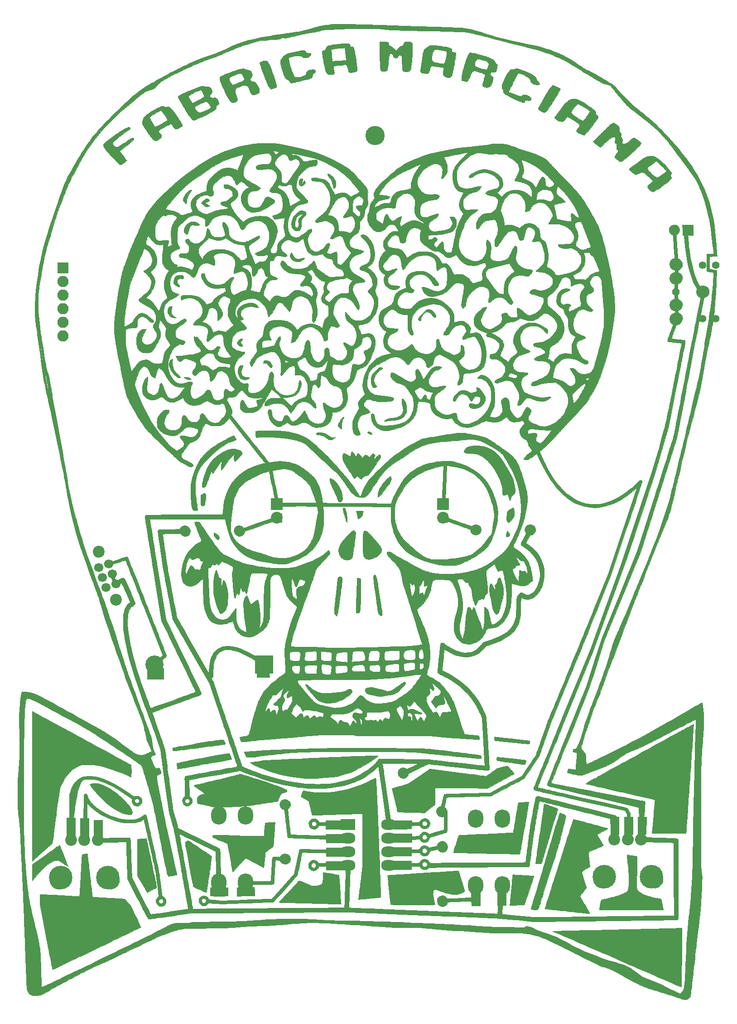
<source format=gbr>
G04 #@! TF.GenerationSoftware,KiCad,Pcbnew,(5.1.2)-1*
G04 #@! TF.CreationDate,2019-08-24T22:51:10-03:00*
G04 #@! TF.ProjectId,SpaceMonkey2Shenzhen,53706163-654d-46f6-9e6b-657932536865,rev?*
G04 #@! TF.SameCoordinates,Original*
G04 #@! TF.FileFunction,Soldermask,Top*
G04 #@! TF.FilePolarity,Negative*
%FSLAX46Y46*%
G04 Gerber Fmt 4.6, Leading zero omitted, Abs format (unit mm)*
G04 Created by KiCad (PCBNEW (5.1.2)-1) date 2019-08-24 22:51:10*
%MOMM*%
%LPD*%
G04 APERTURE LIST*
%ADD10C,0.010000*%
%ADD11C,1.800000*%
%ADD12O,2.900000X3.400000*%
%ADD13C,3.600000*%
%ADD14R,2.800000X2.000000*%
%ADD15O,2.800000X2.000000*%
%ADD16C,2.000000*%
%ADD17C,2.000000*%
%ADD18O,2.000000X2.000000*%
%ADD19R,2.100000X2.100000*%
%ADD20O,2.100000X2.100000*%
%ADD21C,3.400000*%
%ADD22R,3.400000X3.400000*%
%ADD23C,2.200000*%
%ADD24R,2.200000X2.200000*%
%ADD25C,4.400000*%
%ADD26C,1.700000*%
%ADD27C,2.385060*%
%ADD28C,1.402080*%
G04 APERTURE END LIST*
D10*
G36*
X120253587Y-52515476D02*
G01*
X120501128Y-52582715D01*
X120747094Y-52706510D01*
X120978799Y-52880243D01*
X121183556Y-53097299D01*
X121348678Y-53351064D01*
X121370014Y-53393478D01*
X121420461Y-53531759D01*
X121453525Y-53688150D01*
X121466197Y-53835575D01*
X121455466Y-53946957D01*
X121435886Y-53985891D01*
X121383457Y-53993719D01*
X121284153Y-53983709D01*
X121267645Y-53980779D01*
X121189976Y-53954334D01*
X121101391Y-53896927D01*
X120989911Y-53798566D01*
X120843559Y-53649257D01*
X120751415Y-53550033D01*
X120534915Y-53325256D01*
X120353174Y-53163733D01*
X120194709Y-53057795D01*
X120048034Y-52999773D01*
X119901665Y-52982000D01*
X119900719Y-52982000D01*
X119677296Y-53022318D01*
X119454901Y-53136025D01*
X119242834Y-53312246D01*
X119050398Y-53540110D01*
X118886894Y-53808743D01*
X118761625Y-54107271D01*
X118688048Y-54399517D01*
X118660955Y-54538593D01*
X118635581Y-54636698D01*
X118617652Y-54672350D01*
X118566883Y-54657299D01*
X118467347Y-54623141D01*
X118425167Y-54608026D01*
X118264960Y-54528529D01*
X118177159Y-54425941D01*
X118150006Y-54286417D01*
X118150000Y-54283922D01*
X118158929Y-54236572D01*
X118190041Y-54175810D01*
X118249829Y-54094102D01*
X118344783Y-53983914D01*
X118481393Y-53837714D01*
X118666152Y-53647969D01*
X118904945Y-53407749D01*
X119119355Y-53196037D01*
X119321879Y-53001097D01*
X119502527Y-52832153D01*
X119651309Y-52698429D01*
X119758234Y-52609149D01*
X119804528Y-52577125D01*
X120017159Y-52511407D01*
X120253587Y-52515476D01*
X120253587Y-52515476D01*
G37*
X120253587Y-52515476D02*
X120501128Y-52582715D01*
X120747094Y-52706510D01*
X120978799Y-52880243D01*
X121183556Y-53097299D01*
X121348678Y-53351064D01*
X121370014Y-53393478D01*
X121420461Y-53531759D01*
X121453525Y-53688150D01*
X121466197Y-53835575D01*
X121455466Y-53946957D01*
X121435886Y-53985891D01*
X121383457Y-53993719D01*
X121284153Y-53983709D01*
X121267645Y-53980779D01*
X121189976Y-53954334D01*
X121101391Y-53896927D01*
X120989911Y-53798566D01*
X120843559Y-53649257D01*
X120751415Y-53550033D01*
X120534915Y-53325256D01*
X120353174Y-53163733D01*
X120194709Y-53057795D01*
X120048034Y-52999773D01*
X119901665Y-52982000D01*
X119900719Y-52982000D01*
X119677296Y-53022318D01*
X119454901Y-53136025D01*
X119242834Y-53312246D01*
X119050398Y-53540110D01*
X118886894Y-53808743D01*
X118761625Y-54107271D01*
X118688048Y-54399517D01*
X118660955Y-54538593D01*
X118635581Y-54636698D01*
X118617652Y-54672350D01*
X118566883Y-54657299D01*
X118467347Y-54623141D01*
X118425167Y-54608026D01*
X118264960Y-54528529D01*
X118177159Y-54425941D01*
X118150006Y-54286417D01*
X118150000Y-54283922D01*
X118158929Y-54236572D01*
X118190041Y-54175810D01*
X118249829Y-54094102D01*
X118344783Y-53983914D01*
X118481393Y-53837714D01*
X118666152Y-53647969D01*
X118904945Y-53407749D01*
X119119355Y-53196037D01*
X119321879Y-53001097D01*
X119502527Y-52832153D01*
X119651309Y-52698429D01*
X119758234Y-52609149D01*
X119804528Y-52577125D01*
X120017159Y-52511407D01*
X120253587Y-52515476D01*
G36*
X80478191Y-101239123D02*
G01*
X80508831Y-101268997D01*
X80543274Y-101335381D01*
X80585694Y-101448593D01*
X80640267Y-101618950D01*
X80711166Y-101856770D01*
X80743513Y-101967861D01*
X80960167Y-102714889D01*
X81089131Y-102693971D01*
X81170664Y-102686298D01*
X81232437Y-102699723D01*
X81277172Y-102743989D01*
X81307592Y-102828838D01*
X81326420Y-102964012D01*
X81336379Y-103159254D01*
X81340192Y-103424305D01*
X81340650Y-103593848D01*
X81342479Y-103897620D01*
X81348058Y-104124305D01*
X81358221Y-104281434D01*
X81373800Y-104376535D01*
X81395628Y-104417138D01*
X81424537Y-104410773D01*
X81430386Y-104405392D01*
X81447763Y-104356857D01*
X81478206Y-104240709D01*
X81517994Y-104072322D01*
X81563408Y-103867068D01*
X81583191Y-103773920D01*
X81630415Y-103556763D01*
X81674368Y-103369080D01*
X81711133Y-103226576D01*
X81736790Y-103144953D01*
X81743185Y-103132736D01*
X81791351Y-103136296D01*
X81873512Y-103187172D01*
X81909672Y-103217403D01*
X81997441Y-103331302D01*
X82092741Y-103515274D01*
X82191386Y-103755538D01*
X82289193Y-104038313D01*
X82381974Y-104349820D01*
X82465544Y-104676279D01*
X82535719Y-105003909D01*
X82588313Y-105318932D01*
X82613287Y-105533993D01*
X82621629Y-105683334D01*
X82622670Y-105872766D01*
X82616040Y-106109741D01*
X82601372Y-106401709D01*
X82578298Y-106756120D01*
X82546449Y-107180424D01*
X82509466Y-107634333D01*
X82470604Y-107964646D01*
X82410587Y-108230804D01*
X82321563Y-108452265D01*
X82195678Y-108648489D01*
X82025080Y-108838935D01*
X82022205Y-108841783D01*
X81895337Y-108954602D01*
X81740346Y-109074021D01*
X81576066Y-109187648D01*
X81421330Y-109283093D01*
X81294973Y-109347965D01*
X81219297Y-109370000D01*
X81190274Y-109334799D01*
X81134249Y-109240704D01*
X81061217Y-109104975D01*
X81026947Y-109037857D01*
X80632770Y-108163538D01*
X80321683Y-107274877D01*
X80093907Y-106373939D01*
X79949665Y-105462788D01*
X79889179Y-104543491D01*
X79912673Y-103618112D01*
X80020368Y-102688717D01*
X80212486Y-101757371D01*
X80233794Y-101674031D01*
X80282914Y-101485563D01*
X80317431Y-101363523D01*
X80344798Y-101292592D01*
X80372465Y-101257453D01*
X80407887Y-101242789D01*
X80447180Y-101235441D01*
X80478191Y-101239123D01*
X80478191Y-101239123D01*
G37*
X80478191Y-101239123D02*
X80508831Y-101268997D01*
X80543274Y-101335381D01*
X80585694Y-101448593D01*
X80640267Y-101618950D01*
X80711166Y-101856770D01*
X80743513Y-101967861D01*
X80960167Y-102714889D01*
X81089131Y-102693971D01*
X81170664Y-102686298D01*
X81232437Y-102699723D01*
X81277172Y-102743989D01*
X81307592Y-102828838D01*
X81326420Y-102964012D01*
X81336379Y-103159254D01*
X81340192Y-103424305D01*
X81340650Y-103593848D01*
X81342479Y-103897620D01*
X81348058Y-104124305D01*
X81358221Y-104281434D01*
X81373800Y-104376535D01*
X81395628Y-104417138D01*
X81424537Y-104410773D01*
X81430386Y-104405392D01*
X81447763Y-104356857D01*
X81478206Y-104240709D01*
X81517994Y-104072322D01*
X81563408Y-103867068D01*
X81583191Y-103773920D01*
X81630415Y-103556763D01*
X81674368Y-103369080D01*
X81711133Y-103226576D01*
X81736790Y-103144953D01*
X81743185Y-103132736D01*
X81791351Y-103136296D01*
X81873512Y-103187172D01*
X81909672Y-103217403D01*
X81997441Y-103331302D01*
X82092741Y-103515274D01*
X82191386Y-103755538D01*
X82289193Y-104038313D01*
X82381974Y-104349820D01*
X82465544Y-104676279D01*
X82535719Y-105003909D01*
X82588313Y-105318932D01*
X82613287Y-105533993D01*
X82621629Y-105683334D01*
X82622670Y-105872766D01*
X82616040Y-106109741D01*
X82601372Y-106401709D01*
X82578298Y-106756120D01*
X82546449Y-107180424D01*
X82509466Y-107634333D01*
X82470604Y-107964646D01*
X82410587Y-108230804D01*
X82321563Y-108452265D01*
X82195678Y-108648489D01*
X82025080Y-108838935D01*
X82022205Y-108841783D01*
X81895337Y-108954602D01*
X81740346Y-109074021D01*
X81576066Y-109187648D01*
X81421330Y-109283093D01*
X81294973Y-109347965D01*
X81219297Y-109370000D01*
X81190274Y-109334799D01*
X81134249Y-109240704D01*
X81061217Y-109104975D01*
X81026947Y-109037857D01*
X80632770Y-108163538D01*
X80321683Y-107274877D01*
X80093907Y-106373939D01*
X79949665Y-105462788D01*
X79889179Y-104543491D01*
X79912673Y-103618112D01*
X80020368Y-102688717D01*
X80212486Y-101757371D01*
X80233794Y-101674031D01*
X80282914Y-101485563D01*
X80317431Y-101363523D01*
X80344798Y-101292592D01*
X80372465Y-101257453D01*
X80407887Y-101242789D01*
X80447180Y-101235441D01*
X80478191Y-101239123D01*
G36*
X133490363Y-102682134D02*
G01*
X133528693Y-102730784D01*
X133568231Y-102809334D01*
X133624116Y-102955065D01*
X133691849Y-103153098D01*
X133766932Y-103388553D01*
X133844864Y-103646552D01*
X133921147Y-103912216D01*
X133991280Y-104170664D01*
X134050766Y-104407019D01*
X134093598Y-104598928D01*
X134143329Y-104989822D01*
X134147540Y-105422461D01*
X134107904Y-105868291D01*
X134026091Y-106298762D01*
X133985295Y-106449000D01*
X133934161Y-106627843D01*
X133868205Y-106868453D01*
X133792875Y-107150396D01*
X133713620Y-107453234D01*
X133635889Y-107756530D01*
X133621287Y-107814329D01*
X133521083Y-108204974D01*
X133434969Y-108521738D01*
X133359218Y-108773508D01*
X133290101Y-108969174D01*
X133223891Y-109117625D01*
X133156858Y-109227749D01*
X133085275Y-109308435D01*
X133005413Y-109368572D01*
X132958186Y-109395292D01*
X132861200Y-109440563D01*
X132790508Y-109446995D01*
X132708128Y-109411850D01*
X132641923Y-109372494D01*
X132565118Y-109319679D01*
X132496859Y-109256081D01*
X132434375Y-109173970D01*
X132374894Y-109065615D01*
X132315646Y-108923286D01*
X132253861Y-108739254D01*
X132186767Y-108505787D01*
X132111594Y-108215157D01*
X132025572Y-107859632D01*
X131925929Y-107431483D01*
X131889943Y-107274500D01*
X131790664Y-106835221D01*
X131710091Y-106465860D01*
X131646059Y-106154279D01*
X131596405Y-105888343D01*
X131558962Y-105655915D01*
X131531568Y-105444858D01*
X131512057Y-105243035D01*
X131501758Y-105097984D01*
X131494864Y-104826657D01*
X131505701Y-104557351D01*
X131531848Y-104303201D01*
X131570882Y-104077340D01*
X131620381Y-103892902D01*
X131677923Y-103763021D01*
X131741085Y-103700831D01*
X131760087Y-103697333D01*
X131830844Y-103734627D01*
X131924264Y-103837766D01*
X132032457Y-103993630D01*
X132147532Y-104189102D01*
X132261601Y-104411064D01*
X132366771Y-104646397D01*
X132431335Y-104813351D01*
X132465760Y-104866211D01*
X132518974Y-104842977D01*
X132520376Y-104841820D01*
X132550547Y-104796718D01*
X132564685Y-104714199D01*
X132564316Y-104577094D01*
X132556192Y-104438741D01*
X132531302Y-104086045D01*
X132701878Y-103923439D01*
X132778052Y-103845599D01*
X132834431Y-103768675D01*
X132879800Y-103673035D01*
X132922948Y-103539048D01*
X132972662Y-103347080D01*
X132988006Y-103284185D01*
X133042647Y-103069047D01*
X133088404Y-102919461D01*
X133132580Y-102817873D01*
X133182479Y-102746731D01*
X133230941Y-102700350D01*
X133336293Y-102625606D01*
X133413943Y-102618632D01*
X133490363Y-102682134D01*
X133490363Y-102682134D01*
G37*
X133490363Y-102682134D02*
X133528693Y-102730784D01*
X133568231Y-102809334D01*
X133624116Y-102955065D01*
X133691849Y-103153098D01*
X133766932Y-103388553D01*
X133844864Y-103646552D01*
X133921147Y-103912216D01*
X133991280Y-104170664D01*
X134050766Y-104407019D01*
X134093598Y-104598928D01*
X134143329Y-104989822D01*
X134147540Y-105422461D01*
X134107904Y-105868291D01*
X134026091Y-106298762D01*
X133985295Y-106449000D01*
X133934161Y-106627843D01*
X133868205Y-106868453D01*
X133792875Y-107150396D01*
X133713620Y-107453234D01*
X133635889Y-107756530D01*
X133621287Y-107814329D01*
X133521083Y-108204974D01*
X133434969Y-108521738D01*
X133359218Y-108773508D01*
X133290101Y-108969174D01*
X133223891Y-109117625D01*
X133156858Y-109227749D01*
X133085275Y-109308435D01*
X133005413Y-109368572D01*
X132958186Y-109395292D01*
X132861200Y-109440563D01*
X132790508Y-109446995D01*
X132708128Y-109411850D01*
X132641923Y-109372494D01*
X132565118Y-109319679D01*
X132496859Y-109256081D01*
X132434375Y-109173970D01*
X132374894Y-109065615D01*
X132315646Y-108923286D01*
X132253861Y-108739254D01*
X132186767Y-108505787D01*
X132111594Y-108215157D01*
X132025572Y-107859632D01*
X131925929Y-107431483D01*
X131889943Y-107274500D01*
X131790664Y-106835221D01*
X131710091Y-106465860D01*
X131646059Y-106154279D01*
X131596405Y-105888343D01*
X131558962Y-105655915D01*
X131531568Y-105444858D01*
X131512057Y-105243035D01*
X131501758Y-105097984D01*
X131494864Y-104826657D01*
X131505701Y-104557351D01*
X131531848Y-104303201D01*
X131570882Y-104077340D01*
X131620381Y-103892902D01*
X131677923Y-103763021D01*
X131741085Y-103700831D01*
X131760087Y-103697333D01*
X131830844Y-103734627D01*
X131924264Y-103837766D01*
X132032457Y-103993630D01*
X132147532Y-104189102D01*
X132261601Y-104411064D01*
X132366771Y-104646397D01*
X132431335Y-104813351D01*
X132465760Y-104866211D01*
X132518974Y-104842977D01*
X132520376Y-104841820D01*
X132550547Y-104796718D01*
X132564685Y-104714199D01*
X132564316Y-104577094D01*
X132556192Y-104438741D01*
X132531302Y-104086045D01*
X132701878Y-103923439D01*
X132778052Y-103845599D01*
X132834431Y-103768675D01*
X132879800Y-103673035D01*
X132922948Y-103539048D01*
X132972662Y-103347080D01*
X132988006Y-103284185D01*
X133042647Y-103069047D01*
X133088404Y-102919461D01*
X133132580Y-102817873D01*
X133182479Y-102746731D01*
X133230941Y-102700350D01*
X133336293Y-102625606D01*
X133413943Y-102618632D01*
X133490363Y-102682134D01*
G36*
X115692836Y-122116657D02*
G01*
X115748743Y-122155422D01*
X115785614Y-122215044D01*
X115812187Y-122305776D01*
X115804046Y-122400983D01*
X115755200Y-122511276D01*
X115659655Y-122647263D01*
X115511418Y-122819556D01*
X115342752Y-122999103D01*
X115167620Y-123183528D01*
X114993732Y-123370539D01*
X114839240Y-123540370D01*
X114722294Y-123673254D01*
X114705575Y-123692982D01*
X114531561Y-123882006D01*
X114349938Y-124037248D01*
X114147693Y-124164602D01*
X113911813Y-124269962D01*
X113629283Y-124359223D01*
X113287090Y-124438279D01*
X112908018Y-124507125D01*
X112632674Y-124554618D01*
X112340421Y-124608079D01*
X112062398Y-124661632D01*
X111829744Y-124709397D01*
X111785995Y-124718930D01*
X111483172Y-124779138D01*
X111246628Y-124810065D01*
X111063652Y-124812906D01*
X110953334Y-124797187D01*
X110894086Y-124785811D01*
X110764736Y-124762379D01*
X110578608Y-124729259D01*
X110349029Y-124688817D01*
X110089325Y-124643420D01*
X110006396Y-124628992D01*
X109728415Y-124579470D01*
X109465604Y-124530420D01*
X109234221Y-124485048D01*
X109050525Y-124446559D01*
X108930776Y-124418160D01*
X108915716Y-124413910D01*
X108707124Y-124321486D01*
X108521223Y-124183626D01*
X108383246Y-124020996D01*
X108343528Y-123945271D01*
X108302799Y-123796258D01*
X108288315Y-123628558D01*
X108300321Y-123475113D01*
X108339061Y-123368861D01*
X108339250Y-123368602D01*
X108413111Y-123318322D01*
X108551397Y-123266063D01*
X108734122Y-123216407D01*
X108941299Y-123173932D01*
X109152940Y-123143219D01*
X109349061Y-123128847D01*
X109387835Y-123128333D01*
X109612617Y-123142638D01*
X109900801Y-123183229D01*
X110236529Y-123246615D01*
X110603944Y-123329307D01*
X110987189Y-123427816D01*
X111370406Y-123538651D01*
X111630667Y-123621875D01*
X111889686Y-123707397D01*
X112085444Y-123768515D01*
X112234593Y-123808794D01*
X112353783Y-123831797D01*
X112459668Y-123841092D01*
X112568899Y-123840241D01*
X112634807Y-123836838D01*
X112777830Y-123822789D01*
X112915045Y-123795035D01*
X113056000Y-123748396D01*
X113210244Y-123677690D01*
X113387324Y-123577735D01*
X113596790Y-123443350D01*
X113848189Y-123269355D01*
X114151069Y-123050567D01*
X114340000Y-122911523D01*
X114680360Y-122662495D01*
X114961192Y-122463683D01*
X115188793Y-122312051D01*
X115369461Y-122204567D01*
X115509493Y-122138196D01*
X115615185Y-122109904D01*
X115692836Y-122116657D01*
X115692836Y-122116657D01*
G37*
X115692836Y-122116657D02*
X115748743Y-122155422D01*
X115785614Y-122215044D01*
X115812187Y-122305776D01*
X115804046Y-122400983D01*
X115755200Y-122511276D01*
X115659655Y-122647263D01*
X115511418Y-122819556D01*
X115342752Y-122999103D01*
X115167620Y-123183528D01*
X114993732Y-123370539D01*
X114839240Y-123540370D01*
X114722294Y-123673254D01*
X114705575Y-123692982D01*
X114531561Y-123882006D01*
X114349938Y-124037248D01*
X114147693Y-124164602D01*
X113911813Y-124269962D01*
X113629283Y-124359223D01*
X113287090Y-124438279D01*
X112908018Y-124507125D01*
X112632674Y-124554618D01*
X112340421Y-124608079D01*
X112062398Y-124661632D01*
X111829744Y-124709397D01*
X111785995Y-124718930D01*
X111483172Y-124779138D01*
X111246628Y-124810065D01*
X111063652Y-124812906D01*
X110953334Y-124797187D01*
X110894086Y-124785811D01*
X110764736Y-124762379D01*
X110578608Y-124729259D01*
X110349029Y-124688817D01*
X110089325Y-124643420D01*
X110006396Y-124628992D01*
X109728415Y-124579470D01*
X109465604Y-124530420D01*
X109234221Y-124485048D01*
X109050525Y-124446559D01*
X108930776Y-124418160D01*
X108915716Y-124413910D01*
X108707124Y-124321486D01*
X108521223Y-124183626D01*
X108383246Y-124020996D01*
X108343528Y-123945271D01*
X108302799Y-123796258D01*
X108288315Y-123628558D01*
X108300321Y-123475113D01*
X108339061Y-123368861D01*
X108339250Y-123368602D01*
X108413111Y-123318322D01*
X108551397Y-123266063D01*
X108734122Y-123216407D01*
X108941299Y-123173932D01*
X109152940Y-123143219D01*
X109349061Y-123128847D01*
X109387835Y-123128333D01*
X109612617Y-123142638D01*
X109900801Y-123183229D01*
X110236529Y-123246615D01*
X110603944Y-123329307D01*
X110987189Y-123427816D01*
X111370406Y-123538651D01*
X111630667Y-123621875D01*
X111889686Y-123707397D01*
X112085444Y-123768515D01*
X112234593Y-123808794D01*
X112353783Y-123831797D01*
X112459668Y-123841092D01*
X112568899Y-123840241D01*
X112634807Y-123836838D01*
X112777830Y-123822789D01*
X112915045Y-123795035D01*
X113056000Y-123748396D01*
X113210244Y-123677690D01*
X113387324Y-123577735D01*
X113596790Y-123443350D01*
X113848189Y-123269355D01*
X114151069Y-123050567D01*
X114340000Y-122911523D01*
X114680360Y-122662495D01*
X114961192Y-122463683D01*
X115188793Y-122312051D01*
X115369461Y-122204567D01*
X115509493Y-122138196D01*
X115615185Y-122109904D01*
X115692836Y-122116657D01*
G36*
X97287151Y-122558577D02*
G01*
X97412234Y-122619354D01*
X97576427Y-122731272D01*
X97785547Y-122898291D01*
X98044651Y-123123699D01*
X98505884Y-123496105D01*
X98971029Y-123789242D01*
X99449807Y-124008306D01*
X99951940Y-124158497D01*
X99999900Y-124169090D01*
X100239436Y-124207157D01*
X100529367Y-124228381D01*
X100876308Y-124232700D01*
X101286876Y-124220056D01*
X101767686Y-124190386D01*
X102275000Y-124148252D01*
X102736222Y-124105953D01*
X103122435Y-124069213D01*
X103442962Y-124036107D01*
X103707131Y-124004707D01*
X103924266Y-123973091D01*
X104103693Y-123939330D01*
X104254736Y-123901501D01*
X104386722Y-123857677D01*
X104508976Y-123805933D01*
X104630823Y-123744343D01*
X104761588Y-123670982D01*
X104857668Y-123614970D01*
X105079928Y-123496718D01*
X105255894Y-123435009D01*
X105401190Y-123428640D01*
X105531441Y-123476408D01*
X105637716Y-123554900D01*
X105770211Y-123709107D01*
X105823111Y-123871169D01*
X105795755Y-124043494D01*
X105687485Y-124228488D01*
X105497641Y-124428560D01*
X105368561Y-124537686D01*
X104747022Y-124992547D01*
X104122769Y-125369083D01*
X103498377Y-125666389D01*
X102876419Y-125883561D01*
X102259467Y-126019695D01*
X101650096Y-126073885D01*
X101072938Y-126047785D01*
X100576049Y-125964414D01*
X100106221Y-125832812D01*
X99741569Y-125685330D01*
X99599785Y-125612532D01*
X99472062Y-125532467D01*
X99341867Y-125432072D01*
X99192667Y-125298283D01*
X99007929Y-125118037D01*
X98949991Y-125059891D01*
X98807448Y-124908844D01*
X98638892Y-124718104D01*
X98451391Y-124496845D01*
X98252017Y-124254237D01*
X98047841Y-123999454D01*
X97845933Y-123741666D01*
X97653364Y-123490048D01*
X97477204Y-123253770D01*
X97324524Y-123042005D01*
X97202394Y-122863924D01*
X97117886Y-122728701D01*
X97078070Y-122645508D01*
X97076182Y-122629149D01*
X97124869Y-122568680D01*
X97195362Y-122544975D01*
X97287151Y-122558577D01*
X97287151Y-122558577D01*
G37*
X97287151Y-122558577D02*
X97412234Y-122619354D01*
X97576427Y-122731272D01*
X97785547Y-122898291D01*
X98044651Y-123123699D01*
X98505884Y-123496105D01*
X98971029Y-123789242D01*
X99449807Y-124008306D01*
X99951940Y-124158497D01*
X99999900Y-124169090D01*
X100239436Y-124207157D01*
X100529367Y-124228381D01*
X100876308Y-124232700D01*
X101286876Y-124220056D01*
X101767686Y-124190386D01*
X102275000Y-124148252D01*
X102736222Y-124105953D01*
X103122435Y-124069213D01*
X103442962Y-124036107D01*
X103707131Y-124004707D01*
X103924266Y-123973091D01*
X104103693Y-123939330D01*
X104254736Y-123901501D01*
X104386722Y-123857677D01*
X104508976Y-123805933D01*
X104630823Y-123744343D01*
X104761588Y-123670982D01*
X104857668Y-123614970D01*
X105079928Y-123496718D01*
X105255894Y-123435009D01*
X105401190Y-123428640D01*
X105531441Y-123476408D01*
X105637716Y-123554900D01*
X105770211Y-123709107D01*
X105823111Y-123871169D01*
X105795755Y-124043494D01*
X105687485Y-124228488D01*
X105497641Y-124428560D01*
X105368561Y-124537686D01*
X104747022Y-124992547D01*
X104122769Y-125369083D01*
X103498377Y-125666389D01*
X102876419Y-125883561D01*
X102259467Y-126019695D01*
X101650096Y-126073885D01*
X101072938Y-126047785D01*
X100576049Y-125964414D01*
X100106221Y-125832812D01*
X99741569Y-125685330D01*
X99599785Y-125612532D01*
X99472062Y-125532467D01*
X99341867Y-125432072D01*
X99192667Y-125298283D01*
X99007929Y-125118037D01*
X98949991Y-125059891D01*
X98807448Y-124908844D01*
X98638892Y-124718104D01*
X98451391Y-124496845D01*
X98252017Y-124254237D01*
X98047841Y-123999454D01*
X97845933Y-123741666D01*
X97653364Y-123490048D01*
X97477204Y-123253770D01*
X97324524Y-123042005D01*
X97202394Y-122863924D01*
X97117886Y-122728701D01*
X97078070Y-122645508D01*
X97076182Y-122629149D01*
X97124869Y-122568680D01*
X97195362Y-122544975D01*
X97287151Y-122558577D01*
G36*
X75848722Y-30217261D02*
G01*
X75870967Y-30232745D01*
X75858300Y-30275143D01*
X75802039Y-30365793D01*
X75712953Y-30488040D01*
X75672458Y-30539661D01*
X75550512Y-30698841D01*
X75434792Y-30861219D01*
X75347710Y-30995170D01*
X75338421Y-31011000D01*
X75236160Y-31222183D01*
X75133778Y-31492250D01*
X75039218Y-31795804D01*
X74960423Y-32107446D01*
X74907022Y-32390407D01*
X74879668Y-32565997D01*
X74855866Y-32706714D01*
X74838875Y-32793913D01*
X74833169Y-32812941D01*
X74795715Y-32796677D01*
X74712113Y-32741829D01*
X74635818Y-32686527D01*
X74477273Y-32541953D01*
X74350519Y-32377211D01*
X74270636Y-32214954D01*
X74250550Y-32107710D01*
X74275006Y-31938816D01*
X74342618Y-31723226D01*
X74443933Y-31480581D01*
X74569494Y-31230521D01*
X74709846Y-30992687D01*
X74855536Y-30786718D01*
X74927286Y-30701975D01*
X75081025Y-30556054D01*
X75255477Y-30425855D01*
X75435058Y-30319127D01*
X75604183Y-30243619D01*
X75747265Y-30207080D01*
X75848722Y-30217261D01*
X75848722Y-30217261D01*
G37*
X75848722Y-30217261D02*
X75870967Y-30232745D01*
X75858300Y-30275143D01*
X75802039Y-30365793D01*
X75712953Y-30488040D01*
X75672458Y-30539661D01*
X75550512Y-30698841D01*
X75434792Y-30861219D01*
X75347710Y-30995170D01*
X75338421Y-31011000D01*
X75236160Y-31222183D01*
X75133778Y-31492250D01*
X75039218Y-31795804D01*
X74960423Y-32107446D01*
X74907022Y-32390407D01*
X74879668Y-32565997D01*
X74855866Y-32706714D01*
X74838875Y-32793913D01*
X74833169Y-32812941D01*
X74795715Y-32796677D01*
X74712113Y-32741829D01*
X74635818Y-32686527D01*
X74477273Y-32541953D01*
X74350519Y-32377211D01*
X74270636Y-32214954D01*
X74250550Y-32107710D01*
X74275006Y-31938816D01*
X74342618Y-31723226D01*
X74443933Y-31480581D01*
X74569494Y-31230521D01*
X74709846Y-30992687D01*
X74855536Y-30786718D01*
X74927286Y-30701975D01*
X75081025Y-30556054D01*
X75255477Y-30425855D01*
X75435058Y-30319127D01*
X75604183Y-30243619D01*
X75747265Y-30207080D01*
X75848722Y-30217261D01*
G36*
X78750336Y-31867097D02*
G01*
X78918948Y-31912672D01*
X79055480Y-31996681D01*
X79137281Y-32112459D01*
X79144065Y-32134619D01*
X79156343Y-32200321D01*
X79146417Y-32251162D01*
X79101881Y-32297792D01*
X79010329Y-32350861D01*
X78859355Y-32421018D01*
X78758834Y-32465340D01*
X78604652Y-32539300D01*
X78483857Y-32609237D01*
X78415334Y-32663718D01*
X78406821Y-32678474D01*
X78431875Y-32725893D01*
X78525203Y-32795649D01*
X78691017Y-32890567D01*
X78830154Y-32962330D01*
X79266834Y-33181539D01*
X78930538Y-33281603D01*
X78759786Y-33332580D01*
X78649227Y-33362354D01*
X78577339Y-33371875D01*
X78522599Y-33362095D01*
X78463485Y-33333966D01*
X78409436Y-33304645D01*
X78316519Y-33244756D01*
X78182544Y-33145623D01*
X78029850Y-33024119D01*
X77953550Y-32960323D01*
X77635396Y-32689474D01*
X77751842Y-32559320D01*
X77993017Y-32296248D01*
X78186100Y-32099856D01*
X78330447Y-31970773D01*
X78407481Y-31917905D01*
X78572297Y-31866620D01*
X78750336Y-31867097D01*
X78750336Y-31867097D01*
G37*
X78750336Y-31867097D02*
X78918948Y-31912672D01*
X79055480Y-31996681D01*
X79137281Y-32112459D01*
X79144065Y-32134619D01*
X79156343Y-32200321D01*
X79146417Y-32251162D01*
X79101881Y-32297792D01*
X79010329Y-32350861D01*
X78859355Y-32421018D01*
X78758834Y-32465340D01*
X78604652Y-32539300D01*
X78483857Y-32609237D01*
X78415334Y-32663718D01*
X78406821Y-32678474D01*
X78431875Y-32725893D01*
X78525203Y-32795649D01*
X78691017Y-32890567D01*
X78830154Y-32962330D01*
X79266834Y-33181539D01*
X78930538Y-33281603D01*
X78759786Y-33332580D01*
X78649227Y-33362354D01*
X78577339Y-33371875D01*
X78522599Y-33362095D01*
X78463485Y-33333966D01*
X78409436Y-33304645D01*
X78316519Y-33244756D01*
X78182544Y-33145623D01*
X78029850Y-33024119D01*
X77953550Y-32960323D01*
X77635396Y-32689474D01*
X77751842Y-32559320D01*
X77993017Y-32296248D01*
X78186100Y-32099856D01*
X78330447Y-31970773D01*
X78407481Y-31917905D01*
X78572297Y-31866620D01*
X78750336Y-31867097D01*
G36*
X96563428Y-28135935D02*
G01*
X96578576Y-28146370D01*
X96611900Y-28176418D01*
X96625690Y-28215810D01*
X96617325Y-28281033D01*
X96584185Y-28388571D01*
X96523649Y-28554909D01*
X96506236Y-28601454D01*
X96445147Y-28772267D01*
X96400204Y-28913248D01*
X96376962Y-29006004D01*
X96376234Y-29031916D01*
X96425787Y-29064553D01*
X96496039Y-29028148D01*
X96590706Y-28919489D01*
X96706792Y-28746166D01*
X96797085Y-28604768D01*
X96870802Y-28495775D01*
X96916703Y-28435526D01*
X96925221Y-28428666D01*
X96961204Y-28465421D01*
X97005879Y-28557366D01*
X97049650Y-28677026D01*
X97082922Y-28796921D01*
X97096102Y-28889576D01*
X97093899Y-28911719D01*
X97047574Y-28989567D01*
X96950512Y-29096503D01*
X96822408Y-29214628D01*
X96682958Y-29326044D01*
X96551856Y-29412853D01*
X96528279Y-29425734D01*
X96403361Y-29476483D01*
X96296771Y-29474481D01*
X96171718Y-29417380D01*
X96144703Y-29401248D01*
X96007085Y-29271067D01*
X95919905Y-29091603D01*
X95883635Y-28881922D01*
X95898748Y-28661094D01*
X95965719Y-28448186D01*
X96085019Y-28262267D01*
X96115630Y-28229569D01*
X96266749Y-28121231D01*
X96420194Y-28089268D01*
X96563428Y-28135935D01*
X96563428Y-28135935D01*
G37*
X96563428Y-28135935D02*
X96578576Y-28146370D01*
X96611900Y-28176418D01*
X96625690Y-28215810D01*
X96617325Y-28281033D01*
X96584185Y-28388571D01*
X96523649Y-28554909D01*
X96506236Y-28601454D01*
X96445147Y-28772267D01*
X96400204Y-28913248D01*
X96376962Y-29006004D01*
X96376234Y-29031916D01*
X96425787Y-29064553D01*
X96496039Y-29028148D01*
X96590706Y-28919489D01*
X96706792Y-28746166D01*
X96797085Y-28604768D01*
X96870802Y-28495775D01*
X96916703Y-28435526D01*
X96925221Y-28428666D01*
X96961204Y-28465421D01*
X97005879Y-28557366D01*
X97049650Y-28677026D01*
X97082922Y-28796921D01*
X97096102Y-28889576D01*
X97093899Y-28911719D01*
X97047574Y-28989567D01*
X96950512Y-29096503D01*
X96822408Y-29214628D01*
X96682958Y-29326044D01*
X96551856Y-29412853D01*
X96528279Y-29425734D01*
X96403361Y-29476483D01*
X96296771Y-29474481D01*
X96171718Y-29417380D01*
X96144703Y-29401248D01*
X96007085Y-29271067D01*
X95919905Y-29091603D01*
X95883635Y-28881922D01*
X95898748Y-28661094D01*
X95965719Y-28448186D01*
X96085019Y-28262267D01*
X96115630Y-28229569D01*
X96266749Y-28121231D01*
X96420194Y-28089268D01*
X96563428Y-28135935D01*
G36*
X101388594Y-27179080D02*
G01*
X101522241Y-27234782D01*
X101623061Y-27283884D01*
X101948400Y-27491720D01*
X102236382Y-27764795D01*
X102477227Y-28088299D01*
X102661159Y-28447425D01*
X102778400Y-28827361D01*
X102814981Y-29089191D01*
X102821900Y-29266213D01*
X102808817Y-29400386D01*
X102768740Y-29532522D01*
X102718887Y-29650108D01*
X102648034Y-29795104D01*
X102590576Y-29875614D01*
X102533399Y-29907559D01*
X102504551Y-29910333D01*
X102420428Y-29898123D01*
X102387833Y-29878583D01*
X102371235Y-29828791D01*
X102337591Y-29711396D01*
X102290869Y-29540811D01*
X102235037Y-29331450D01*
X102193678Y-29173460D01*
X102130185Y-28935801D01*
X102068689Y-28717563D01*
X102014339Y-28536171D01*
X101972283Y-28409048D01*
X101955104Y-28366095D01*
X101898060Y-28273575D01*
X101800748Y-28142370D01*
X101680715Y-27995647D01*
X101633082Y-27940964D01*
X101451924Y-27720931D01*
X101333830Y-27537043D01*
X101272179Y-27377353D01*
X101259000Y-27265859D01*
X101269293Y-27195229D01*
X101308384Y-27166099D01*
X101388594Y-27179080D01*
X101388594Y-27179080D01*
G37*
X101388594Y-27179080D02*
X101522241Y-27234782D01*
X101623061Y-27283884D01*
X101948400Y-27491720D01*
X102236382Y-27764795D01*
X102477227Y-28088299D01*
X102661159Y-28447425D01*
X102778400Y-28827361D01*
X102814981Y-29089191D01*
X102821900Y-29266213D01*
X102808817Y-29400386D01*
X102768740Y-29532522D01*
X102718887Y-29650108D01*
X102648034Y-29795104D01*
X102590576Y-29875614D01*
X102533399Y-29907559D01*
X102504551Y-29910333D01*
X102420428Y-29898123D01*
X102387833Y-29878583D01*
X102371235Y-29828791D01*
X102337591Y-29711396D01*
X102290869Y-29540811D01*
X102235037Y-29331450D01*
X102193678Y-29173460D01*
X102130185Y-28935801D01*
X102068689Y-28717563D01*
X102014339Y-28536171D01*
X101972283Y-28409048D01*
X101955104Y-28366095D01*
X101898060Y-28273575D01*
X101800748Y-28142370D01*
X101680715Y-27995647D01*
X101633082Y-27940964D01*
X101451924Y-27720931D01*
X101333830Y-27537043D01*
X101272179Y-27377353D01*
X101259000Y-27265859D01*
X101269293Y-27195229D01*
X101308384Y-27166099D01*
X101388594Y-27179080D01*
G36*
X96656579Y-34084078D02*
G01*
X96898747Y-34177747D01*
X97077629Y-34312668D01*
X97176742Y-34424056D01*
X97224351Y-34520872D01*
X97237291Y-34638524D01*
X97237334Y-34648548D01*
X97233002Y-34728182D01*
X97213408Y-34799000D01*
X97168647Y-34876419D01*
X97088819Y-34975856D01*
X96964022Y-35112728D01*
X96886233Y-35195201D01*
X96694090Y-35403554D01*
X96552203Y-35577838D01*
X96452811Y-35737864D01*
X96388157Y-35903442D01*
X96350480Y-36094382D01*
X96332021Y-36330497D01*
X96325063Y-36627950D01*
X96321086Y-36880688D01*
X96314402Y-37065838D01*
X96302820Y-37200478D01*
X96284145Y-37301686D01*
X96256183Y-37386539D01*
X96216741Y-37472116D01*
X96216591Y-37472417D01*
X96135299Y-37606721D01*
X96043136Y-37719778D01*
X96000839Y-37757338D01*
X95855591Y-37821654D01*
X95661237Y-37852316D01*
X95447160Y-37847419D01*
X95246371Y-37806231D01*
X95015539Y-37693593D01*
X94804597Y-37519515D01*
X94639760Y-37306990D01*
X94605805Y-37244470D01*
X94533462Y-37017864D01*
X94506358Y-36737686D01*
X94509084Y-36683538D01*
X95120667Y-36683538D01*
X95136155Y-36848060D01*
X95191826Y-36987698D01*
X95301492Y-37133123D01*
X95343832Y-37179137D01*
X95442416Y-37263564D01*
X95527345Y-37280683D01*
X95614313Y-37227057D01*
X95719012Y-37099247D01*
X95720973Y-37096502D01*
X95756863Y-37043779D01*
X95782842Y-36992273D01*
X95799855Y-36928850D01*
X95808849Y-36840376D01*
X95810772Y-36713717D01*
X95806569Y-36535738D01*
X95797189Y-36293304D01*
X95790405Y-36133333D01*
X95790260Y-35944327D01*
X95813410Y-35785245D01*
X95868325Y-35638555D01*
X95963478Y-35486724D01*
X96107340Y-35312220D01*
X96273264Y-35133993D01*
X96404917Y-34993926D01*
X96511499Y-34875255D01*
X96581110Y-34791586D01*
X96602334Y-34757823D01*
X96566123Y-34738551D01*
X96472578Y-34742694D01*
X96344330Y-34765849D01*
X96204010Y-34803610D01*
X96074249Y-34851571D01*
X96041281Y-34867030D01*
X95796148Y-35028409D01*
X95581586Y-35242868D01*
X95436700Y-35460853D01*
X95372738Y-35612437D01*
X95304584Y-35817064D01*
X95238800Y-36049342D01*
X95181950Y-36283881D01*
X95140596Y-36495288D01*
X95121302Y-36658172D01*
X95120667Y-36683538D01*
X94509084Y-36683538D01*
X94522329Y-36420518D01*
X94579216Y-36082942D01*
X94674856Y-35741540D01*
X94807087Y-35412895D01*
X94857859Y-35311067D01*
X95021923Y-35048673D01*
X95231369Y-34788846D01*
X95469434Y-34547402D01*
X95719360Y-34340161D01*
X95964384Y-34182939D01*
X96132401Y-34108199D01*
X96394202Y-34059397D01*
X96656579Y-34084078D01*
X96656579Y-34084078D01*
G37*
X96656579Y-34084078D02*
X96898747Y-34177747D01*
X97077629Y-34312668D01*
X97176742Y-34424056D01*
X97224351Y-34520872D01*
X97237291Y-34638524D01*
X97237334Y-34648548D01*
X97233002Y-34728182D01*
X97213408Y-34799000D01*
X97168647Y-34876419D01*
X97088819Y-34975856D01*
X96964022Y-35112728D01*
X96886233Y-35195201D01*
X96694090Y-35403554D01*
X96552203Y-35577838D01*
X96452811Y-35737864D01*
X96388157Y-35903442D01*
X96350480Y-36094382D01*
X96332021Y-36330497D01*
X96325063Y-36627950D01*
X96321086Y-36880688D01*
X96314402Y-37065838D01*
X96302820Y-37200478D01*
X96284145Y-37301686D01*
X96256183Y-37386539D01*
X96216741Y-37472116D01*
X96216591Y-37472417D01*
X96135299Y-37606721D01*
X96043136Y-37719778D01*
X96000839Y-37757338D01*
X95855591Y-37821654D01*
X95661237Y-37852316D01*
X95447160Y-37847419D01*
X95246371Y-37806231D01*
X95015539Y-37693593D01*
X94804597Y-37519515D01*
X94639760Y-37306990D01*
X94605805Y-37244470D01*
X94533462Y-37017864D01*
X94506358Y-36737686D01*
X94509084Y-36683538D01*
X95120667Y-36683538D01*
X95136155Y-36848060D01*
X95191826Y-36987698D01*
X95301492Y-37133123D01*
X95343832Y-37179137D01*
X95442416Y-37263564D01*
X95527345Y-37280683D01*
X95614313Y-37227057D01*
X95719012Y-37099247D01*
X95720973Y-37096502D01*
X95756863Y-37043779D01*
X95782842Y-36992273D01*
X95799855Y-36928850D01*
X95808849Y-36840376D01*
X95810772Y-36713717D01*
X95806569Y-36535738D01*
X95797189Y-36293304D01*
X95790405Y-36133333D01*
X95790260Y-35944327D01*
X95813410Y-35785245D01*
X95868325Y-35638555D01*
X95963478Y-35486724D01*
X96107340Y-35312220D01*
X96273264Y-35133993D01*
X96404917Y-34993926D01*
X96511499Y-34875255D01*
X96581110Y-34791586D01*
X96602334Y-34757823D01*
X96566123Y-34738551D01*
X96472578Y-34742694D01*
X96344330Y-34765849D01*
X96204010Y-34803610D01*
X96074249Y-34851571D01*
X96041281Y-34867030D01*
X95796148Y-35028409D01*
X95581586Y-35242868D01*
X95436700Y-35460853D01*
X95372738Y-35612437D01*
X95304584Y-35817064D01*
X95238800Y-36049342D01*
X95181950Y-36283881D01*
X95140596Y-36495288D01*
X95121302Y-36658172D01*
X95120667Y-36683538D01*
X94509084Y-36683538D01*
X94522329Y-36420518D01*
X94579216Y-36082942D01*
X94674856Y-35741540D01*
X94807087Y-35412895D01*
X94857859Y-35311067D01*
X95021923Y-35048673D01*
X95231369Y-34788846D01*
X95469434Y-34547402D01*
X95719360Y-34340161D01*
X95964384Y-34182939D01*
X96132401Y-34108199D01*
X96394202Y-34059397D01*
X96656579Y-34084078D01*
G36*
X76455686Y-36156982D02*
G01*
X76682359Y-36220096D01*
X76820944Y-36286119D01*
X76969352Y-36378562D01*
X77110930Y-36483920D01*
X77229025Y-36588690D01*
X77306985Y-36679367D01*
X77328158Y-36742449D01*
X77327829Y-36743514D01*
X77281260Y-36774283D01*
X77174895Y-36809053D01*
X77046753Y-36837347D01*
X76860352Y-36862205D01*
X76708047Y-36857433D01*
X76563392Y-36827266D01*
X76384338Y-36792198D01*
X76186864Y-36771412D01*
X76113000Y-36768994D01*
X75927749Y-36784430D01*
X75772459Y-36836620D01*
X75641146Y-36933492D01*
X75527826Y-37082973D01*
X75426517Y-37292988D01*
X75331234Y-37571466D01*
X75235996Y-37926333D01*
X75234341Y-37933079D01*
X75173259Y-38179090D01*
X75124924Y-38352725D01*
X75081847Y-38463822D01*
X75036540Y-38522217D01*
X74981514Y-38537749D01*
X74909279Y-38520254D01*
X74816825Y-38481533D01*
X74676714Y-38390264D01*
X74547181Y-38256629D01*
X74456067Y-38111795D01*
X74435959Y-38055149D01*
X74415910Y-37863923D01*
X74432875Y-37632817D01*
X74482018Y-37395552D01*
X74558502Y-37185846D01*
X74561568Y-37179515D01*
X74715460Y-36935273D01*
X74928721Y-36693996D01*
X75178353Y-36478249D01*
X75441356Y-36310594D01*
X75453607Y-36304304D01*
X75778769Y-36182232D01*
X76119232Y-36132683D01*
X76455686Y-36156982D01*
X76455686Y-36156982D01*
G37*
X76455686Y-36156982D02*
X76682359Y-36220096D01*
X76820944Y-36286119D01*
X76969352Y-36378562D01*
X77110930Y-36483920D01*
X77229025Y-36588690D01*
X77306985Y-36679367D01*
X77328158Y-36742449D01*
X77327829Y-36743514D01*
X77281260Y-36774283D01*
X77174895Y-36809053D01*
X77046753Y-36837347D01*
X76860352Y-36862205D01*
X76708047Y-36857433D01*
X76563392Y-36827266D01*
X76384338Y-36792198D01*
X76186864Y-36771412D01*
X76113000Y-36768994D01*
X75927749Y-36784430D01*
X75772459Y-36836620D01*
X75641146Y-36933492D01*
X75527826Y-37082973D01*
X75426517Y-37292988D01*
X75331234Y-37571466D01*
X75235996Y-37926333D01*
X75234341Y-37933079D01*
X75173259Y-38179090D01*
X75124924Y-38352725D01*
X75081847Y-38463822D01*
X75036540Y-38522217D01*
X74981514Y-38537749D01*
X74909279Y-38520254D01*
X74816825Y-38481533D01*
X74676714Y-38390264D01*
X74547181Y-38256629D01*
X74456067Y-38111795D01*
X74435959Y-38055149D01*
X74415910Y-37863923D01*
X74432875Y-37632817D01*
X74482018Y-37395552D01*
X74558502Y-37185846D01*
X74561568Y-37179515D01*
X74715460Y-36935273D01*
X74928721Y-36693996D01*
X75178353Y-36478249D01*
X75441356Y-36310594D01*
X75453607Y-36304304D01*
X75778769Y-36182232D01*
X76119232Y-36132683D01*
X76455686Y-36156982D01*
G36*
X94556049Y-42025076D02*
G01*
X94650746Y-42147400D01*
X94770391Y-42343056D01*
X94825906Y-42441000D01*
X94922767Y-42604983D01*
X95020292Y-42754906D01*
X95100552Y-42863533D01*
X95114975Y-42880130D01*
X95290844Y-43021042D01*
X95505804Y-43098927D01*
X95766006Y-43114681D01*
X96077604Y-43069204D01*
X96201018Y-43038699D01*
X96389477Y-42993266D01*
X96583288Y-42954973D01*
X96719201Y-42934807D01*
X96846543Y-42923476D01*
X96906469Y-42928611D01*
X96915348Y-42954487D01*
X96902469Y-42982691D01*
X96803602Y-43111458D01*
X96650729Y-43251519D01*
X96468499Y-43382836D01*
X96287149Y-43482842D01*
X95986287Y-43579204D01*
X95655205Y-43615382D01*
X95325474Y-43589075D01*
X95205334Y-43561732D01*
X94915946Y-43449468D01*
X94668850Y-43289327D01*
X94471276Y-43091998D01*
X94330452Y-42868171D01*
X94253608Y-42628536D01*
X94247974Y-42383781D01*
X94291833Y-42211004D01*
X94354194Y-42069049D01*
X94414519Y-41988806D01*
X94479556Y-41973180D01*
X94556049Y-42025076D01*
X94556049Y-42025076D01*
G37*
X94556049Y-42025076D02*
X94650746Y-42147400D01*
X94770391Y-42343056D01*
X94825906Y-42441000D01*
X94922767Y-42604983D01*
X95020292Y-42754906D01*
X95100552Y-42863533D01*
X95114975Y-42880130D01*
X95290844Y-43021042D01*
X95505804Y-43098927D01*
X95766006Y-43114681D01*
X96077604Y-43069204D01*
X96201018Y-43038699D01*
X96389477Y-42993266D01*
X96583288Y-42954973D01*
X96719201Y-42934807D01*
X96846543Y-42923476D01*
X96906469Y-42928611D01*
X96915348Y-42954487D01*
X96902469Y-42982691D01*
X96803602Y-43111458D01*
X96650729Y-43251519D01*
X96468499Y-43382836D01*
X96287149Y-43482842D01*
X95986287Y-43579204D01*
X95655205Y-43615382D01*
X95325474Y-43589075D01*
X95205334Y-43561732D01*
X94915946Y-43449468D01*
X94668850Y-43289327D01*
X94471276Y-43091998D01*
X94330452Y-42868171D01*
X94253608Y-42628536D01*
X94247974Y-42383781D01*
X94291833Y-42211004D01*
X94354194Y-42069049D01*
X94414519Y-41988806D01*
X94479556Y-41973180D01*
X94556049Y-42025076D01*
G36*
X73910133Y-46124222D02*
G01*
X74108463Y-46177978D01*
X74233072Y-46268380D01*
X74274876Y-46345785D01*
X74294108Y-46454164D01*
X74298562Y-46587876D01*
X74289337Y-46713518D01*
X74267536Y-46797684D01*
X74259611Y-46808989D01*
X74203736Y-46818945D01*
X74090890Y-46812111D01*
X73962789Y-46792926D01*
X73721995Y-46772743D01*
X73503401Y-46800194D01*
X73320465Y-46869247D01*
X73186643Y-46973874D01*
X73115395Y-47108043D01*
X73107334Y-47176257D01*
X73148435Y-47411586D01*
X73269903Y-47656977D01*
X73413174Y-47845241D01*
X73530649Y-47990284D01*
X73592503Y-48097352D01*
X73607936Y-48182935D01*
X73607069Y-48192862D01*
X73563229Y-48283534D01*
X73464687Y-48317098D01*
X73319478Y-48293301D01*
X73135636Y-48211889D01*
X73128500Y-48207937D01*
X72875730Y-48056875D01*
X72693753Y-47919607D01*
X72573142Y-47782847D01*
X72504473Y-47633308D01*
X72478318Y-47457704D01*
X72481266Y-47295650D01*
X72538719Y-46949726D01*
X72661380Y-46651236D01*
X72846150Y-46405443D01*
X73089933Y-46217608D01*
X73128500Y-46196286D01*
X73248729Y-46145513D01*
X73387452Y-46117440D01*
X73573444Y-46106983D01*
X73636500Y-46106520D01*
X73910133Y-46124222D01*
X73910133Y-46124222D01*
G37*
X73910133Y-46124222D02*
X74108463Y-46177978D01*
X74233072Y-46268380D01*
X74274876Y-46345785D01*
X74294108Y-46454164D01*
X74298562Y-46587876D01*
X74289337Y-46713518D01*
X74267536Y-46797684D01*
X74259611Y-46808989D01*
X74203736Y-46818945D01*
X74090890Y-46812111D01*
X73962789Y-46792926D01*
X73721995Y-46772743D01*
X73503401Y-46800194D01*
X73320465Y-46869247D01*
X73186643Y-46973874D01*
X73115395Y-47108043D01*
X73107334Y-47176257D01*
X73148435Y-47411586D01*
X73269903Y-47656977D01*
X73413174Y-47845241D01*
X73530649Y-47990284D01*
X73592503Y-48097352D01*
X73607936Y-48182935D01*
X73607069Y-48192862D01*
X73563229Y-48283534D01*
X73464687Y-48317098D01*
X73319478Y-48293301D01*
X73135636Y-48211889D01*
X73128500Y-48207937D01*
X72875730Y-48056875D01*
X72693753Y-47919607D01*
X72573142Y-47782847D01*
X72504473Y-47633308D01*
X72478318Y-47457704D01*
X72481266Y-47295650D01*
X72538719Y-46949726D01*
X72661380Y-46651236D01*
X72846150Y-46405443D01*
X73089933Y-46217608D01*
X73128500Y-46196286D01*
X73248729Y-46145513D01*
X73387452Y-46117440D01*
X73573444Y-46106983D01*
X73636500Y-46106520D01*
X73910133Y-46124222D01*
G36*
X72167157Y-51978635D02*
G01*
X72185254Y-51989364D01*
X72183711Y-52037800D01*
X72157728Y-52143384D01*
X72112816Y-52284070D01*
X72108535Y-52296281D01*
X72017735Y-52650872D01*
X72006038Y-52975411D01*
X72073280Y-53269456D01*
X72219295Y-53532561D01*
X72443917Y-53764283D01*
X72726334Y-53952949D01*
X72959167Y-54081132D01*
X72705167Y-54079522D01*
X72516596Y-54064253D01*
X72308395Y-54026860D01*
X72193057Y-53996073D01*
X71912190Y-53867648D01*
X71676983Y-53680228D01*
X71501741Y-53446261D01*
X71457299Y-53355861D01*
X71394642Y-53140039D01*
X71374082Y-52900103D01*
X71391954Y-52655106D01*
X71444595Y-52424098D01*
X71528343Y-52226131D01*
X71639533Y-52080256D01*
X71712567Y-52028345D01*
X71817231Y-51992810D01*
X71949367Y-51970908D01*
X72076750Y-51965297D01*
X72167157Y-51978635D01*
X72167157Y-51978635D01*
G37*
X72167157Y-51978635D02*
X72185254Y-51989364D01*
X72183711Y-52037800D01*
X72157728Y-52143384D01*
X72112816Y-52284070D01*
X72108535Y-52296281D01*
X72017735Y-52650872D01*
X72006038Y-52975411D01*
X72073280Y-53269456D01*
X72219295Y-53532561D01*
X72443917Y-53764283D01*
X72726334Y-53952949D01*
X72959167Y-54081132D01*
X72705167Y-54079522D01*
X72516596Y-54064253D01*
X72308395Y-54026860D01*
X72193057Y-53996073D01*
X71912190Y-53867648D01*
X71676983Y-53680228D01*
X71501741Y-53446261D01*
X71457299Y-53355861D01*
X71394642Y-53140039D01*
X71374082Y-52900103D01*
X71391954Y-52655106D01*
X71444595Y-52424098D01*
X71528343Y-52226131D01*
X71639533Y-52080256D01*
X71712567Y-52028345D01*
X71817231Y-51992810D01*
X71949367Y-51970908D01*
X72076750Y-51965297D01*
X72167157Y-51978635D01*
G36*
X72238530Y-62281327D02*
G01*
X72229007Y-62715637D01*
X72264910Y-63096738D01*
X72352342Y-63439882D01*
X72497404Y-63760320D01*
X72706196Y-64073305D01*
X72984820Y-64394087D01*
X73150159Y-64560166D01*
X73275436Y-64688179D01*
X73407249Y-64833578D01*
X73532719Y-64980752D01*
X73638967Y-65114088D01*
X73713115Y-65217975D01*
X73742284Y-65276800D01*
X73742334Y-65278025D01*
X73704601Y-65291901D01*
X73609717Y-65299624D01*
X73562417Y-65300233D01*
X73348591Y-65260849D01*
X73149667Y-65171490D01*
X72860468Y-64973210D01*
X72577842Y-64706713D01*
X72312890Y-64388328D01*
X72076713Y-64034383D01*
X71880411Y-63661207D01*
X71735087Y-63285129D01*
X71661034Y-62981882D01*
X71636280Y-62666544D01*
X71673233Y-62389844D01*
X71768544Y-62159235D01*
X71918866Y-61982169D01*
X72120852Y-61866101D01*
X72169249Y-61850253D01*
X72268330Y-61821528D01*
X72238530Y-62281327D01*
X72238530Y-62281327D01*
G37*
X72238530Y-62281327D02*
X72229007Y-62715637D01*
X72264910Y-63096738D01*
X72352342Y-63439882D01*
X72497404Y-63760320D01*
X72706196Y-64073305D01*
X72984820Y-64394087D01*
X73150159Y-64560166D01*
X73275436Y-64688179D01*
X73407249Y-64833578D01*
X73532719Y-64980752D01*
X73638967Y-65114088D01*
X73713115Y-65217975D01*
X73742284Y-65276800D01*
X73742334Y-65278025D01*
X73704601Y-65291901D01*
X73609717Y-65299624D01*
X73562417Y-65300233D01*
X73348591Y-65260849D01*
X73149667Y-65171490D01*
X72860468Y-64973210D01*
X72577842Y-64706713D01*
X72312890Y-64388328D01*
X72076713Y-64034383D01*
X71880411Y-63661207D01*
X71735087Y-63285129D01*
X71661034Y-62981882D01*
X71636280Y-62666544D01*
X71673233Y-62389844D01*
X71768544Y-62159235D01*
X71918866Y-61982169D01*
X72120852Y-61866101D01*
X72169249Y-61850253D01*
X72268330Y-61821528D01*
X72238530Y-62281327D01*
G36*
X74807336Y-65161419D02*
G01*
X74988182Y-65183681D01*
X75158678Y-65218398D01*
X75268938Y-65252712D01*
X75382732Y-65307018D01*
X75507488Y-65382171D01*
X75624992Y-65464732D01*
X75717028Y-65541259D01*
X75765380Y-65598314D01*
X75764778Y-65618572D01*
X75686557Y-65643238D01*
X75548615Y-65652661D01*
X75374673Y-65645971D01*
X75281580Y-65636307D01*
X75122785Y-65603226D01*
X74950901Y-65546545D01*
X74781213Y-65474365D01*
X74629008Y-65394782D01*
X74509571Y-65315897D01*
X74438189Y-65245809D01*
X74430147Y-65192615D01*
X74434435Y-65187478D01*
X74507290Y-65161507D01*
X74639315Y-65153424D01*
X74807336Y-65161419D01*
X74807336Y-65161419D01*
G37*
X74807336Y-65161419D02*
X74988182Y-65183681D01*
X75158678Y-65218398D01*
X75268938Y-65252712D01*
X75382732Y-65307018D01*
X75507488Y-65382171D01*
X75624992Y-65464732D01*
X75717028Y-65541259D01*
X75765380Y-65598314D01*
X75764778Y-65618572D01*
X75686557Y-65643238D01*
X75548615Y-65652661D01*
X75374673Y-65645971D01*
X75281580Y-65636307D01*
X75122785Y-65603226D01*
X74950901Y-65546545D01*
X74781213Y-65474365D01*
X74629008Y-65394782D01*
X74509571Y-65315897D01*
X74438189Y-65245809D01*
X74430147Y-65192615D01*
X74434435Y-65187478D01*
X74507290Y-65161507D01*
X74639315Y-65153424D01*
X74807336Y-65161419D01*
G36*
X85305536Y-57961353D02*
G01*
X85341646Y-57999567D01*
X85341667Y-58000918D01*
X85317509Y-58114802D01*
X85255219Y-58262059D01*
X85170073Y-58410364D01*
X85109413Y-58492365D01*
X85027059Y-58612927D01*
X85003889Y-58721239D01*
X85043940Y-58831566D01*
X85151249Y-58958168D01*
X85272104Y-59067136D01*
X85362959Y-59167785D01*
X85374648Y-59255509D01*
X85309917Y-59341598D01*
X85178874Y-59419697D01*
X85029365Y-59429272D01*
X84897167Y-59394963D01*
X84758235Y-59322697D01*
X84613669Y-59210275D01*
X84481788Y-59076936D01*
X84380912Y-58941919D01*
X84329361Y-58824464D01*
X84326253Y-58795397D01*
X84356105Y-58698716D01*
X84434482Y-58566120D01*
X84545680Y-58416856D01*
X84673994Y-58270173D01*
X84803720Y-58145319D01*
X84919153Y-58061541D01*
X84929446Y-58056093D01*
X85081370Y-57992034D01*
X85212755Y-57959649D01*
X85305536Y-57961353D01*
X85305536Y-57961353D01*
G37*
X85305536Y-57961353D02*
X85341646Y-57999567D01*
X85341667Y-58000918D01*
X85317509Y-58114802D01*
X85255219Y-58262059D01*
X85170073Y-58410364D01*
X85109413Y-58492365D01*
X85027059Y-58612927D01*
X85003889Y-58721239D01*
X85043940Y-58831566D01*
X85151249Y-58958168D01*
X85272104Y-59067136D01*
X85362959Y-59167785D01*
X85374648Y-59255509D01*
X85309917Y-59341598D01*
X85178874Y-59419697D01*
X85029365Y-59429272D01*
X84897167Y-59394963D01*
X84758235Y-59322697D01*
X84613669Y-59210275D01*
X84481788Y-59076936D01*
X84380912Y-58941919D01*
X84329361Y-58824464D01*
X84326253Y-58795397D01*
X84356105Y-58698716D01*
X84434482Y-58566120D01*
X84545680Y-58416856D01*
X84673994Y-58270173D01*
X84803720Y-58145319D01*
X84919153Y-58061541D01*
X84929446Y-58056093D01*
X85081370Y-57992034D01*
X85212755Y-57959649D01*
X85305536Y-57961353D01*
G36*
X89938943Y-62055948D02*
G01*
X90157353Y-62111192D01*
X90345864Y-62223380D01*
X90464000Y-62331796D01*
X90588841Y-62481446D01*
X90713957Y-62663015D01*
X90789260Y-62793989D01*
X90859527Y-62937594D01*
X90894479Y-63035668D01*
X90899483Y-63116934D01*
X90879906Y-63210112D01*
X90872132Y-63237486D01*
X90821028Y-63365678D01*
X90752243Y-63420252D01*
X90646838Y-63409553D01*
X90558767Y-63375550D01*
X90429642Y-63281279D01*
X90309975Y-63123764D01*
X90304767Y-63114885D01*
X90201073Y-62958361D01*
X90076453Y-62799823D01*
X90029083Y-62747230D01*
X89869333Y-62579705D01*
X89531667Y-62602849D01*
X89347722Y-62611210D01*
X89238843Y-62605112D01*
X89196562Y-62583908D01*
X89195359Y-62577080D01*
X89213783Y-62515268D01*
X89260223Y-62404550D01*
X89311776Y-62295333D01*
X89426834Y-62062500D01*
X89668642Y-62049852D01*
X89938943Y-62055948D01*
X89938943Y-62055948D01*
G37*
X89938943Y-62055948D02*
X90157353Y-62111192D01*
X90345864Y-62223380D01*
X90464000Y-62331796D01*
X90588841Y-62481446D01*
X90713957Y-62663015D01*
X90789260Y-62793989D01*
X90859527Y-62937594D01*
X90894479Y-63035668D01*
X90899483Y-63116934D01*
X90879906Y-63210112D01*
X90872132Y-63237486D01*
X90821028Y-63365678D01*
X90752243Y-63420252D01*
X90646838Y-63409553D01*
X90558767Y-63375550D01*
X90429642Y-63281279D01*
X90309975Y-63123764D01*
X90304767Y-63114885D01*
X90201073Y-62958361D01*
X90076453Y-62799823D01*
X90029083Y-62747230D01*
X89869333Y-62579705D01*
X89531667Y-62602849D01*
X89347722Y-62611210D01*
X89238843Y-62605112D01*
X89196562Y-62583908D01*
X89195359Y-62577080D01*
X89213783Y-62515268D01*
X89260223Y-62404550D01*
X89311776Y-62295333D01*
X89426834Y-62062500D01*
X89668642Y-62049852D01*
X89938943Y-62055948D01*
G36*
X85367303Y-62973012D02*
G01*
X85405759Y-62994038D01*
X85414668Y-63046609D01*
X85394665Y-63141869D01*
X85346387Y-63290963D01*
X85270470Y-63505035D01*
X85234800Y-63604913D01*
X85144037Y-63894320D01*
X85100357Y-64132243D01*
X85103268Y-64337237D01*
X85152281Y-64527855D01*
X85207174Y-64650014D01*
X85332547Y-64846535D01*
X85488488Y-64995744D01*
X85688053Y-65104815D01*
X85944299Y-65180923D01*
X86263823Y-65230531D01*
X86710537Y-65279833D01*
X86555865Y-65415599D01*
X86339823Y-65554074D01*
X86076944Y-65642423D01*
X85792235Y-65675320D01*
X85510699Y-65647441D01*
X85489834Y-65642613D01*
X85195929Y-65533687D01*
X84954513Y-65360951D01*
X84764343Y-65122842D01*
X84624180Y-64817800D01*
X84532784Y-64444264D01*
X84531490Y-64436362D01*
X84513781Y-64179212D01*
X84535237Y-63903790D01*
X84590507Y-63632060D01*
X84674238Y-63385985D01*
X84781077Y-63187529D01*
X84857929Y-63096758D01*
X84968858Y-63026879D01*
X85129774Y-62988349D01*
X85199207Y-62981017D01*
X85298665Y-62972387D01*
X85367303Y-62973012D01*
X85367303Y-62973012D01*
G37*
X85367303Y-62973012D02*
X85405759Y-62994038D01*
X85414668Y-63046609D01*
X85394665Y-63141869D01*
X85346387Y-63290963D01*
X85270470Y-63505035D01*
X85234800Y-63604913D01*
X85144037Y-63894320D01*
X85100357Y-64132243D01*
X85103268Y-64337237D01*
X85152281Y-64527855D01*
X85207174Y-64650014D01*
X85332547Y-64846535D01*
X85488488Y-64995744D01*
X85688053Y-65104815D01*
X85944299Y-65180923D01*
X86263823Y-65230531D01*
X86710537Y-65279833D01*
X86555865Y-65415599D01*
X86339823Y-65554074D01*
X86076944Y-65642423D01*
X85792235Y-65675320D01*
X85510699Y-65647441D01*
X85489834Y-65642613D01*
X85195929Y-65533687D01*
X84954513Y-65360951D01*
X84764343Y-65122842D01*
X84624180Y-64817800D01*
X84532784Y-64444264D01*
X84531490Y-64436362D01*
X84513781Y-64179212D01*
X84535237Y-63903790D01*
X84590507Y-63632060D01*
X84674238Y-63385985D01*
X84781077Y-63187529D01*
X84857929Y-63096758D01*
X84968858Y-63026879D01*
X85129774Y-62988349D01*
X85199207Y-62981017D01*
X85298665Y-62972387D01*
X85367303Y-62973012D01*
G36*
X92707667Y-92309666D02*
G01*
X91104624Y-92309666D01*
X91091229Y-92207550D01*
X91087050Y-92187842D01*
X91076416Y-92173377D01*
X91053625Y-92165911D01*
X91012976Y-92167198D01*
X90948765Y-92178994D01*
X90855291Y-92203053D01*
X90726852Y-92241130D01*
X90557746Y-92294979D01*
X90342270Y-92366355D01*
X90074723Y-92457014D01*
X89749401Y-92568709D01*
X89360604Y-92703196D01*
X88902629Y-92862229D01*
X88432620Y-93025699D01*
X85787406Y-93945964D01*
X85757796Y-94119414D01*
X85673015Y-94388565D01*
X85524134Y-94607261D01*
X85319807Y-94768356D01*
X85068690Y-94864701D01*
X84824443Y-94890342D01*
X84661820Y-94876631D01*
X84507463Y-94843839D01*
X84452667Y-94824507D01*
X84221868Y-94681135D01*
X84046310Y-94482171D01*
X83932882Y-94241525D01*
X83888475Y-93973108D01*
X83890499Y-93951093D01*
X84401012Y-93951093D01*
X84434960Y-94115249D01*
X84534077Y-94260256D01*
X84690445Y-94364387D01*
X84861622Y-94390070D01*
X85030932Y-94337450D01*
X85138534Y-94254978D01*
X85218797Y-94163572D01*
X85251016Y-94079594D01*
X85248883Y-93961857D01*
X85245750Y-93932495D01*
X85192230Y-93734868D01*
X85084961Y-93601102D01*
X84926545Y-93533762D01*
X84833519Y-93525787D01*
X84654840Y-93561378D01*
X84518299Y-93656139D01*
X84431241Y-93792050D01*
X84401012Y-93951093D01*
X83890499Y-93951093D01*
X83910789Y-93730436D01*
X83993338Y-93522459D01*
X84139069Y-93326973D01*
X84326912Y-93164850D01*
X84535796Y-93056959D01*
X84612545Y-93035315D01*
X84899855Y-93012444D01*
X85164850Y-93070964D01*
X85404792Y-93210134D01*
X85472541Y-93268492D01*
X85582249Y-93370985D01*
X88340625Y-92410701D01*
X90829718Y-91544164D01*
X91534970Y-91544164D01*
X91588381Y-91716957D01*
X91693213Y-91832840D01*
X91833139Y-91885678D01*
X91991830Y-91869337D01*
X92152958Y-91777683D01*
X92154085Y-91776736D01*
X92245701Y-91679290D01*
X92281063Y-91570134D01*
X92284334Y-91499645D01*
X92250648Y-91322541D01*
X92152792Y-91199080D01*
X91995566Y-91133798D01*
X91887164Y-91124333D01*
X91709784Y-91155062D01*
X91591825Y-91245610D01*
X91535349Y-91393518D01*
X91534970Y-91544164D01*
X90829718Y-91544164D01*
X91099000Y-91450418D01*
X91099000Y-90701000D01*
X92707667Y-90701000D01*
X92707667Y-92309666D01*
X92707667Y-92309666D01*
G37*
X92707667Y-92309666D02*
X91104624Y-92309666D01*
X91091229Y-92207550D01*
X91087050Y-92187842D01*
X91076416Y-92173377D01*
X91053625Y-92165911D01*
X91012976Y-92167198D01*
X90948765Y-92178994D01*
X90855291Y-92203053D01*
X90726852Y-92241130D01*
X90557746Y-92294979D01*
X90342270Y-92366355D01*
X90074723Y-92457014D01*
X89749401Y-92568709D01*
X89360604Y-92703196D01*
X88902629Y-92862229D01*
X88432620Y-93025699D01*
X85787406Y-93945964D01*
X85757796Y-94119414D01*
X85673015Y-94388565D01*
X85524134Y-94607261D01*
X85319807Y-94768356D01*
X85068690Y-94864701D01*
X84824443Y-94890342D01*
X84661820Y-94876631D01*
X84507463Y-94843839D01*
X84452667Y-94824507D01*
X84221868Y-94681135D01*
X84046310Y-94482171D01*
X83932882Y-94241525D01*
X83888475Y-93973108D01*
X83890499Y-93951093D01*
X84401012Y-93951093D01*
X84434960Y-94115249D01*
X84534077Y-94260256D01*
X84690445Y-94364387D01*
X84861622Y-94390070D01*
X85030932Y-94337450D01*
X85138534Y-94254978D01*
X85218797Y-94163572D01*
X85251016Y-94079594D01*
X85248883Y-93961857D01*
X85245750Y-93932495D01*
X85192230Y-93734868D01*
X85084961Y-93601102D01*
X84926545Y-93533762D01*
X84833519Y-93525787D01*
X84654840Y-93561378D01*
X84518299Y-93656139D01*
X84431241Y-93792050D01*
X84401012Y-93951093D01*
X83890499Y-93951093D01*
X83910789Y-93730436D01*
X83993338Y-93522459D01*
X84139069Y-93326973D01*
X84326912Y-93164850D01*
X84535796Y-93056959D01*
X84612545Y-93035315D01*
X84899855Y-93012444D01*
X85164850Y-93070964D01*
X85404792Y-93210134D01*
X85472541Y-93268492D01*
X85582249Y-93370985D01*
X88340625Y-92410701D01*
X90829718Y-91544164D01*
X91534970Y-91544164D01*
X91588381Y-91716957D01*
X91693213Y-91832840D01*
X91833139Y-91885678D01*
X91991830Y-91869337D01*
X92152958Y-91777683D01*
X92154085Y-91776736D01*
X92245701Y-91679290D01*
X92281063Y-91570134D01*
X92284334Y-91499645D01*
X92250648Y-91322541D01*
X92152792Y-91199080D01*
X91995566Y-91133798D01*
X91887164Y-91124333D01*
X91709784Y-91155062D01*
X91591825Y-91245610D01*
X91535349Y-91393518D01*
X91534970Y-91544164D01*
X90829718Y-91544164D01*
X91099000Y-91450418D01*
X91099000Y-90701000D01*
X92707667Y-90701000D01*
X92707667Y-92309666D01*
G36*
X123695667Y-91451655D02*
G01*
X123939084Y-91539490D01*
X124333268Y-91681453D01*
X124744892Y-91829191D01*
X125166330Y-91980008D01*
X125589958Y-92131206D01*
X126008152Y-92280088D01*
X126413285Y-92423956D01*
X126797733Y-92560112D01*
X127153871Y-92685859D01*
X127474075Y-92798499D01*
X127750719Y-92895335D01*
X127976178Y-92973669D01*
X128142828Y-93030803D01*
X128243043Y-93064041D01*
X128269941Y-93071666D01*
X128327652Y-93047193D01*
X128422010Y-92985246D01*
X128471233Y-92947940D01*
X128709879Y-92810035D01*
X128971305Y-92749701D01*
X129241659Y-92768175D01*
X129488635Y-92857001D01*
X129679881Y-92985062D01*
X129825483Y-93157766D01*
X129915110Y-93325666D01*
X129991559Y-93588383D01*
X129984484Y-93849360D01*
X129894909Y-94102323D01*
X129755482Y-94305404D01*
X129550892Y-94484742D01*
X129310763Y-94596929D01*
X129052243Y-94637968D01*
X128792477Y-94603862D01*
X128669834Y-94558462D01*
X128470683Y-94432913D01*
X128300048Y-94261256D01*
X128173368Y-94064373D01*
X128106083Y-93863145D01*
X128099263Y-93786845D01*
X128099735Y-93777977D01*
X128612887Y-93777977D01*
X128638549Y-93857423D01*
X128711703Y-93946904D01*
X128744910Y-93980709D01*
X128906829Y-94098858D01*
X129070891Y-94132677D01*
X129235372Y-94082045D01*
X129321313Y-94021614D01*
X129440172Y-93874498D01*
X129484418Y-93708926D01*
X129455905Y-93542790D01*
X129356487Y-93393979D01*
X129247608Y-93310805D01*
X129078862Y-93254020D01*
X128917253Y-93273398D01*
X128776919Y-93360724D01*
X128672001Y-93507785D01*
X128621038Y-93674785D01*
X128612887Y-93777977D01*
X128099735Y-93777977D01*
X128100229Y-93768703D01*
X128100378Y-93752414D01*
X128095090Y-93736196D01*
X128079746Y-93718264D01*
X128049725Y-93696836D01*
X128000408Y-93670127D01*
X127927176Y-93636355D01*
X127825407Y-93593737D01*
X127690483Y-93540488D01*
X127517784Y-93474825D01*
X127302689Y-93394966D01*
X127040579Y-93299125D01*
X126726834Y-93185521D01*
X126356835Y-93052370D01*
X125925961Y-92897888D01*
X125429593Y-92720293D01*
X124863110Y-92517799D01*
X124221894Y-92288625D01*
X124171917Y-92270760D01*
X123695667Y-92100520D01*
X123695667Y-92311534D01*
X122108167Y-92288500D01*
X122096812Y-91505954D01*
X122510430Y-91505954D01*
X122550694Y-91644166D01*
X122636298Y-91763474D01*
X122755166Y-91850024D01*
X122895217Y-91889961D01*
X123044374Y-91869430D01*
X123132562Y-91822780D01*
X123211355Y-91725835D01*
X123264401Y-91582155D01*
X123279167Y-91428634D01*
X123276356Y-91399500D01*
X123220602Y-91266970D01*
X123109333Y-91173593D01*
X122964840Y-91125133D01*
X122809417Y-91127355D01*
X122665353Y-91186027D01*
X122614243Y-91228242D01*
X122527587Y-91362695D01*
X122510430Y-91505954D01*
X122096812Y-91505954D01*
X122096649Y-91494750D01*
X122085132Y-90701000D01*
X123695667Y-90701000D01*
X123695667Y-91451655D01*
X123695667Y-91451655D01*
G37*
X123695667Y-91451655D02*
X123939084Y-91539490D01*
X124333268Y-91681453D01*
X124744892Y-91829191D01*
X125166330Y-91980008D01*
X125589958Y-92131206D01*
X126008152Y-92280088D01*
X126413285Y-92423956D01*
X126797733Y-92560112D01*
X127153871Y-92685859D01*
X127474075Y-92798499D01*
X127750719Y-92895335D01*
X127976178Y-92973669D01*
X128142828Y-93030803D01*
X128243043Y-93064041D01*
X128269941Y-93071666D01*
X128327652Y-93047193D01*
X128422010Y-92985246D01*
X128471233Y-92947940D01*
X128709879Y-92810035D01*
X128971305Y-92749701D01*
X129241659Y-92768175D01*
X129488635Y-92857001D01*
X129679881Y-92985062D01*
X129825483Y-93157766D01*
X129915110Y-93325666D01*
X129991559Y-93588383D01*
X129984484Y-93849360D01*
X129894909Y-94102323D01*
X129755482Y-94305404D01*
X129550892Y-94484742D01*
X129310763Y-94596929D01*
X129052243Y-94637968D01*
X128792477Y-94603862D01*
X128669834Y-94558462D01*
X128470683Y-94432913D01*
X128300048Y-94261256D01*
X128173368Y-94064373D01*
X128106083Y-93863145D01*
X128099263Y-93786845D01*
X128099735Y-93777977D01*
X128612887Y-93777977D01*
X128638549Y-93857423D01*
X128711703Y-93946904D01*
X128744910Y-93980709D01*
X128906829Y-94098858D01*
X129070891Y-94132677D01*
X129235372Y-94082045D01*
X129321313Y-94021614D01*
X129440172Y-93874498D01*
X129484418Y-93708926D01*
X129455905Y-93542790D01*
X129356487Y-93393979D01*
X129247608Y-93310805D01*
X129078862Y-93254020D01*
X128917253Y-93273398D01*
X128776919Y-93360724D01*
X128672001Y-93507785D01*
X128621038Y-93674785D01*
X128612887Y-93777977D01*
X128099735Y-93777977D01*
X128100229Y-93768703D01*
X128100378Y-93752414D01*
X128095090Y-93736196D01*
X128079746Y-93718264D01*
X128049725Y-93696836D01*
X128000408Y-93670127D01*
X127927176Y-93636355D01*
X127825407Y-93593737D01*
X127690483Y-93540488D01*
X127517784Y-93474825D01*
X127302689Y-93394966D01*
X127040579Y-93299125D01*
X126726834Y-93185521D01*
X126356835Y-93052370D01*
X125925961Y-92897888D01*
X125429593Y-92720293D01*
X124863110Y-92517799D01*
X124221894Y-92288625D01*
X124171917Y-92270760D01*
X123695667Y-92100520D01*
X123695667Y-92311534D01*
X122108167Y-92288500D01*
X122096812Y-91505954D01*
X122510430Y-91505954D01*
X122550694Y-91644166D01*
X122636298Y-91763474D01*
X122755166Y-91850024D01*
X122895217Y-91889961D01*
X123044374Y-91869430D01*
X123132562Y-91822780D01*
X123211355Y-91725835D01*
X123264401Y-91582155D01*
X123279167Y-91428634D01*
X123276356Y-91399500D01*
X123220602Y-91266970D01*
X123109333Y-91173593D01*
X122964840Y-91125133D01*
X122809417Y-91127355D01*
X122665353Y-91186027D01*
X122614243Y-91228242D01*
X122527587Y-91362695D01*
X122510430Y-91505954D01*
X122096812Y-91505954D01*
X122096649Y-91494750D01*
X122085132Y-90701000D01*
X123695667Y-90701000D01*
X123695667Y-91451655D01*
G36*
X111656978Y-2527433D02*
G01*
X111918522Y-2534252D01*
X112110622Y-2543050D01*
X112248503Y-2555704D01*
X112347386Y-2574091D01*
X112422496Y-2600088D01*
X112477334Y-2628581D01*
X112591994Y-2720173D01*
X112651416Y-2843835D01*
X112660646Y-2882581D01*
X112721197Y-3093306D01*
X112808112Y-3236657D01*
X112936854Y-3329221D01*
X113122888Y-3387586D01*
X113133500Y-3389807D01*
X113234000Y-3438600D01*
X113379078Y-3553499D01*
X113570496Y-3735948D01*
X113627277Y-3793807D01*
X113772656Y-3938529D01*
X113901636Y-4057635D01*
X114000697Y-4139264D01*
X114056322Y-4171556D01*
X114057974Y-4171666D01*
X114095217Y-4163376D01*
X114139841Y-4131248D01*
X114201710Y-4064401D01*
X114290690Y-3951950D01*
X114416646Y-3783013D01*
X114443902Y-3745908D01*
X114630361Y-3556300D01*
X114880574Y-3412195D01*
X115135775Y-3325778D01*
X115304136Y-3243373D01*
X115424563Y-3107601D01*
X115480730Y-2938563D01*
X115482842Y-2898462D01*
X115522467Y-2764681D01*
X115636230Y-2657743D01*
X115817101Y-2580405D01*
X116058051Y-2535428D01*
X116352048Y-2525567D01*
X116425847Y-2528525D01*
X116665781Y-2552443D01*
X116837773Y-2599604D01*
X116957025Y-2677277D01*
X117038741Y-2792731D01*
X117055636Y-2829647D01*
X117080979Y-2938896D01*
X117098939Y-3121449D01*
X117109680Y-3366277D01*
X117113364Y-3662356D01*
X117110155Y-3998658D01*
X117100217Y-4364155D01*
X117083713Y-4747823D01*
X117060806Y-5138634D01*
X117031661Y-5525561D01*
X117012524Y-5738000D01*
X116963755Y-6232880D01*
X116919194Y-6650229D01*
X116877178Y-6996975D01*
X116836042Y-7280050D01*
X116794122Y-7506384D01*
X116749755Y-7682906D01*
X116701278Y-7816548D01*
X116647025Y-7914240D01*
X116585334Y-7982912D01*
X116514541Y-8029494D01*
X116456667Y-8053360D01*
X116337200Y-8077499D01*
X116162592Y-8093339D01*
X115962038Y-8100076D01*
X115764732Y-8096904D01*
X115599866Y-8083018D01*
X115567667Y-8077875D01*
X115412382Y-8009127D01*
X115292606Y-7875998D01*
X115260943Y-7812333D01*
X115248032Y-7742315D01*
X115234043Y-7600232D01*
X115219774Y-7398664D01*
X115206020Y-7150192D01*
X115193579Y-6867395D01*
X115184522Y-6605833D01*
X115173630Y-6300064D01*
X115160434Y-6014588D01*
X115145789Y-5762726D01*
X115130549Y-5557801D01*
X115115566Y-5413136D01*
X115103929Y-5348342D01*
X115018310Y-5179355D01*
X114893750Y-5072980D01*
X114748023Y-5029535D01*
X114598904Y-5049336D01*
X114464168Y-5132701D01*
X114361588Y-5279946D01*
X114340369Y-5334715D01*
X114257488Y-5467775D01*
X114113560Y-5545227D01*
X113920448Y-5568666D01*
X113748346Y-5531032D01*
X113617269Y-5423069D01*
X113534694Y-5252182D01*
X113517103Y-5169103D01*
X113458176Y-4984403D01*
X113351545Y-4847823D01*
X113210661Y-4773614D01*
X113135107Y-4764333D01*
X113028377Y-4780394D01*
X112938426Y-4833097D01*
X112863056Y-4929220D01*
X112800068Y-5075540D01*
X112747264Y-5278835D01*
X112702447Y-5545883D01*
X112663418Y-5883463D01*
X112627979Y-6298352D01*
X112625087Y-6337057D01*
X112591017Y-6763705D01*
X112555349Y-7113292D01*
X112514034Y-7393386D01*
X112463021Y-7611558D01*
X112398260Y-7775377D01*
X112315703Y-7892412D01*
X112211299Y-7970233D01*
X112080998Y-8016410D01*
X111920751Y-8038512D01*
X111726508Y-8044108D01*
X111711811Y-8044078D01*
X111472797Y-8028873D01*
X111304940Y-7982343D01*
X111199194Y-7900287D01*
X111147243Y-7782017D01*
X111122060Y-7642997D01*
X111100088Y-7473905D01*
X111081034Y-7268169D01*
X111064602Y-7019217D01*
X111050498Y-6720476D01*
X111038426Y-6365373D01*
X111028092Y-5947334D01*
X111019200Y-5459788D01*
X111011455Y-4896162D01*
X111009271Y-4707599D01*
X110984788Y-2513033D01*
X111656978Y-2527433D01*
X111656978Y-2527433D01*
G37*
X111656978Y-2527433D02*
X111918522Y-2534252D01*
X112110622Y-2543050D01*
X112248503Y-2555704D01*
X112347386Y-2574091D01*
X112422496Y-2600088D01*
X112477334Y-2628581D01*
X112591994Y-2720173D01*
X112651416Y-2843835D01*
X112660646Y-2882581D01*
X112721197Y-3093306D01*
X112808112Y-3236657D01*
X112936854Y-3329221D01*
X113122888Y-3387586D01*
X113133500Y-3389807D01*
X113234000Y-3438600D01*
X113379078Y-3553499D01*
X113570496Y-3735948D01*
X113627277Y-3793807D01*
X113772656Y-3938529D01*
X113901636Y-4057635D01*
X114000697Y-4139264D01*
X114056322Y-4171556D01*
X114057974Y-4171666D01*
X114095217Y-4163376D01*
X114139841Y-4131248D01*
X114201710Y-4064401D01*
X114290690Y-3951950D01*
X114416646Y-3783013D01*
X114443902Y-3745908D01*
X114630361Y-3556300D01*
X114880574Y-3412195D01*
X115135775Y-3325778D01*
X115304136Y-3243373D01*
X115424563Y-3107601D01*
X115480730Y-2938563D01*
X115482842Y-2898462D01*
X115522467Y-2764681D01*
X115636230Y-2657743D01*
X115817101Y-2580405D01*
X116058051Y-2535428D01*
X116352048Y-2525567D01*
X116425847Y-2528525D01*
X116665781Y-2552443D01*
X116837773Y-2599604D01*
X116957025Y-2677277D01*
X117038741Y-2792731D01*
X117055636Y-2829647D01*
X117080979Y-2938896D01*
X117098939Y-3121449D01*
X117109680Y-3366277D01*
X117113364Y-3662356D01*
X117110155Y-3998658D01*
X117100217Y-4364155D01*
X117083713Y-4747823D01*
X117060806Y-5138634D01*
X117031661Y-5525561D01*
X117012524Y-5738000D01*
X116963755Y-6232880D01*
X116919194Y-6650229D01*
X116877178Y-6996975D01*
X116836042Y-7280050D01*
X116794122Y-7506384D01*
X116749755Y-7682906D01*
X116701278Y-7816548D01*
X116647025Y-7914240D01*
X116585334Y-7982912D01*
X116514541Y-8029494D01*
X116456667Y-8053360D01*
X116337200Y-8077499D01*
X116162592Y-8093339D01*
X115962038Y-8100076D01*
X115764732Y-8096904D01*
X115599866Y-8083018D01*
X115567667Y-8077875D01*
X115412382Y-8009127D01*
X115292606Y-7875998D01*
X115260943Y-7812333D01*
X115248032Y-7742315D01*
X115234043Y-7600232D01*
X115219774Y-7398664D01*
X115206020Y-7150192D01*
X115193579Y-6867395D01*
X115184522Y-6605833D01*
X115173630Y-6300064D01*
X115160434Y-6014588D01*
X115145789Y-5762726D01*
X115130549Y-5557801D01*
X115115566Y-5413136D01*
X115103929Y-5348342D01*
X115018310Y-5179355D01*
X114893750Y-5072980D01*
X114748023Y-5029535D01*
X114598904Y-5049336D01*
X114464168Y-5132701D01*
X114361588Y-5279946D01*
X114340369Y-5334715D01*
X114257488Y-5467775D01*
X114113560Y-5545227D01*
X113920448Y-5568666D01*
X113748346Y-5531032D01*
X113617269Y-5423069D01*
X113534694Y-5252182D01*
X113517103Y-5169103D01*
X113458176Y-4984403D01*
X113351545Y-4847823D01*
X113210661Y-4773614D01*
X113135107Y-4764333D01*
X113028377Y-4780394D01*
X112938426Y-4833097D01*
X112863056Y-4929220D01*
X112800068Y-5075540D01*
X112747264Y-5278835D01*
X112702447Y-5545883D01*
X112663418Y-5883463D01*
X112627979Y-6298352D01*
X112625087Y-6337057D01*
X112591017Y-6763705D01*
X112555349Y-7113292D01*
X112514034Y-7393386D01*
X112463021Y-7611558D01*
X112398260Y-7775377D01*
X112315703Y-7892412D01*
X112211299Y-7970233D01*
X112080998Y-8016410D01*
X111920751Y-8038512D01*
X111726508Y-8044108D01*
X111711811Y-8044078D01*
X111472797Y-8028873D01*
X111304940Y-7982343D01*
X111199194Y-7900287D01*
X111147243Y-7782017D01*
X111122060Y-7642997D01*
X111100088Y-7473905D01*
X111081034Y-7268169D01*
X111064602Y-7019217D01*
X111050498Y-6720476D01*
X111038426Y-6365373D01*
X111028092Y-5947334D01*
X111019200Y-5459788D01*
X111011455Y-4896162D01*
X111009271Y-4707599D01*
X110984788Y-2513033D01*
X111656978Y-2527433D01*
G36*
X105068919Y-2863062D02*
G01*
X105217843Y-2880408D01*
X105274845Y-2898551D01*
X105331052Y-2938261D01*
X105369402Y-2998835D01*
X105399309Y-3102050D01*
X105426959Y-3250402D01*
X105480555Y-3394678D01*
X105582968Y-3470724D01*
X105737211Y-3480472D01*
X105776207Y-3474326D01*
X105892742Y-3468653D01*
X105985070Y-3508125D01*
X106062949Y-3603248D01*
X106136136Y-3764531D01*
X106188493Y-3918272D01*
X106239955Y-4108840D01*
X106297709Y-4369965D01*
X106359648Y-4687953D01*
X106423667Y-5049112D01*
X106487659Y-5439749D01*
X106549519Y-5846172D01*
X106607140Y-6254688D01*
X106658416Y-6651603D01*
X106701241Y-7023226D01*
X106733510Y-7355864D01*
X106748924Y-7561931D01*
X106774272Y-7967696D01*
X106609553Y-8033291D01*
X106401028Y-8107290D01*
X106164612Y-8177013D01*
X105927360Y-8235730D01*
X105716325Y-8276709D01*
X105565335Y-8293064D01*
X105434027Y-8286250D01*
X105331370Y-8249873D01*
X105249502Y-8173134D01*
X105180563Y-8045234D01*
X105116690Y-7855372D01*
X105050021Y-7592749D01*
X105047424Y-7581607D01*
X104974130Y-7291681D01*
X104901934Y-7077631D01*
X104821734Y-6931283D01*
X104724429Y-6844464D01*
X104600917Y-6809000D01*
X104442096Y-6816716D01*
X104242316Y-6858573D01*
X104104387Y-6884716D01*
X103903960Y-6911695D01*
X103663138Y-6937046D01*
X103404024Y-6958310D01*
X103268781Y-6966970D01*
X103028496Y-6982933D01*
X102813761Y-7001342D01*
X102640652Y-7020496D01*
X102525247Y-7038694D01*
X102488163Y-7049532D01*
X102426274Y-7105181D01*
X102391024Y-7198535D01*
X102381784Y-7340295D01*
X102397925Y-7541159D01*
X102438815Y-7811829D01*
X102442156Y-7831179D01*
X102483296Y-8088369D01*
X102502634Y-8276527D01*
X102498307Y-8408907D01*
X102468454Y-8498763D01*
X102411211Y-8559347D01*
X102334127Y-8600055D01*
X102207842Y-8631072D01*
X102025442Y-8649678D01*
X101814577Y-8655775D01*
X101602897Y-8649265D01*
X101418055Y-8630050D01*
X101302799Y-8603693D01*
X101146581Y-8505971D01*
X101013772Y-8331049D01*
X100908145Y-8084087D01*
X100897190Y-8048908D01*
X100871751Y-7949938D01*
X100833793Y-7783281D01*
X100785515Y-7560068D01*
X100729120Y-7291429D01*
X100666809Y-6988494D01*
X100600783Y-6662393D01*
X100533245Y-6324259D01*
X100466394Y-5985220D01*
X100402433Y-5656407D01*
X100343563Y-5348951D01*
X100291986Y-5073983D01*
X100249902Y-4842633D01*
X100219513Y-4666030D01*
X100203021Y-4555307D01*
X100200667Y-4527197D01*
X100231805Y-4366316D01*
X100327703Y-4256970D01*
X100492086Y-4195299D01*
X100526737Y-4189335D01*
X100726368Y-4127007D01*
X100784796Y-4076319D01*
X101949951Y-4076319D01*
X101952438Y-4209083D01*
X101963680Y-4402968D01*
X101984002Y-4665163D01*
X102013734Y-5002856D01*
X102020703Y-5078624D01*
X102120853Y-6161333D01*
X102272010Y-6159395D01*
X102354184Y-6156116D01*
X102507875Y-6147878D01*
X102720128Y-6135457D01*
X102977988Y-6119630D01*
X103268500Y-6101175D01*
X103554921Y-6082446D01*
X103855247Y-6061923D01*
X104126781Y-6042182D01*
X104358390Y-6024130D01*
X104538943Y-6008671D01*
X104657308Y-5996711D01*
X104702352Y-5989156D01*
X104702371Y-5989134D01*
X104705292Y-5940760D01*
X104700071Y-5822459D01*
X104688057Y-5648438D01*
X104670596Y-5432904D01*
X104649035Y-5190063D01*
X104624720Y-4934123D01*
X104599000Y-4679289D01*
X104573221Y-4439769D01*
X104548729Y-4229769D01*
X104526873Y-4063496D01*
X104509981Y-3960000D01*
X104455167Y-3684833D01*
X104074167Y-3688441D01*
X103933925Y-3694933D01*
X103739576Y-3711077D01*
X103505739Y-3734947D01*
X103247034Y-3764619D01*
X102978080Y-3798169D01*
X102713497Y-3833673D01*
X102467906Y-3869207D01*
X102255926Y-3902846D01*
X102092177Y-3932666D01*
X101991278Y-3956742D01*
X101969925Y-3965402D01*
X101955889Y-3997488D01*
X101949951Y-4076319D01*
X100784796Y-4076319D01*
X100862589Y-4008832D01*
X100936514Y-3833778D01*
X100941741Y-3805979D01*
X100985851Y-3622108D01*
X101055967Y-3495948D01*
X101168608Y-3401077D01*
X101210348Y-3376337D01*
X101345882Y-3313098D01*
X101522261Y-3253903D01*
X101746232Y-3197491D01*
X102024538Y-3142600D01*
X102363923Y-3087966D01*
X102771134Y-3032330D01*
X103252913Y-2974428D01*
X103513822Y-2945330D01*
X103899822Y-2907222D01*
X104258257Y-2879678D01*
X104579201Y-2862961D01*
X104852730Y-2857334D01*
X105068919Y-2863062D01*
X105068919Y-2863062D01*
G37*
X105068919Y-2863062D02*
X105217843Y-2880408D01*
X105274845Y-2898551D01*
X105331052Y-2938261D01*
X105369402Y-2998835D01*
X105399309Y-3102050D01*
X105426959Y-3250402D01*
X105480555Y-3394678D01*
X105582968Y-3470724D01*
X105737211Y-3480472D01*
X105776207Y-3474326D01*
X105892742Y-3468653D01*
X105985070Y-3508125D01*
X106062949Y-3603248D01*
X106136136Y-3764531D01*
X106188493Y-3918272D01*
X106239955Y-4108840D01*
X106297709Y-4369965D01*
X106359648Y-4687953D01*
X106423667Y-5049112D01*
X106487659Y-5439749D01*
X106549519Y-5846172D01*
X106607140Y-6254688D01*
X106658416Y-6651603D01*
X106701241Y-7023226D01*
X106733510Y-7355864D01*
X106748924Y-7561931D01*
X106774272Y-7967696D01*
X106609553Y-8033291D01*
X106401028Y-8107290D01*
X106164612Y-8177013D01*
X105927360Y-8235730D01*
X105716325Y-8276709D01*
X105565335Y-8293064D01*
X105434027Y-8286250D01*
X105331370Y-8249873D01*
X105249502Y-8173134D01*
X105180563Y-8045234D01*
X105116690Y-7855372D01*
X105050021Y-7592749D01*
X105047424Y-7581607D01*
X104974130Y-7291681D01*
X104901934Y-7077631D01*
X104821734Y-6931283D01*
X104724429Y-6844464D01*
X104600917Y-6809000D01*
X104442096Y-6816716D01*
X104242316Y-6858573D01*
X104104387Y-6884716D01*
X103903960Y-6911695D01*
X103663138Y-6937046D01*
X103404024Y-6958310D01*
X103268781Y-6966970D01*
X103028496Y-6982933D01*
X102813761Y-7001342D01*
X102640652Y-7020496D01*
X102525247Y-7038694D01*
X102488163Y-7049532D01*
X102426274Y-7105181D01*
X102391024Y-7198535D01*
X102381784Y-7340295D01*
X102397925Y-7541159D01*
X102438815Y-7811829D01*
X102442156Y-7831179D01*
X102483296Y-8088369D01*
X102502634Y-8276527D01*
X102498307Y-8408907D01*
X102468454Y-8498763D01*
X102411211Y-8559347D01*
X102334127Y-8600055D01*
X102207842Y-8631072D01*
X102025442Y-8649678D01*
X101814577Y-8655775D01*
X101602897Y-8649265D01*
X101418055Y-8630050D01*
X101302799Y-8603693D01*
X101146581Y-8505971D01*
X101013772Y-8331049D01*
X100908145Y-8084087D01*
X100897190Y-8048908D01*
X100871751Y-7949938D01*
X100833793Y-7783281D01*
X100785515Y-7560068D01*
X100729120Y-7291429D01*
X100666809Y-6988494D01*
X100600783Y-6662393D01*
X100533245Y-6324259D01*
X100466394Y-5985220D01*
X100402433Y-5656407D01*
X100343563Y-5348951D01*
X100291986Y-5073983D01*
X100249902Y-4842633D01*
X100219513Y-4666030D01*
X100203021Y-4555307D01*
X100200667Y-4527197D01*
X100231805Y-4366316D01*
X100327703Y-4256970D01*
X100492086Y-4195299D01*
X100526737Y-4189335D01*
X100726368Y-4127007D01*
X100784796Y-4076319D01*
X101949951Y-4076319D01*
X101952438Y-4209083D01*
X101963680Y-4402968D01*
X101984002Y-4665163D01*
X102013734Y-5002856D01*
X102020703Y-5078624D01*
X102120853Y-6161333D01*
X102272010Y-6159395D01*
X102354184Y-6156116D01*
X102507875Y-6147878D01*
X102720128Y-6135457D01*
X102977988Y-6119630D01*
X103268500Y-6101175D01*
X103554921Y-6082446D01*
X103855247Y-6061923D01*
X104126781Y-6042182D01*
X104358390Y-6024130D01*
X104538943Y-6008671D01*
X104657308Y-5996711D01*
X104702352Y-5989156D01*
X104702371Y-5989134D01*
X104705292Y-5940760D01*
X104700071Y-5822459D01*
X104688057Y-5648438D01*
X104670596Y-5432904D01*
X104649035Y-5190063D01*
X104624720Y-4934123D01*
X104599000Y-4679289D01*
X104573221Y-4439769D01*
X104548729Y-4229769D01*
X104526873Y-4063496D01*
X104509981Y-3960000D01*
X104455167Y-3684833D01*
X104074167Y-3688441D01*
X103933925Y-3694933D01*
X103739576Y-3711077D01*
X103505739Y-3734947D01*
X103247034Y-3764619D01*
X102978080Y-3798169D01*
X102713497Y-3833673D01*
X102467906Y-3869207D01*
X102255926Y-3902846D01*
X102092177Y-3932666D01*
X101991278Y-3956742D01*
X101969925Y-3965402D01*
X101955889Y-3997488D01*
X101949951Y-4076319D01*
X100784796Y-4076319D01*
X100862589Y-4008832D01*
X100936514Y-3833778D01*
X100941741Y-3805979D01*
X100985851Y-3622108D01*
X101055967Y-3495948D01*
X101168608Y-3401077D01*
X101210348Y-3376337D01*
X101345882Y-3313098D01*
X101522261Y-3253903D01*
X101746232Y-3197491D01*
X102024538Y-3142600D01*
X102363923Y-3087966D01*
X102771134Y-3032330D01*
X103252913Y-2974428D01*
X103513822Y-2945330D01*
X103899822Y-2907222D01*
X104258257Y-2879678D01*
X104579201Y-2862961D01*
X104852730Y-2857334D01*
X105068919Y-2863062D01*
G36*
X121137503Y-3206479D02*
G01*
X121476620Y-3230501D01*
X121843708Y-3267937D01*
X122226550Y-3316659D01*
X122612929Y-3374541D01*
X122990629Y-3439454D01*
X123347434Y-3509272D01*
X123671126Y-3581866D01*
X123949490Y-3655110D01*
X124170308Y-3726876D01*
X124321364Y-3795036D01*
X124342286Y-3808155D01*
X124423127Y-3871043D01*
X124463696Y-3938024D01*
X124477609Y-4040595D01*
X124478834Y-4124007D01*
X124497677Y-4299495D01*
X124560133Y-4408022D01*
X124675092Y-4459846D01*
X124776941Y-4468000D01*
X124939123Y-4486273D01*
X125087119Y-4533903D01*
X125191981Y-4600109D01*
X125216708Y-4631805D01*
X125225628Y-4704598D01*
X125218167Y-4850035D01*
X125196187Y-5058077D01*
X125161545Y-5318690D01*
X125116103Y-5621836D01*
X125061718Y-5957480D01*
X125000250Y-6315585D01*
X124933560Y-6686115D01*
X124863505Y-7059034D01*
X124791947Y-7424305D01*
X124720743Y-7771893D01*
X124651754Y-8091761D01*
X124586838Y-8373872D01*
X124527856Y-8608191D01*
X124476667Y-8784682D01*
X124435129Y-8893307D01*
X124423533Y-8913000D01*
X124300827Y-9028621D01*
X124127778Y-9126877D01*
X123938707Y-9191451D01*
X123803114Y-9207951D01*
X123661797Y-9192567D01*
X123492525Y-9154919D01*
X123405603Y-9128329D01*
X123183646Y-9035386D01*
X123020263Y-8924124D01*
X122911431Y-8784214D01*
X122853125Y-8605327D01*
X122841322Y-8377134D01*
X122871998Y-8089306D01*
X122913075Y-7864043D01*
X122946723Y-7689312D01*
X122961645Y-7575312D01*
X122958023Y-7500247D01*
X122936043Y-7442318D01*
X122916899Y-7410938D01*
X122876989Y-7361263D01*
X122822861Y-7324394D01*
X122740623Y-7297177D01*
X122616384Y-7276459D01*
X122436251Y-7259088D01*
X122186331Y-7241910D01*
X122166786Y-7240691D01*
X121924102Y-7218622D01*
X121652038Y-7183225D01*
X121402692Y-7141450D01*
X121362452Y-7133420D01*
X121087213Y-7081896D01*
X120880505Y-7056067D01*
X120730481Y-7055020D01*
X120628159Y-7076721D01*
X120552330Y-7143351D01*
X120475024Y-7275609D01*
X120405103Y-7455087D01*
X120355556Y-7643000D01*
X120279407Y-7952185D01*
X120196233Y-8180734D01*
X120104539Y-8332494D01*
X120075828Y-8362984D01*
X120007823Y-8415502D01*
X119927881Y-8444146D01*
X119809949Y-8454873D01*
X119674962Y-8454637D01*
X119429568Y-8438261D01*
X119188753Y-8401304D01*
X118973312Y-8348690D01*
X118804038Y-8285340D01*
X118711932Y-8226677D01*
X118666032Y-8174939D01*
X118636016Y-8112596D01*
X118621992Y-8027309D01*
X118624068Y-7906742D01*
X118642352Y-7738557D01*
X118676953Y-7510416D01*
X118720474Y-7253207D01*
X118765949Y-6978236D01*
X118815837Y-6656183D01*
X118864588Y-6324044D01*
X118906649Y-6018815D01*
X118912919Y-5970833D01*
X118934523Y-5809455D01*
X120726168Y-5809455D01*
X120741093Y-5952840D01*
X120781934Y-6060741D01*
X120850706Y-6144977D01*
X120949421Y-6217368D01*
X121023096Y-6259619D01*
X121190782Y-6337555D01*
X121394498Y-6406688D01*
X121647014Y-6470327D01*
X121961097Y-6531780D01*
X122266248Y-6581742D01*
X122520903Y-6620412D01*
X122705534Y-6645771D01*
X122833790Y-6657444D01*
X122919321Y-6655054D01*
X122975776Y-6638225D01*
X123016804Y-6606582D01*
X123055867Y-6559986D01*
X123167335Y-6370595D01*
X123267864Y-6101889D01*
X123356216Y-5758664D01*
X123431150Y-5345715D01*
X123490257Y-4879137D01*
X123512795Y-4624331D01*
X123518728Y-4450496D01*
X123508089Y-4355589D01*
X123499199Y-4339265D01*
X123436730Y-4310506D01*
X123304620Y-4272097D01*
X123116951Y-4226977D01*
X122887808Y-4178088D01*
X122631273Y-4128371D01*
X122361431Y-4080765D01*
X122092364Y-4038212D01*
X121981167Y-4022304D01*
X121754593Y-3992874D01*
X121592131Y-3977470D01*
X121474461Y-3975711D01*
X121382261Y-3987219D01*
X121303834Y-4009028D01*
X121177125Y-4078679D01*
X121070301Y-4200257D01*
X120979769Y-4381429D01*
X120901935Y-4629862D01*
X120833206Y-4953223D01*
X120816769Y-5048205D01*
X120766020Y-5368956D01*
X120735148Y-5618767D01*
X120726168Y-5809455D01*
X118934523Y-5809455D01*
X118972331Y-5527041D01*
X119026591Y-5157816D01*
X119077743Y-4853364D01*
X119127829Y-4603891D01*
X119178892Y-4399602D01*
X119232974Y-4230705D01*
X119292118Y-4087404D01*
X119315941Y-4038421D01*
X119405071Y-3886376D01*
X119505370Y-3779851D01*
X119645574Y-3692084D01*
X119733324Y-3649752D01*
X119890114Y-3563430D01*
X120059379Y-3448748D01*
X120152825Y-3374415D01*
X120356483Y-3198000D01*
X120838573Y-3198000D01*
X121137503Y-3206479D01*
X121137503Y-3206479D01*
G37*
X121137503Y-3206479D02*
X121476620Y-3230501D01*
X121843708Y-3267937D01*
X122226550Y-3316659D01*
X122612929Y-3374541D01*
X122990629Y-3439454D01*
X123347434Y-3509272D01*
X123671126Y-3581866D01*
X123949490Y-3655110D01*
X124170308Y-3726876D01*
X124321364Y-3795036D01*
X124342286Y-3808155D01*
X124423127Y-3871043D01*
X124463696Y-3938024D01*
X124477609Y-4040595D01*
X124478834Y-4124007D01*
X124497677Y-4299495D01*
X124560133Y-4408022D01*
X124675092Y-4459846D01*
X124776941Y-4468000D01*
X124939123Y-4486273D01*
X125087119Y-4533903D01*
X125191981Y-4600109D01*
X125216708Y-4631805D01*
X125225628Y-4704598D01*
X125218167Y-4850035D01*
X125196187Y-5058077D01*
X125161545Y-5318690D01*
X125116103Y-5621836D01*
X125061718Y-5957480D01*
X125000250Y-6315585D01*
X124933560Y-6686115D01*
X124863505Y-7059034D01*
X124791947Y-7424305D01*
X124720743Y-7771893D01*
X124651754Y-8091761D01*
X124586838Y-8373872D01*
X124527856Y-8608191D01*
X124476667Y-8784682D01*
X124435129Y-8893307D01*
X124423533Y-8913000D01*
X124300827Y-9028621D01*
X124127778Y-9126877D01*
X123938707Y-9191451D01*
X123803114Y-9207951D01*
X123661797Y-9192567D01*
X123492525Y-9154919D01*
X123405603Y-9128329D01*
X123183646Y-9035386D01*
X123020263Y-8924124D01*
X122911431Y-8784214D01*
X122853125Y-8605327D01*
X122841322Y-8377134D01*
X122871998Y-8089306D01*
X122913075Y-7864043D01*
X122946723Y-7689312D01*
X122961645Y-7575312D01*
X122958023Y-7500247D01*
X122936043Y-7442318D01*
X122916899Y-7410938D01*
X122876989Y-7361263D01*
X122822861Y-7324394D01*
X122740623Y-7297177D01*
X122616384Y-7276459D01*
X122436251Y-7259088D01*
X122186331Y-7241910D01*
X122166786Y-7240691D01*
X121924102Y-7218622D01*
X121652038Y-7183225D01*
X121402692Y-7141450D01*
X121362452Y-7133420D01*
X121087213Y-7081896D01*
X120880505Y-7056067D01*
X120730481Y-7055020D01*
X120628159Y-7076721D01*
X120552330Y-7143351D01*
X120475024Y-7275609D01*
X120405103Y-7455087D01*
X120355556Y-7643000D01*
X120279407Y-7952185D01*
X120196233Y-8180734D01*
X120104539Y-8332494D01*
X120075828Y-8362984D01*
X120007823Y-8415502D01*
X119927881Y-8444146D01*
X119809949Y-8454873D01*
X119674962Y-8454637D01*
X119429568Y-8438261D01*
X119188753Y-8401304D01*
X118973312Y-8348690D01*
X118804038Y-8285340D01*
X118711932Y-8226677D01*
X118666032Y-8174939D01*
X118636016Y-8112596D01*
X118621992Y-8027309D01*
X118624068Y-7906742D01*
X118642352Y-7738557D01*
X118676953Y-7510416D01*
X118720474Y-7253207D01*
X118765949Y-6978236D01*
X118815837Y-6656183D01*
X118864588Y-6324044D01*
X118906649Y-6018815D01*
X118912919Y-5970833D01*
X118934523Y-5809455D01*
X120726168Y-5809455D01*
X120741093Y-5952840D01*
X120781934Y-6060741D01*
X120850706Y-6144977D01*
X120949421Y-6217368D01*
X121023096Y-6259619D01*
X121190782Y-6337555D01*
X121394498Y-6406688D01*
X121647014Y-6470327D01*
X121961097Y-6531780D01*
X122266248Y-6581742D01*
X122520903Y-6620412D01*
X122705534Y-6645771D01*
X122833790Y-6657444D01*
X122919321Y-6655054D01*
X122975776Y-6638225D01*
X123016804Y-6606582D01*
X123055867Y-6559986D01*
X123167335Y-6370595D01*
X123267864Y-6101889D01*
X123356216Y-5758664D01*
X123431150Y-5345715D01*
X123490257Y-4879137D01*
X123512795Y-4624331D01*
X123518728Y-4450496D01*
X123508089Y-4355589D01*
X123499199Y-4339265D01*
X123436730Y-4310506D01*
X123304620Y-4272097D01*
X123116951Y-4226977D01*
X122887808Y-4178088D01*
X122631273Y-4128371D01*
X122361431Y-4080765D01*
X122092364Y-4038212D01*
X121981167Y-4022304D01*
X121754593Y-3992874D01*
X121592131Y-3977470D01*
X121474461Y-3975711D01*
X121382261Y-3987219D01*
X121303834Y-4009028D01*
X121177125Y-4078679D01*
X121070301Y-4200257D01*
X120979769Y-4381429D01*
X120901935Y-4629862D01*
X120833206Y-4953223D01*
X120816769Y-5048205D01*
X120766020Y-5368956D01*
X120735148Y-5618767D01*
X120726168Y-5809455D01*
X118934523Y-5809455D01*
X118972331Y-5527041D01*
X119026591Y-5157816D01*
X119077743Y-4853364D01*
X119127829Y-4603891D01*
X119178892Y-4399602D01*
X119232974Y-4230705D01*
X119292118Y-4087404D01*
X119315941Y-4038421D01*
X119405071Y-3886376D01*
X119505370Y-3779851D01*
X119645574Y-3692084D01*
X119733324Y-3649752D01*
X119890114Y-3563430D01*
X120059379Y-3448748D01*
X120152825Y-3374415D01*
X120356483Y-3198000D01*
X120838573Y-3198000D01*
X121137503Y-3206479D01*
G36*
X96937496Y-4179487D02*
G01*
X97046990Y-4241348D01*
X97129058Y-4341073D01*
X97154233Y-4386403D01*
X97278520Y-4556153D01*
X97437960Y-4649033D01*
X97630595Y-4664157D01*
X97727487Y-4645387D01*
X97905272Y-4619601D01*
X98030798Y-4655218D01*
X98113427Y-4755579D01*
X98127312Y-4788073D01*
X98139690Y-4927357D01*
X98080210Y-5064894D01*
X97961580Y-5194810D01*
X97796508Y-5311227D01*
X97597702Y-5408271D01*
X97377871Y-5480064D01*
X97149721Y-5520732D01*
X96925962Y-5524398D01*
X96719302Y-5485185D01*
X96663879Y-5464744D01*
X96560981Y-5408898D01*
X96497566Y-5350757D01*
X96492863Y-5341620D01*
X96438696Y-5272815D01*
X96331422Y-5222910D01*
X96163179Y-5190306D01*
X95926106Y-5173407D01*
X95649834Y-5170287D01*
X95240420Y-5189081D01*
X94860711Y-5237692D01*
X94526287Y-5313121D01*
X94252725Y-5412368D01*
X94168167Y-5455592D01*
X93998834Y-5551592D01*
X94002491Y-5845879D01*
X94022576Y-6074728D01*
X94074729Y-6364404D01*
X94154005Y-6699584D01*
X94255462Y-7064946D01*
X94374154Y-7445167D01*
X94505138Y-7824926D01*
X94643470Y-8188901D01*
X94784206Y-8521769D01*
X94922402Y-8808208D01*
X95007474Y-8960489D01*
X95144356Y-9188166D01*
X95533631Y-9182400D01*
X96006462Y-9142584D01*
X96453988Y-9040455D01*
X96792834Y-8910670D01*
X97022795Y-8783203D01*
X97180330Y-8645132D01*
X97277639Y-8483213D01*
X97318009Y-8340454D01*
X97375478Y-8158124D01*
X97477753Y-8023936D01*
X97485923Y-8016501D01*
X97645229Y-7914897D01*
X97861374Y-7831866D01*
X98109069Y-7771839D01*
X98363024Y-7739245D01*
X98597952Y-7738513D01*
X98788563Y-7774073D01*
X98814250Y-7783840D01*
X98917207Y-7835552D01*
X98962373Y-7896007D01*
X98972951Y-7998613D01*
X98973000Y-8012420D01*
X98942812Y-8193968D01*
X98854312Y-8317654D01*
X98722440Y-8376795D01*
X98591750Y-8438683D01*
X98500440Y-8567213D01*
X98445269Y-8767563D01*
X98436271Y-8833562D01*
X98408450Y-8987682D01*
X98354627Y-9099530D01*
X98254357Y-9211321D01*
X98252409Y-9213200D01*
X98171797Y-9280264D01*
X98070042Y-9342971D01*
X97938847Y-9403957D01*
X97769912Y-9465857D01*
X97554939Y-9531310D01*
X97285632Y-9602950D01*
X96953691Y-9683415D01*
X96550818Y-9775342D01*
X96327167Y-9824892D01*
X96019502Y-9893207D01*
X95721424Y-9960584D01*
X95448555Y-10023402D01*
X95216517Y-10078039D01*
X95040933Y-10120874D01*
X94961444Y-10141496D01*
X94733210Y-10197204D01*
X94565724Y-10220446D01*
X94441741Y-10211706D01*
X94344016Y-10171464D01*
X94325511Y-10159263D01*
X94240199Y-10074557D01*
X94164779Y-9961489D01*
X94163092Y-9958180D01*
X94027244Y-9752736D01*
X93865406Y-9617205D01*
X93713967Y-9562705D01*
X93574585Y-9514196D01*
X93447738Y-9409588D01*
X93323531Y-9238801D01*
X93231051Y-9070922D01*
X93100070Y-8786400D01*
X92968347Y-8453120D01*
X92840491Y-8087370D01*
X92721112Y-7705439D01*
X92614821Y-7323617D01*
X92526226Y-6958191D01*
X92459937Y-6625450D01*
X92420565Y-6341684D01*
X92411469Y-6174930D01*
X92423708Y-6049786D01*
X92471799Y-5946327D01*
X92564099Y-5836264D01*
X92670134Y-5704793D01*
X92779198Y-5539990D01*
X92838852Y-5433110D01*
X92923745Y-5290122D01*
X93027235Y-5173549D01*
X93165461Y-5071279D01*
X93354563Y-4971199D01*
X93589443Y-4869794D01*
X93833994Y-4780680D01*
X94144480Y-4683430D01*
X94503108Y-4582486D01*
X94892088Y-4482293D01*
X95293626Y-4387295D01*
X95689932Y-4301934D01*
X96063212Y-4230655D01*
X96311141Y-4190037D01*
X96582903Y-4156936D01*
X96787244Y-4152385D01*
X96937496Y-4179487D01*
X96937496Y-4179487D01*
G37*
X96937496Y-4179487D02*
X97046990Y-4241348D01*
X97129058Y-4341073D01*
X97154233Y-4386403D01*
X97278520Y-4556153D01*
X97437960Y-4649033D01*
X97630595Y-4664157D01*
X97727487Y-4645387D01*
X97905272Y-4619601D01*
X98030798Y-4655218D01*
X98113427Y-4755579D01*
X98127312Y-4788073D01*
X98139690Y-4927357D01*
X98080210Y-5064894D01*
X97961580Y-5194810D01*
X97796508Y-5311227D01*
X97597702Y-5408271D01*
X97377871Y-5480064D01*
X97149721Y-5520732D01*
X96925962Y-5524398D01*
X96719302Y-5485185D01*
X96663879Y-5464744D01*
X96560981Y-5408898D01*
X96497566Y-5350757D01*
X96492863Y-5341620D01*
X96438696Y-5272815D01*
X96331422Y-5222910D01*
X96163179Y-5190306D01*
X95926106Y-5173407D01*
X95649834Y-5170287D01*
X95240420Y-5189081D01*
X94860711Y-5237692D01*
X94526287Y-5313121D01*
X94252725Y-5412368D01*
X94168167Y-5455592D01*
X93998834Y-5551592D01*
X94002491Y-5845879D01*
X94022576Y-6074728D01*
X94074729Y-6364404D01*
X94154005Y-6699584D01*
X94255462Y-7064946D01*
X94374154Y-7445167D01*
X94505138Y-7824926D01*
X94643470Y-8188901D01*
X94784206Y-8521769D01*
X94922402Y-8808208D01*
X95007474Y-8960489D01*
X95144356Y-9188166D01*
X95533631Y-9182400D01*
X96006462Y-9142584D01*
X96453988Y-9040455D01*
X96792834Y-8910670D01*
X97022795Y-8783203D01*
X97180330Y-8645132D01*
X97277639Y-8483213D01*
X97318009Y-8340454D01*
X97375478Y-8158124D01*
X97477753Y-8023936D01*
X97485923Y-8016501D01*
X97645229Y-7914897D01*
X97861374Y-7831866D01*
X98109069Y-7771839D01*
X98363024Y-7739245D01*
X98597952Y-7738513D01*
X98788563Y-7774073D01*
X98814250Y-7783840D01*
X98917207Y-7835552D01*
X98962373Y-7896007D01*
X98972951Y-7998613D01*
X98973000Y-8012420D01*
X98942812Y-8193968D01*
X98854312Y-8317654D01*
X98722440Y-8376795D01*
X98591750Y-8438683D01*
X98500440Y-8567213D01*
X98445269Y-8767563D01*
X98436271Y-8833562D01*
X98408450Y-8987682D01*
X98354627Y-9099530D01*
X98254357Y-9211321D01*
X98252409Y-9213200D01*
X98171797Y-9280264D01*
X98070042Y-9342971D01*
X97938847Y-9403957D01*
X97769912Y-9465857D01*
X97554939Y-9531310D01*
X97285632Y-9602950D01*
X96953691Y-9683415D01*
X96550818Y-9775342D01*
X96327167Y-9824892D01*
X96019502Y-9893207D01*
X95721424Y-9960584D01*
X95448555Y-10023402D01*
X95216517Y-10078039D01*
X95040933Y-10120874D01*
X94961444Y-10141496D01*
X94733210Y-10197204D01*
X94565724Y-10220446D01*
X94441741Y-10211706D01*
X94344016Y-10171464D01*
X94325511Y-10159263D01*
X94240199Y-10074557D01*
X94164779Y-9961489D01*
X94163092Y-9958180D01*
X94027244Y-9752736D01*
X93865406Y-9617205D01*
X93713967Y-9562705D01*
X93574585Y-9514196D01*
X93447738Y-9409588D01*
X93323531Y-9238801D01*
X93231051Y-9070922D01*
X93100070Y-8786400D01*
X92968347Y-8453120D01*
X92840491Y-8087370D01*
X92721112Y-7705439D01*
X92614821Y-7323617D01*
X92526226Y-6958191D01*
X92459937Y-6625450D01*
X92420565Y-6341684D01*
X92411469Y-6174930D01*
X92423708Y-6049786D01*
X92471799Y-5946327D01*
X92564099Y-5836264D01*
X92670134Y-5704793D01*
X92779198Y-5539990D01*
X92838852Y-5433110D01*
X92923745Y-5290122D01*
X93027235Y-5173549D01*
X93165461Y-5071279D01*
X93354563Y-4971199D01*
X93589443Y-4869794D01*
X93833994Y-4780680D01*
X94144480Y-4683430D01*
X94503108Y-4582486D01*
X94892088Y-4482293D01*
X95293626Y-4387295D01*
X95689932Y-4301934D01*
X96063212Y-4230655D01*
X96311141Y-4190037D01*
X96582903Y-4156936D01*
X96787244Y-4152385D01*
X96937496Y-4179487D01*
G36*
X128282980Y-4628503D02*
G01*
X128627298Y-4684446D01*
X129021116Y-4768669D01*
X129449563Y-4876377D01*
X129897773Y-5002776D01*
X130350875Y-5143073D01*
X130794001Y-5292474D01*
X131212282Y-5446186D01*
X131590850Y-5599415D01*
X131914835Y-5747367D01*
X132155972Y-5877135D01*
X132316687Y-5990995D01*
X132430761Y-6122509D01*
X132502236Y-6246000D01*
X132600330Y-6413509D01*
X132722888Y-6592323D01*
X132799493Y-6690500D01*
X132976956Y-6902166D01*
X132956274Y-7267065D01*
X132926299Y-7520477D01*
X132869823Y-7753867D01*
X132793221Y-7949770D01*
X132702869Y-8090718D01*
X132635025Y-8147240D01*
X132553471Y-8167631D01*
X132414322Y-8180461D01*
X132244478Y-8183521D01*
X132204343Y-8182623D01*
X132032122Y-8179079D01*
X131921933Y-8184861D01*
X131851232Y-8205425D01*
X131797473Y-8246228D01*
X131756824Y-8290943D01*
X131669170Y-8447231D01*
X131659993Y-8611086D01*
X131725335Y-8770756D01*
X131861240Y-8914485D01*
X131995059Y-8998716D01*
X132109674Y-9072823D01*
X132168252Y-9162587D01*
X132187433Y-9236575D01*
X132193140Y-9397426D01*
X132166783Y-9612462D01*
X132114408Y-9860264D01*
X132042063Y-10119411D01*
X131955793Y-10368485D01*
X131861644Y-10586066D01*
X131765663Y-10750734D01*
X131756565Y-10762985D01*
X131576778Y-10931139D01*
X131345450Y-11033571D01*
X131065071Y-11069742D01*
X130738137Y-11039110D01*
X130609358Y-11011586D01*
X130400226Y-10948393D01*
X130264937Y-10874204D01*
X130192706Y-10780515D01*
X130172667Y-10667300D01*
X130185591Y-10580867D01*
X130221545Y-10429729D01*
X130276302Y-10229340D01*
X130345638Y-9995154D01*
X130425324Y-9742625D01*
X130426667Y-9738500D01*
X130506105Y-9488375D01*
X130575241Y-9258901D01*
X130629924Y-9064835D01*
X130666000Y-8920933D01*
X130679318Y-8841954D01*
X130679320Y-8840473D01*
X130668306Y-8746775D01*
X130630916Y-8666458D01*
X130557120Y-8592602D01*
X130436883Y-8518284D01*
X130260173Y-8436583D01*
X130016957Y-8340577D01*
X129882141Y-8290496D01*
X129571580Y-8178854D01*
X129325063Y-8096307D01*
X129128596Y-8039112D01*
X128968183Y-8003528D01*
X128829830Y-7985812D01*
X128728523Y-7981990D01*
X128599771Y-7988528D01*
X128492183Y-8014602D01*
X128398213Y-8069316D01*
X128310312Y-8161776D01*
X128220934Y-8301087D01*
X128122533Y-8496357D01*
X128007560Y-8756691D01*
X127927001Y-8949076D01*
X127768382Y-9302645D01*
X127616547Y-9581604D01*
X127473244Y-9783241D01*
X127340222Y-9904844D01*
X127295452Y-9928398D01*
X127211317Y-9956084D01*
X127127699Y-9960162D01*
X127016735Y-9938578D01*
X126876908Y-9897524D01*
X126706218Y-9847678D01*
X126542981Y-9805501D01*
X126436750Y-9782838D01*
X126278000Y-9755830D01*
X126278368Y-9493165D01*
X126293443Y-9265049D01*
X126335886Y-8970232D01*
X126402324Y-8620899D01*
X126489383Y-8229239D01*
X126593691Y-7807437D01*
X126711876Y-7367681D01*
X126840563Y-6922158D01*
X126848714Y-6895805D01*
X128739964Y-6895805D01*
X128756763Y-6992171D01*
X128801842Y-7076385D01*
X128882950Y-7153044D01*
X129007836Y-7226747D01*
X129184247Y-7302095D01*
X129419932Y-7383685D01*
X129722639Y-7476117D01*
X130088000Y-7580588D01*
X130372488Y-7659472D01*
X130587830Y-7715100D01*
X130746107Y-7748107D01*
X130859402Y-7759125D01*
X130939795Y-7748787D01*
X130999367Y-7717727D01*
X131050200Y-7666577D01*
X131077064Y-7632416D01*
X131176530Y-7461874D01*
X131263952Y-7241832D01*
X131327987Y-7007451D01*
X131357289Y-6793896D01*
X131358000Y-6761595D01*
X131331984Y-6559954D01*
X131247863Y-6394166D01*
X131096529Y-6251949D01*
X130891045Y-6131829D01*
X130579044Y-5997336D01*
X130244085Y-5886716D01*
X129914252Y-5807633D01*
X129617628Y-5767747D01*
X129545210Y-5764662D01*
X129383877Y-5763714D01*
X129280676Y-5773697D01*
X129209102Y-5803254D01*
X129142651Y-5861028D01*
X129095660Y-5911257D01*
X128968471Y-6091584D01*
X128858421Y-6324991D01*
X128778224Y-6580006D01*
X128743697Y-6782686D01*
X128739964Y-6895805D01*
X126848714Y-6895805D01*
X126976381Y-6483055D01*
X127115956Y-6062558D01*
X127255916Y-5672856D01*
X127392887Y-5326133D01*
X127496912Y-5090310D01*
X127602030Y-4877852D01*
X127694873Y-4733877D01*
X127793452Y-4647803D01*
X127915778Y-4609049D01*
X128079862Y-4607033D01*
X128282980Y-4628503D01*
X128282980Y-4628503D01*
G37*
X128282980Y-4628503D02*
X128627298Y-4684446D01*
X129021116Y-4768669D01*
X129449563Y-4876377D01*
X129897773Y-5002776D01*
X130350875Y-5143073D01*
X130794001Y-5292474D01*
X131212282Y-5446186D01*
X131590850Y-5599415D01*
X131914835Y-5747367D01*
X132155972Y-5877135D01*
X132316687Y-5990995D01*
X132430761Y-6122509D01*
X132502236Y-6246000D01*
X132600330Y-6413509D01*
X132722888Y-6592323D01*
X132799493Y-6690500D01*
X132976956Y-6902166D01*
X132956274Y-7267065D01*
X132926299Y-7520477D01*
X132869823Y-7753867D01*
X132793221Y-7949770D01*
X132702869Y-8090718D01*
X132635025Y-8147240D01*
X132553471Y-8167631D01*
X132414322Y-8180461D01*
X132244478Y-8183521D01*
X132204343Y-8182623D01*
X132032122Y-8179079D01*
X131921933Y-8184861D01*
X131851232Y-8205425D01*
X131797473Y-8246228D01*
X131756824Y-8290943D01*
X131669170Y-8447231D01*
X131659993Y-8611086D01*
X131725335Y-8770756D01*
X131861240Y-8914485D01*
X131995059Y-8998716D01*
X132109674Y-9072823D01*
X132168252Y-9162587D01*
X132187433Y-9236575D01*
X132193140Y-9397426D01*
X132166783Y-9612462D01*
X132114408Y-9860264D01*
X132042063Y-10119411D01*
X131955793Y-10368485D01*
X131861644Y-10586066D01*
X131765663Y-10750734D01*
X131756565Y-10762985D01*
X131576778Y-10931139D01*
X131345450Y-11033571D01*
X131065071Y-11069742D01*
X130738137Y-11039110D01*
X130609358Y-11011586D01*
X130400226Y-10948393D01*
X130264937Y-10874204D01*
X130192706Y-10780515D01*
X130172667Y-10667300D01*
X130185591Y-10580867D01*
X130221545Y-10429729D01*
X130276302Y-10229340D01*
X130345638Y-9995154D01*
X130425324Y-9742625D01*
X130426667Y-9738500D01*
X130506105Y-9488375D01*
X130575241Y-9258901D01*
X130629924Y-9064835D01*
X130666000Y-8920933D01*
X130679318Y-8841954D01*
X130679320Y-8840473D01*
X130668306Y-8746775D01*
X130630916Y-8666458D01*
X130557120Y-8592602D01*
X130436883Y-8518284D01*
X130260173Y-8436583D01*
X130016957Y-8340577D01*
X129882141Y-8290496D01*
X129571580Y-8178854D01*
X129325063Y-8096307D01*
X129128596Y-8039112D01*
X128968183Y-8003528D01*
X128829830Y-7985812D01*
X128728523Y-7981990D01*
X128599771Y-7988528D01*
X128492183Y-8014602D01*
X128398213Y-8069316D01*
X128310312Y-8161776D01*
X128220934Y-8301087D01*
X128122533Y-8496357D01*
X128007560Y-8756691D01*
X127927001Y-8949076D01*
X127768382Y-9302645D01*
X127616547Y-9581604D01*
X127473244Y-9783241D01*
X127340222Y-9904844D01*
X127295452Y-9928398D01*
X127211317Y-9956084D01*
X127127699Y-9960162D01*
X127016735Y-9938578D01*
X126876908Y-9897524D01*
X126706218Y-9847678D01*
X126542981Y-9805501D01*
X126436750Y-9782838D01*
X126278000Y-9755830D01*
X126278368Y-9493165D01*
X126293443Y-9265049D01*
X126335886Y-8970232D01*
X126402324Y-8620899D01*
X126489383Y-8229239D01*
X126593691Y-7807437D01*
X126711876Y-7367681D01*
X126840563Y-6922158D01*
X126848714Y-6895805D01*
X128739964Y-6895805D01*
X128756763Y-6992171D01*
X128801842Y-7076385D01*
X128882950Y-7153044D01*
X129007836Y-7226747D01*
X129184247Y-7302095D01*
X129419932Y-7383685D01*
X129722639Y-7476117D01*
X130088000Y-7580588D01*
X130372488Y-7659472D01*
X130587830Y-7715100D01*
X130746107Y-7748107D01*
X130859402Y-7759125D01*
X130939795Y-7748787D01*
X130999367Y-7717727D01*
X131050200Y-7666577D01*
X131077064Y-7632416D01*
X131176530Y-7461874D01*
X131263952Y-7241832D01*
X131327987Y-7007451D01*
X131357289Y-6793896D01*
X131358000Y-6761595D01*
X131331984Y-6559954D01*
X131247863Y-6394166D01*
X131096529Y-6251949D01*
X130891045Y-6131829D01*
X130579044Y-5997336D01*
X130244085Y-5886716D01*
X129914252Y-5807633D01*
X129617628Y-5767747D01*
X129545210Y-5764662D01*
X129383877Y-5763714D01*
X129280676Y-5773697D01*
X129209102Y-5803254D01*
X129142651Y-5861028D01*
X129095660Y-5911257D01*
X128968471Y-6091584D01*
X128858421Y-6324991D01*
X128778224Y-6580006D01*
X128743697Y-6782686D01*
X128739964Y-6895805D01*
X126848714Y-6895805D01*
X126976381Y-6483055D01*
X127115956Y-6062558D01*
X127255916Y-5672856D01*
X127392887Y-5326133D01*
X127496912Y-5090310D01*
X127602030Y-4877852D01*
X127694873Y-4733877D01*
X127793452Y-4647803D01*
X127915778Y-4609049D01*
X128079862Y-4607033D01*
X128282980Y-4628503D01*
G36*
X89725042Y-6101744D02*
G01*
X89831685Y-6115509D01*
X89909154Y-6148928D01*
X89985149Y-6209880D01*
X90001290Y-6224833D01*
X90112610Y-6361852D01*
X90241907Y-6581322D01*
X90389071Y-6882984D01*
X90553994Y-7266576D01*
X90736565Y-7731837D01*
X90936676Y-8278507D01*
X91154217Y-8906325D01*
X91269849Y-9251666D01*
X91404390Y-9666831D01*
X91517639Y-10035275D01*
X91608039Y-10351117D01*
X91674035Y-10608474D01*
X91714069Y-10801466D01*
X91726584Y-10924212D01*
X91721619Y-10958537D01*
X91670744Y-11004017D01*
X91558797Y-11064545D01*
X91406174Y-11132111D01*
X91233270Y-11198708D01*
X91060479Y-11256325D01*
X90908197Y-11296955D01*
X90823834Y-11311086D01*
X90668220Y-11305001D01*
X90545325Y-11265638D01*
X90464960Y-11207101D01*
X90382261Y-11117924D01*
X90293733Y-10991389D01*
X90195878Y-10820774D01*
X90085199Y-10599361D01*
X89958199Y-10320429D01*
X89811381Y-9977257D01*
X89641248Y-9563127D01*
X89578957Y-9408665D01*
X89390773Y-8929931D01*
X89214351Y-8460935D01*
X89053734Y-8013471D01*
X88912964Y-7599328D01*
X88796081Y-7230297D01*
X88707128Y-6918170D01*
X88662778Y-6735901D01*
X88589491Y-6400302D01*
X88685117Y-6322869D01*
X88830463Y-6240559D01*
X89034975Y-6171782D01*
X89273451Y-6122953D01*
X89520691Y-6100487D01*
X89561523Y-6099753D01*
X89725042Y-6101744D01*
X89725042Y-6101744D01*
G37*
X89725042Y-6101744D02*
X89831685Y-6115509D01*
X89909154Y-6148928D01*
X89985149Y-6209880D01*
X90001290Y-6224833D01*
X90112610Y-6361852D01*
X90241907Y-6581322D01*
X90389071Y-6882984D01*
X90553994Y-7266576D01*
X90736565Y-7731837D01*
X90936676Y-8278507D01*
X91154217Y-8906325D01*
X91269849Y-9251666D01*
X91404390Y-9666831D01*
X91517639Y-10035275D01*
X91608039Y-10351117D01*
X91674035Y-10608474D01*
X91714069Y-10801466D01*
X91726584Y-10924212D01*
X91721619Y-10958537D01*
X91670744Y-11004017D01*
X91558797Y-11064545D01*
X91406174Y-11132111D01*
X91233270Y-11198708D01*
X91060479Y-11256325D01*
X90908197Y-11296955D01*
X90823834Y-11311086D01*
X90668220Y-11305001D01*
X90545325Y-11265638D01*
X90464960Y-11207101D01*
X90382261Y-11117924D01*
X90293733Y-10991389D01*
X90195878Y-10820774D01*
X90085199Y-10599361D01*
X89958199Y-10320429D01*
X89811381Y-9977257D01*
X89641248Y-9563127D01*
X89578957Y-9408665D01*
X89390773Y-8929931D01*
X89214351Y-8460935D01*
X89053734Y-8013471D01*
X88912964Y-7599328D01*
X88796081Y-7230297D01*
X88707128Y-6918170D01*
X88662778Y-6735901D01*
X88589491Y-6400302D01*
X88685117Y-6322869D01*
X88830463Y-6240559D01*
X89034975Y-6171782D01*
X89273451Y-6122953D01*
X89520691Y-6100487D01*
X89561523Y-6099753D01*
X89725042Y-6101744D01*
G36*
X136692205Y-7578863D02*
G01*
X136955624Y-7636414D01*
X137266655Y-7725810D01*
X137612464Y-7841768D01*
X137980218Y-7979004D01*
X138357082Y-8132238D01*
X138730222Y-8296184D01*
X139086806Y-8465562D01*
X139413998Y-8635088D01*
X139698967Y-8799480D01*
X139928877Y-8953454D01*
X139986873Y-8998173D01*
X140118349Y-9110683D01*
X140194197Y-9197651D01*
X140229727Y-9279757D01*
X140238261Y-9337804D01*
X140255100Y-9484845D01*
X140287303Y-9600210D01*
X140347192Y-9706066D01*
X140447089Y-9824580D01*
X140587839Y-9966704D01*
X140714486Y-10096603D01*
X140813942Y-10210004D01*
X140872778Y-10290968D01*
X140883000Y-10316989D01*
X140845139Y-10434463D01*
X140732985Y-10513981D01*
X140554904Y-10553417D01*
X140297983Y-10551976D01*
X140037270Y-10504597D01*
X139786452Y-10418898D01*
X139559218Y-10302493D01*
X139369255Y-10163001D01*
X139230253Y-10008037D01*
X139155900Y-9845218D01*
X139147175Y-9770128D01*
X139119119Y-9598752D01*
X139031732Y-9434967D01*
X138879655Y-9273615D01*
X138657531Y-9109540D01*
X138360001Y-8937587D01*
X138194834Y-8853683D01*
X137972261Y-8750303D01*
X137734617Y-8649915D01*
X137499400Y-8558903D01*
X137284111Y-8483650D01*
X137106250Y-8430537D01*
X136983317Y-8405949D01*
X136964650Y-8405000D01*
X136892476Y-8424538D01*
X136821398Y-8493147D01*
X136735935Y-8625815D01*
X136735109Y-8627250D01*
X136681815Y-8724436D01*
X136599680Y-8880145D01*
X136493486Y-9084878D01*
X136368015Y-9329131D01*
X136228051Y-9603406D01*
X136078376Y-9898201D01*
X135923773Y-10204016D01*
X135769026Y-10511349D01*
X135618916Y-10810700D01*
X135478228Y-11092569D01*
X135351743Y-11347454D01*
X135244246Y-11565856D01*
X135160517Y-11738272D01*
X135105341Y-11855203D01*
X135083501Y-11907147D01*
X135083334Y-11908341D01*
X135120830Y-11936225D01*
X135224245Y-11987632D01*
X135379969Y-12057043D01*
X135574391Y-12138936D01*
X135793902Y-12227790D01*
X136024892Y-12318085D01*
X136253749Y-12404300D01*
X136466865Y-12480915D01*
X136631306Y-12536245D01*
X136824957Y-12590589D01*
X137030326Y-12636056D01*
X137181639Y-12659993D01*
X137326618Y-12671199D01*
X137436366Y-12661140D01*
X137547468Y-12621970D01*
X137684984Y-12552054D01*
X137834121Y-12477446D01*
X137948985Y-12440013D01*
X138066599Y-12431262D01*
X138179919Y-12438506D01*
X138418054Y-12485824D01*
X138679123Y-12579381D01*
X138926802Y-12704947D01*
X139027796Y-12770647D01*
X139126256Y-12868369D01*
X139216635Y-13001917D01*
X139240481Y-13049813D01*
X139288132Y-13166732D01*
X139299907Y-13240504D01*
X139277339Y-13303937D01*
X139254098Y-13341353D01*
X139162011Y-13442768D01*
X139040298Y-13497422D01*
X138872988Y-13509109D01*
X138655573Y-13483588D01*
X138420965Y-13458816D01*
X138254118Y-13477443D01*
X138148873Y-13541584D01*
X138099073Y-13653354D01*
X138095838Y-13675812D01*
X138071449Y-13785123D01*
X138037737Y-13855416D01*
X137960283Y-13894182D01*
X137839739Y-13903537D01*
X137713347Y-13880822D01*
X137708000Y-13878960D01*
X137391219Y-13759246D01*
X137037824Y-13614442D01*
X136660071Y-13450509D01*
X136270216Y-13273403D01*
X135880514Y-13089085D01*
X135503219Y-12903513D01*
X135150589Y-12722645D01*
X134834877Y-12552440D01*
X134568340Y-12398857D01*
X134363232Y-12267855D01*
X134298938Y-12221445D01*
X134183856Y-12130451D01*
X134122299Y-12062796D01*
X134099467Y-11991818D01*
X134100561Y-11890853D01*
X134102188Y-11866990D01*
X134084317Y-11652489D01*
X133995651Y-11440028D01*
X133892014Y-11288540D01*
X133833720Y-11154319D01*
X133814403Y-10964227D01*
X133833872Y-10737453D01*
X133891935Y-10493188D01*
X133900227Y-10467414D01*
X133984511Y-10241559D01*
X134099601Y-9975833D01*
X134238816Y-9682199D01*
X134395477Y-9372619D01*
X134562905Y-9059057D01*
X134734420Y-8753474D01*
X134903342Y-8467835D01*
X135062991Y-8214101D01*
X135206689Y-8004236D01*
X135327755Y-7850202D01*
X135403195Y-7775705D01*
X135488271Y-7724936D01*
X135589807Y-7706999D01*
X135732856Y-7714795D01*
X135902752Y-7720030D01*
X136041499Y-7688688D01*
X136131727Y-7648070D01*
X136291798Y-7588932D01*
X136460288Y-7559376D01*
X136489230Y-7558440D01*
X136692205Y-7578863D01*
X136692205Y-7578863D01*
G37*
X136692205Y-7578863D02*
X136955624Y-7636414D01*
X137266655Y-7725810D01*
X137612464Y-7841768D01*
X137980218Y-7979004D01*
X138357082Y-8132238D01*
X138730222Y-8296184D01*
X139086806Y-8465562D01*
X139413998Y-8635088D01*
X139698967Y-8799480D01*
X139928877Y-8953454D01*
X139986873Y-8998173D01*
X140118349Y-9110683D01*
X140194197Y-9197651D01*
X140229727Y-9279757D01*
X140238261Y-9337804D01*
X140255100Y-9484845D01*
X140287303Y-9600210D01*
X140347192Y-9706066D01*
X140447089Y-9824580D01*
X140587839Y-9966704D01*
X140714486Y-10096603D01*
X140813942Y-10210004D01*
X140872778Y-10290968D01*
X140883000Y-10316989D01*
X140845139Y-10434463D01*
X140732985Y-10513981D01*
X140554904Y-10553417D01*
X140297983Y-10551976D01*
X140037270Y-10504597D01*
X139786452Y-10418898D01*
X139559218Y-10302493D01*
X139369255Y-10163001D01*
X139230253Y-10008037D01*
X139155900Y-9845218D01*
X139147175Y-9770128D01*
X139119119Y-9598752D01*
X139031732Y-9434967D01*
X138879655Y-9273615D01*
X138657531Y-9109540D01*
X138360001Y-8937587D01*
X138194834Y-8853683D01*
X137972261Y-8750303D01*
X137734617Y-8649915D01*
X137499400Y-8558903D01*
X137284111Y-8483650D01*
X137106250Y-8430537D01*
X136983317Y-8405949D01*
X136964650Y-8405000D01*
X136892476Y-8424538D01*
X136821398Y-8493147D01*
X136735935Y-8625815D01*
X136735109Y-8627250D01*
X136681815Y-8724436D01*
X136599680Y-8880145D01*
X136493486Y-9084878D01*
X136368015Y-9329131D01*
X136228051Y-9603406D01*
X136078376Y-9898201D01*
X135923773Y-10204016D01*
X135769026Y-10511349D01*
X135618916Y-10810700D01*
X135478228Y-11092569D01*
X135351743Y-11347454D01*
X135244246Y-11565856D01*
X135160517Y-11738272D01*
X135105341Y-11855203D01*
X135083501Y-11907147D01*
X135083334Y-11908341D01*
X135120830Y-11936225D01*
X135224245Y-11987632D01*
X135379969Y-12057043D01*
X135574391Y-12138936D01*
X135793902Y-12227790D01*
X136024892Y-12318085D01*
X136253749Y-12404300D01*
X136466865Y-12480915D01*
X136631306Y-12536245D01*
X136824957Y-12590589D01*
X137030326Y-12636056D01*
X137181639Y-12659993D01*
X137326618Y-12671199D01*
X137436366Y-12661140D01*
X137547468Y-12621970D01*
X137684984Y-12552054D01*
X137834121Y-12477446D01*
X137948985Y-12440013D01*
X138066599Y-12431262D01*
X138179919Y-12438506D01*
X138418054Y-12485824D01*
X138679123Y-12579381D01*
X138926802Y-12704947D01*
X139027796Y-12770647D01*
X139126256Y-12868369D01*
X139216635Y-13001917D01*
X139240481Y-13049813D01*
X139288132Y-13166732D01*
X139299907Y-13240504D01*
X139277339Y-13303937D01*
X139254098Y-13341353D01*
X139162011Y-13442768D01*
X139040298Y-13497422D01*
X138872988Y-13509109D01*
X138655573Y-13483588D01*
X138420965Y-13458816D01*
X138254118Y-13477443D01*
X138148873Y-13541584D01*
X138099073Y-13653354D01*
X138095838Y-13675812D01*
X138071449Y-13785123D01*
X138037737Y-13855416D01*
X137960283Y-13894182D01*
X137839739Y-13903537D01*
X137713347Y-13880822D01*
X137708000Y-13878960D01*
X137391219Y-13759246D01*
X137037824Y-13614442D01*
X136660071Y-13450509D01*
X136270216Y-13273403D01*
X135880514Y-13089085D01*
X135503219Y-12903513D01*
X135150589Y-12722645D01*
X134834877Y-12552440D01*
X134568340Y-12398857D01*
X134363232Y-12267855D01*
X134298938Y-12221445D01*
X134183856Y-12130451D01*
X134122299Y-12062796D01*
X134099467Y-11991818D01*
X134100561Y-11890853D01*
X134102188Y-11866990D01*
X134084317Y-11652489D01*
X133995651Y-11440028D01*
X133892014Y-11288540D01*
X133833720Y-11154319D01*
X133814403Y-10964227D01*
X133833872Y-10737453D01*
X133891935Y-10493188D01*
X133900227Y-10467414D01*
X133984511Y-10241559D01*
X134099601Y-9975833D01*
X134238816Y-9682199D01*
X134395477Y-9372619D01*
X134562905Y-9059057D01*
X134734420Y-8753474D01*
X134903342Y-8467835D01*
X135062991Y-8214101D01*
X135206689Y-8004236D01*
X135327755Y-7850202D01*
X135403195Y-7775705D01*
X135488271Y-7724936D01*
X135589807Y-7706999D01*
X135732856Y-7714795D01*
X135902752Y-7720030D01*
X136041499Y-7688688D01*
X136131727Y-7648070D01*
X136291798Y-7588932D01*
X136460288Y-7559376D01*
X136489230Y-7558440D01*
X136692205Y-7578863D01*
G36*
X85621377Y-7578180D02*
G01*
X85784910Y-7629109D01*
X85874832Y-7667977D01*
X86044938Y-7734201D01*
X86246233Y-7788893D01*
X86377910Y-7812218D01*
X86634801Y-7871384D01*
X86832979Y-7983173D01*
X86986710Y-8157289D01*
X87051012Y-8270041D01*
X87157135Y-8529836D01*
X87192409Y-8753479D01*
X87155792Y-8952726D01*
X87046244Y-9139337D01*
X86966049Y-9229296D01*
X86841198Y-9377449D01*
X86786064Y-9508119D01*
X86794983Y-9642375D01*
X86829858Y-9735914D01*
X86922254Y-9865926D01*
X87061913Y-9940926D01*
X87260313Y-9966314D01*
X87318268Y-9965613D01*
X87558908Y-9957750D01*
X87776449Y-10191465D01*
X87942518Y-10394721D01*
X88096145Y-10629031D01*
X88232547Y-10881360D01*
X88346939Y-11138676D01*
X88434536Y-11387945D01*
X88490554Y-11616133D01*
X88510208Y-11810207D01*
X88488714Y-11957134D01*
X88448750Y-12022869D01*
X88343582Y-12099101D01*
X88179155Y-12186084D01*
X87978537Y-12274791D01*
X87764795Y-12356201D01*
X87560996Y-12421289D01*
X87390208Y-12461032D01*
X87308306Y-12469000D01*
X87168739Y-12427273D01*
X87028627Y-12304391D01*
X86890720Y-12103801D01*
X86757767Y-11828951D01*
X86717589Y-11728166D01*
X86602277Y-11435387D01*
X86504508Y-11210567D01*
X86417437Y-11040588D01*
X86334220Y-10912332D01*
X86248014Y-10812678D01*
X86231722Y-10796833D01*
X86107655Y-10713121D01*
X85949337Y-10670634D01*
X85748175Y-10669759D01*
X85495577Y-10710888D01*
X85182951Y-10794408D01*
X85000044Y-10852651D01*
X84653434Y-10976944D01*
X84379999Y-11100703D01*
X84176313Y-11232754D01*
X84038946Y-11381922D01*
X83964470Y-11557032D01*
X83949457Y-11766909D01*
X83990478Y-12020378D01*
X84084106Y-12326265D01*
X84226912Y-12693394D01*
X84257014Y-12765333D01*
X84358888Y-13037196D01*
X84406294Y-13253486D01*
X84396046Y-13425998D01*
X84324957Y-13566530D01*
X84189838Y-13686879D01*
X83987504Y-13798840D01*
X83976373Y-13804054D01*
X83730716Y-13890116D01*
X83515988Y-13901893D01*
X83322107Y-13839170D01*
X83241575Y-13788473D01*
X83082528Y-13640104D01*
X82902103Y-13409993D01*
X82700400Y-13098293D01*
X82477521Y-12705158D01*
X82248295Y-12260492D01*
X82033591Y-11818263D01*
X81831931Y-11384239D01*
X81646653Y-10966817D01*
X81481099Y-10574394D01*
X81338608Y-10215369D01*
X81222520Y-9898140D01*
X81136176Y-9631103D01*
X81090140Y-9450932D01*
X82844000Y-9450932D01*
X82864179Y-9552349D01*
X82918027Y-9704951D01*
X82995509Y-9887409D01*
X83086592Y-10078392D01*
X83181240Y-10256570D01*
X83269420Y-10400613D01*
X83324721Y-10472811D01*
X83391253Y-10525505D01*
X83478237Y-10552287D01*
X83595157Y-10551380D01*
X83751499Y-10521007D01*
X83956748Y-10459389D01*
X84220389Y-10364749D01*
X84516456Y-10249462D01*
X84874033Y-10104731D01*
X85157467Y-9981265D01*
X85372155Y-9871308D01*
X85523491Y-9767103D01*
X85616869Y-9660892D01*
X85657685Y-9544918D01*
X85651335Y-9411425D01*
X85603211Y-9252654D01*
X85518711Y-9060849D01*
X85445937Y-8913000D01*
X85329517Y-8705040D01*
X85211835Y-8556748D01*
X85081010Y-8465359D01*
X84925161Y-8428109D01*
X84732407Y-8442234D01*
X84490869Y-8504969D01*
X84188663Y-8613551D01*
X84177500Y-8617891D01*
X83804365Y-8766283D01*
X83504639Y-8893316D01*
X83271112Y-9003493D01*
X83096572Y-9101321D01*
X82973810Y-9191302D01*
X82895616Y-9277942D01*
X82854777Y-9365745D01*
X82844000Y-9450932D01*
X81090140Y-9450932D01*
X81082915Y-9422657D01*
X81066000Y-9287945D01*
X81074100Y-9202421D01*
X81110057Y-9137692D01*
X81191356Y-9072026D01*
X81288250Y-9011686D01*
X81495418Y-8899612D01*
X81762109Y-8773475D01*
X82077188Y-8637129D01*
X82429520Y-8494429D01*
X82807971Y-8349232D01*
X83201406Y-8205390D01*
X83598692Y-8066760D01*
X83988692Y-7937197D01*
X84360274Y-7820555D01*
X84702302Y-7720690D01*
X85003641Y-7641457D01*
X85253158Y-7586710D01*
X85439718Y-7560304D01*
X85485614Y-7558467D01*
X85621377Y-7578180D01*
X85621377Y-7578180D01*
G37*
X85621377Y-7578180D02*
X85784910Y-7629109D01*
X85874832Y-7667977D01*
X86044938Y-7734201D01*
X86246233Y-7788893D01*
X86377910Y-7812218D01*
X86634801Y-7871384D01*
X86832979Y-7983173D01*
X86986710Y-8157289D01*
X87051012Y-8270041D01*
X87157135Y-8529836D01*
X87192409Y-8753479D01*
X87155792Y-8952726D01*
X87046244Y-9139337D01*
X86966049Y-9229296D01*
X86841198Y-9377449D01*
X86786064Y-9508119D01*
X86794983Y-9642375D01*
X86829858Y-9735914D01*
X86922254Y-9865926D01*
X87061913Y-9940926D01*
X87260313Y-9966314D01*
X87318268Y-9965613D01*
X87558908Y-9957750D01*
X87776449Y-10191465D01*
X87942518Y-10394721D01*
X88096145Y-10629031D01*
X88232547Y-10881360D01*
X88346939Y-11138676D01*
X88434536Y-11387945D01*
X88490554Y-11616133D01*
X88510208Y-11810207D01*
X88488714Y-11957134D01*
X88448750Y-12022869D01*
X88343582Y-12099101D01*
X88179155Y-12186084D01*
X87978537Y-12274791D01*
X87764795Y-12356201D01*
X87560996Y-12421289D01*
X87390208Y-12461032D01*
X87308306Y-12469000D01*
X87168739Y-12427273D01*
X87028627Y-12304391D01*
X86890720Y-12103801D01*
X86757767Y-11828951D01*
X86717589Y-11728166D01*
X86602277Y-11435387D01*
X86504508Y-11210567D01*
X86417437Y-11040588D01*
X86334220Y-10912332D01*
X86248014Y-10812678D01*
X86231722Y-10796833D01*
X86107655Y-10713121D01*
X85949337Y-10670634D01*
X85748175Y-10669759D01*
X85495577Y-10710888D01*
X85182951Y-10794408D01*
X85000044Y-10852651D01*
X84653434Y-10976944D01*
X84379999Y-11100703D01*
X84176313Y-11232754D01*
X84038946Y-11381922D01*
X83964470Y-11557032D01*
X83949457Y-11766909D01*
X83990478Y-12020378D01*
X84084106Y-12326265D01*
X84226912Y-12693394D01*
X84257014Y-12765333D01*
X84358888Y-13037196D01*
X84406294Y-13253486D01*
X84396046Y-13425998D01*
X84324957Y-13566530D01*
X84189838Y-13686879D01*
X83987504Y-13798840D01*
X83976373Y-13804054D01*
X83730716Y-13890116D01*
X83515988Y-13901893D01*
X83322107Y-13839170D01*
X83241575Y-13788473D01*
X83082528Y-13640104D01*
X82902103Y-13409993D01*
X82700400Y-13098293D01*
X82477521Y-12705158D01*
X82248295Y-12260492D01*
X82033591Y-11818263D01*
X81831931Y-11384239D01*
X81646653Y-10966817D01*
X81481099Y-10574394D01*
X81338608Y-10215369D01*
X81222520Y-9898140D01*
X81136176Y-9631103D01*
X81090140Y-9450932D01*
X82844000Y-9450932D01*
X82864179Y-9552349D01*
X82918027Y-9704951D01*
X82995509Y-9887409D01*
X83086592Y-10078392D01*
X83181240Y-10256570D01*
X83269420Y-10400613D01*
X83324721Y-10472811D01*
X83391253Y-10525505D01*
X83478237Y-10552287D01*
X83595157Y-10551380D01*
X83751499Y-10521007D01*
X83956748Y-10459389D01*
X84220389Y-10364749D01*
X84516456Y-10249462D01*
X84874033Y-10104731D01*
X85157467Y-9981265D01*
X85372155Y-9871308D01*
X85523491Y-9767103D01*
X85616869Y-9660892D01*
X85657685Y-9544918D01*
X85651335Y-9411425D01*
X85603211Y-9252654D01*
X85518711Y-9060849D01*
X85445937Y-8913000D01*
X85329517Y-8705040D01*
X85211835Y-8556748D01*
X85081010Y-8465359D01*
X84925161Y-8428109D01*
X84732407Y-8442234D01*
X84490869Y-8504969D01*
X84188663Y-8613551D01*
X84177500Y-8617891D01*
X83804365Y-8766283D01*
X83504639Y-8893316D01*
X83271112Y-9003493D01*
X83096572Y-9101321D01*
X82973810Y-9191302D01*
X82895616Y-9277942D01*
X82854777Y-9365745D01*
X82844000Y-9450932D01*
X81090140Y-9450932D01*
X81082915Y-9422657D01*
X81066000Y-9287945D01*
X81074100Y-9202421D01*
X81110057Y-9137692D01*
X81191356Y-9072026D01*
X81288250Y-9011686D01*
X81495418Y-8899612D01*
X81762109Y-8773475D01*
X82077188Y-8637129D01*
X82429520Y-8494429D01*
X82807971Y-8349232D01*
X83201406Y-8205390D01*
X83598692Y-8066760D01*
X83988692Y-7937197D01*
X84360274Y-7820555D01*
X84702302Y-7720690D01*
X85003641Y-7641457D01*
X85253158Y-7586710D01*
X85439718Y-7560304D01*
X85485614Y-7558467D01*
X85621377Y-7578180D01*
G36*
X143379009Y-10641411D02*
G01*
X143465242Y-10669800D01*
X143612416Y-10728497D01*
X143791832Y-10810275D01*
X143988884Y-10907228D01*
X144188967Y-11011447D01*
X144377478Y-11115028D01*
X144539810Y-11210062D01*
X144661359Y-11288643D01*
X144727520Y-11342865D01*
X144735334Y-11357405D01*
X144712997Y-11432647D01*
X144649367Y-11570435D01*
X144549513Y-11762467D01*
X144418505Y-12000445D01*
X144261412Y-12276069D01*
X144083304Y-12581040D01*
X143889251Y-12907057D01*
X143684322Y-13245822D01*
X143473587Y-13589035D01*
X143262116Y-13928396D01*
X143054977Y-14255606D01*
X142857241Y-14562365D01*
X142673978Y-14840374D01*
X142510256Y-15081332D01*
X142371146Y-15276942D01*
X142261717Y-15418902D01*
X142235931Y-15449222D01*
X142080215Y-15591445D01*
X141911089Y-15688890D01*
X141754043Y-15727220D01*
X141741610Y-15727284D01*
X141659567Y-15713099D01*
X141533411Y-15678410D01*
X141453947Y-15652518D01*
X141222971Y-15557854D01*
X141012016Y-15444071D01*
X140834786Y-15321232D01*
X140704985Y-15199400D01*
X140636318Y-15088636D01*
X140629000Y-15046821D01*
X140651041Y-14963910D01*
X140713884Y-14818037D01*
X140812616Y-14617502D01*
X140942320Y-14370606D01*
X141098081Y-14085648D01*
X141274982Y-13770928D01*
X141468108Y-13434747D01*
X141672543Y-13085402D01*
X141883372Y-12731196D01*
X142095678Y-12380427D01*
X142304547Y-12041396D01*
X142505062Y-11722403D01*
X142692308Y-11431746D01*
X142861368Y-11177727D01*
X143007328Y-10968645D01*
X143125272Y-10812801D01*
X143163936Y-10766735D01*
X143248310Y-10675127D01*
X143309227Y-10636818D01*
X143379009Y-10641411D01*
X143379009Y-10641411D01*
G37*
X143379009Y-10641411D02*
X143465242Y-10669800D01*
X143612416Y-10728497D01*
X143791832Y-10810275D01*
X143988884Y-10907228D01*
X144188967Y-11011447D01*
X144377478Y-11115028D01*
X144539810Y-11210062D01*
X144661359Y-11288643D01*
X144727520Y-11342865D01*
X144735334Y-11357405D01*
X144712997Y-11432647D01*
X144649367Y-11570435D01*
X144549513Y-11762467D01*
X144418505Y-12000445D01*
X144261412Y-12276069D01*
X144083304Y-12581040D01*
X143889251Y-12907057D01*
X143684322Y-13245822D01*
X143473587Y-13589035D01*
X143262116Y-13928396D01*
X143054977Y-14255606D01*
X142857241Y-14562365D01*
X142673978Y-14840374D01*
X142510256Y-15081332D01*
X142371146Y-15276942D01*
X142261717Y-15418902D01*
X142235931Y-15449222D01*
X142080215Y-15591445D01*
X141911089Y-15688890D01*
X141754043Y-15727220D01*
X141741610Y-15727284D01*
X141659567Y-15713099D01*
X141533411Y-15678410D01*
X141453947Y-15652518D01*
X141222971Y-15557854D01*
X141012016Y-15444071D01*
X140834786Y-15321232D01*
X140704985Y-15199400D01*
X140636318Y-15088636D01*
X140629000Y-15046821D01*
X140651041Y-14963910D01*
X140713884Y-14818037D01*
X140812616Y-14617502D01*
X140942320Y-14370606D01*
X141098081Y-14085648D01*
X141274982Y-13770928D01*
X141468108Y-13434747D01*
X141672543Y-13085402D01*
X141883372Y-12731196D01*
X142095678Y-12380427D01*
X142304547Y-12041396D01*
X142505062Y-11722403D01*
X142692308Y-11431746D01*
X142861368Y-11177727D01*
X143007328Y-10968645D01*
X143125272Y-10812801D01*
X143163936Y-10766735D01*
X143248310Y-10675127D01*
X143309227Y-10636818D01*
X143379009Y-10641411D01*
G36*
X78110751Y-10805583D02*
G01*
X78175677Y-10833825D01*
X78194907Y-10843749D01*
X78340992Y-10891716D01*
X78568665Y-10926203D01*
X78766690Y-10941643D01*
X78964681Y-10954431D01*
X79098612Y-10969530D01*
X79189028Y-10992451D01*
X79256473Y-11028707D01*
X79321493Y-11083810D01*
X79331386Y-11093166D01*
X79495464Y-11293508D01*
X79600262Y-11516337D01*
X79644321Y-11745800D01*
X79626183Y-11966048D01*
X79544389Y-12161228D01*
X79440710Y-12281350D01*
X79302433Y-12427700D01*
X79240808Y-12564914D01*
X79250901Y-12706492D01*
X79268014Y-12753839D01*
X79357459Y-12889477D01*
X79494800Y-12973022D01*
X79688951Y-13007925D01*
X79908146Y-13001668D01*
X80084508Y-12990190D01*
X80208306Y-12996810D01*
X80310411Y-13025224D01*
X80382312Y-13058424D01*
X80559992Y-13189641D01*
X80718478Y-13382822D01*
X80840930Y-13615296D01*
X80880502Y-13729121D01*
X80921914Y-13957960D01*
X80897316Y-14135058D01*
X80806420Y-14262049D01*
X80783418Y-14279422D01*
X80616805Y-14399670D01*
X80510345Y-14494621D01*
X80451352Y-14582138D01*
X80427138Y-14680084D01*
X80424427Y-14784895D01*
X80416768Y-14925539D01*
X80379501Y-15043671D01*
X80301779Y-15153614D01*
X80172755Y-15269689D01*
X79981582Y-15406220D01*
X79925886Y-15443203D01*
X79777843Y-15533105D01*
X79573265Y-15646432D01*
X79321752Y-15778696D01*
X79032903Y-15925408D01*
X78716318Y-16082080D01*
X78381597Y-16244224D01*
X78038340Y-16407351D01*
X77696147Y-16566973D01*
X77364617Y-16718602D01*
X77053349Y-16857749D01*
X76771945Y-16979926D01*
X76530003Y-17080644D01*
X76337124Y-17155416D01*
X76202907Y-17199753D01*
X76146307Y-17210333D01*
X76087197Y-17180575D01*
X75991683Y-17101630D01*
X75877995Y-16988995D01*
X75849265Y-16957826D01*
X75672417Y-16752924D01*
X75491972Y-16523699D01*
X75302858Y-16262461D01*
X75100004Y-15961523D01*
X74878339Y-15613194D01*
X74632793Y-15209787D01*
X74396522Y-14808534D01*
X76429174Y-14808534D01*
X76470702Y-14945898D01*
X76565359Y-15125838D01*
X76672979Y-15298074D01*
X76856764Y-15537551D01*
X77042609Y-15693393D01*
X77229938Y-15765163D01*
X77297577Y-15770336D01*
X77381976Y-15755252D01*
X77530449Y-15713572D01*
X77728409Y-15650015D01*
X77961267Y-15569304D01*
X78214436Y-15476158D01*
X78259268Y-15459113D01*
X78567883Y-15340198D01*
X78807352Y-15244831D01*
X78988120Y-15167691D01*
X79120633Y-15103454D01*
X79215336Y-15046797D01*
X79282676Y-14992399D01*
X79333098Y-14934937D01*
X79357927Y-14899298D01*
X79397357Y-14829574D01*
X79405368Y-14766510D01*
X79380513Y-14679030D01*
X79343415Y-14588123D01*
X79255628Y-14415104D01*
X79137456Y-14228865D01*
X79004116Y-14049170D01*
X78870825Y-13895781D01*
X78752799Y-13788463D01*
X78704587Y-13758412D01*
X78616647Y-13722153D01*
X78537401Y-13713070D01*
X78433756Y-13731250D01*
X78331881Y-13759397D01*
X78204040Y-13803654D01*
X78018536Y-13877019D01*
X77793078Y-13971578D01*
X77545374Y-14079421D01*
X77293131Y-14192636D01*
X77054058Y-14303312D01*
X76845863Y-14403537D01*
X76686254Y-14485400D01*
X76613774Y-14527002D01*
X76501669Y-14611578D01*
X76439816Y-14701258D01*
X76429174Y-14808534D01*
X74396522Y-14808534D01*
X74358293Y-14743612D01*
X74145156Y-14374000D01*
X73894059Y-13931608D01*
X73688317Y-13560634D01*
X73527938Y-13261088D01*
X73412925Y-13032983D01*
X73343287Y-12876329D01*
X73319027Y-12791139D01*
X73319000Y-12789473D01*
X73329006Y-12771708D01*
X75278699Y-12771708D01*
X75302310Y-12867187D01*
X75362920Y-12999852D01*
X75464625Y-13182165D01*
X75551090Y-13327208D01*
X75711784Y-13580958D01*
X75848700Y-13772200D01*
X75958237Y-13896421D01*
X76036794Y-13949109D01*
X76048556Y-13950666D01*
X76101451Y-13932405D01*
X76218141Y-13881278D01*
X76386936Y-13802765D01*
X76596146Y-13702351D01*
X76834083Y-13585515D01*
X76945057Y-13530222D01*
X77203193Y-13398039D01*
X77446828Y-13267737D01*
X77661660Y-13147395D01*
X77833389Y-13045090D01*
X77947712Y-12968900D01*
X77969767Y-12951414D01*
X78074121Y-12857120D01*
X78126843Y-12785403D01*
X78142239Y-12705727D01*
X78135579Y-12597507D01*
X78109428Y-12486555D01*
X78053089Y-12334679D01*
X77975241Y-12158529D01*
X77884569Y-11974754D01*
X77789752Y-11800003D01*
X77699474Y-11650926D01*
X77622416Y-11544174D01*
X77567260Y-11496394D01*
X77560849Y-11495333D01*
X77463929Y-11515766D01*
X77307134Y-11572615D01*
X77103468Y-11659205D01*
X76865935Y-11768860D01*
X76607539Y-11894904D01*
X76341286Y-12030663D01*
X76080180Y-12169461D01*
X75837226Y-12304622D01*
X75625427Y-12429472D01*
X75457789Y-12537334D01*
X75347317Y-12621533D01*
X75326100Y-12642458D01*
X75287994Y-12700952D01*
X75278699Y-12771708D01*
X73329006Y-12771708D01*
X73358779Y-12718848D01*
X73477059Y-12621753D01*
X73672255Y-12499189D01*
X73942782Y-12352156D01*
X74264852Y-12192286D01*
X74706984Y-11986482D01*
X75172964Y-11781024D01*
X75648475Y-11581497D01*
X76119198Y-11393486D01*
X76570815Y-11222575D01*
X76989010Y-11074348D01*
X77359465Y-10954389D01*
X77644574Y-10874107D01*
X77832914Y-10827500D01*
X77959782Y-10801295D01*
X78045590Y-10794364D01*
X78110751Y-10805583D01*
X78110751Y-10805583D01*
G37*
X78110751Y-10805583D02*
X78175677Y-10833825D01*
X78194907Y-10843749D01*
X78340992Y-10891716D01*
X78568665Y-10926203D01*
X78766690Y-10941643D01*
X78964681Y-10954431D01*
X79098612Y-10969530D01*
X79189028Y-10992451D01*
X79256473Y-11028707D01*
X79321493Y-11083810D01*
X79331386Y-11093166D01*
X79495464Y-11293508D01*
X79600262Y-11516337D01*
X79644321Y-11745800D01*
X79626183Y-11966048D01*
X79544389Y-12161228D01*
X79440710Y-12281350D01*
X79302433Y-12427700D01*
X79240808Y-12564914D01*
X79250901Y-12706492D01*
X79268014Y-12753839D01*
X79357459Y-12889477D01*
X79494800Y-12973022D01*
X79688951Y-13007925D01*
X79908146Y-13001668D01*
X80084508Y-12990190D01*
X80208306Y-12996810D01*
X80310411Y-13025224D01*
X80382312Y-13058424D01*
X80559992Y-13189641D01*
X80718478Y-13382822D01*
X80840930Y-13615296D01*
X80880502Y-13729121D01*
X80921914Y-13957960D01*
X80897316Y-14135058D01*
X80806420Y-14262049D01*
X80783418Y-14279422D01*
X80616805Y-14399670D01*
X80510345Y-14494621D01*
X80451352Y-14582138D01*
X80427138Y-14680084D01*
X80424427Y-14784895D01*
X80416768Y-14925539D01*
X80379501Y-15043671D01*
X80301779Y-15153614D01*
X80172755Y-15269689D01*
X79981582Y-15406220D01*
X79925886Y-15443203D01*
X79777843Y-15533105D01*
X79573265Y-15646432D01*
X79321752Y-15778696D01*
X79032903Y-15925408D01*
X78716318Y-16082080D01*
X78381597Y-16244224D01*
X78038340Y-16407351D01*
X77696147Y-16566973D01*
X77364617Y-16718602D01*
X77053349Y-16857749D01*
X76771945Y-16979926D01*
X76530003Y-17080644D01*
X76337124Y-17155416D01*
X76202907Y-17199753D01*
X76146307Y-17210333D01*
X76087197Y-17180575D01*
X75991683Y-17101630D01*
X75877995Y-16988995D01*
X75849265Y-16957826D01*
X75672417Y-16752924D01*
X75491972Y-16523699D01*
X75302858Y-16262461D01*
X75100004Y-15961523D01*
X74878339Y-15613194D01*
X74632793Y-15209787D01*
X74396522Y-14808534D01*
X76429174Y-14808534D01*
X76470702Y-14945898D01*
X76565359Y-15125838D01*
X76672979Y-15298074D01*
X76856764Y-15537551D01*
X77042609Y-15693393D01*
X77229938Y-15765163D01*
X77297577Y-15770336D01*
X77381976Y-15755252D01*
X77530449Y-15713572D01*
X77728409Y-15650015D01*
X77961267Y-15569304D01*
X78214436Y-15476158D01*
X78259268Y-15459113D01*
X78567883Y-15340198D01*
X78807352Y-15244831D01*
X78988120Y-15167691D01*
X79120633Y-15103454D01*
X79215336Y-15046797D01*
X79282676Y-14992399D01*
X79333098Y-14934937D01*
X79357927Y-14899298D01*
X79397357Y-14829574D01*
X79405368Y-14766510D01*
X79380513Y-14679030D01*
X79343415Y-14588123D01*
X79255628Y-14415104D01*
X79137456Y-14228865D01*
X79004116Y-14049170D01*
X78870825Y-13895781D01*
X78752799Y-13788463D01*
X78704587Y-13758412D01*
X78616647Y-13722153D01*
X78537401Y-13713070D01*
X78433756Y-13731250D01*
X78331881Y-13759397D01*
X78204040Y-13803654D01*
X78018536Y-13877019D01*
X77793078Y-13971578D01*
X77545374Y-14079421D01*
X77293131Y-14192636D01*
X77054058Y-14303312D01*
X76845863Y-14403537D01*
X76686254Y-14485400D01*
X76613774Y-14527002D01*
X76501669Y-14611578D01*
X76439816Y-14701258D01*
X76429174Y-14808534D01*
X74396522Y-14808534D01*
X74358293Y-14743612D01*
X74145156Y-14374000D01*
X73894059Y-13931608D01*
X73688317Y-13560634D01*
X73527938Y-13261088D01*
X73412925Y-13032983D01*
X73343287Y-12876329D01*
X73319027Y-12791139D01*
X73319000Y-12789473D01*
X73329006Y-12771708D01*
X75278699Y-12771708D01*
X75302310Y-12867187D01*
X75362920Y-12999852D01*
X75464625Y-13182165D01*
X75551090Y-13327208D01*
X75711784Y-13580958D01*
X75848700Y-13772200D01*
X75958237Y-13896421D01*
X76036794Y-13949109D01*
X76048556Y-13950666D01*
X76101451Y-13932405D01*
X76218141Y-13881278D01*
X76386936Y-13802765D01*
X76596146Y-13702351D01*
X76834083Y-13585515D01*
X76945057Y-13530222D01*
X77203193Y-13398039D01*
X77446828Y-13267737D01*
X77661660Y-13147395D01*
X77833389Y-13045090D01*
X77947712Y-12968900D01*
X77969767Y-12951414D01*
X78074121Y-12857120D01*
X78126843Y-12785403D01*
X78142239Y-12705727D01*
X78135579Y-12597507D01*
X78109428Y-12486555D01*
X78053089Y-12334679D01*
X77975241Y-12158529D01*
X77884569Y-11974754D01*
X77789752Y-11800003D01*
X77699474Y-11650926D01*
X77622416Y-11544174D01*
X77567260Y-11496394D01*
X77560849Y-11495333D01*
X77463929Y-11515766D01*
X77307134Y-11572615D01*
X77103468Y-11659205D01*
X76865935Y-11768860D01*
X76607539Y-11894904D01*
X76341286Y-12030663D01*
X76080180Y-12169461D01*
X75837226Y-12304622D01*
X75625427Y-12429472D01*
X75457789Y-12537334D01*
X75347317Y-12621533D01*
X75326100Y-12642458D01*
X75287994Y-12700952D01*
X75278699Y-12771708D01*
X73329006Y-12771708D01*
X73358779Y-12718848D01*
X73477059Y-12621753D01*
X73672255Y-12499189D01*
X73942782Y-12352156D01*
X74264852Y-12192286D01*
X74706984Y-11986482D01*
X75172964Y-11781024D01*
X75648475Y-11581497D01*
X76119198Y-11393486D01*
X76570815Y-11222575D01*
X76989010Y-11074348D01*
X77359465Y-10954389D01*
X77644574Y-10874107D01*
X77832914Y-10827500D01*
X77959782Y-10801295D01*
X78045590Y-10794364D01*
X78110751Y-10805583D01*
G36*
X147585550Y-13239622D02*
G01*
X147914454Y-13330864D01*
X148289480Y-13479054D01*
X148579328Y-13615602D01*
X148898484Y-13784740D01*
X149246779Y-13987628D01*
X149608409Y-14213576D01*
X149967570Y-14451897D01*
X150308458Y-14691902D01*
X150615268Y-14922904D01*
X150872196Y-15134213D01*
X151005268Y-15256237D01*
X151162137Y-15410273D01*
X151267983Y-15520676D01*
X151332834Y-15602475D01*
X151366717Y-15670701D01*
X151379659Y-15740383D01*
X151381691Y-15820454D01*
X151388789Y-15985807D01*
X151420692Y-16097732D01*
X151493239Y-16186990D01*
X151619594Y-16282504D01*
X151732930Y-16369770D01*
X151788656Y-16444832D01*
X151804854Y-16533419D01*
X151805000Y-16546288D01*
X151784515Y-16657866D01*
X151721218Y-16809289D01*
X151612350Y-17005114D01*
X151455148Y-17249899D01*
X151246853Y-17548203D01*
X150984703Y-17904581D01*
X150971444Y-17922259D01*
X150650607Y-18344872D01*
X150352958Y-18727317D01*
X150081907Y-19065615D01*
X149840865Y-19355790D01*
X149633241Y-19593865D01*
X149462446Y-19775862D01*
X149331889Y-19897803D01*
X149244980Y-19955712D01*
X149224258Y-19960105D01*
X149153676Y-19946574D01*
X149028904Y-19912729D01*
X148875864Y-19865646D01*
X148862834Y-19861408D01*
X148562331Y-19750352D01*
X148281913Y-19616116D01*
X147983443Y-19440304D01*
X147963250Y-19427472D01*
X147829243Y-19330308D01*
X147754338Y-19238284D01*
X147739236Y-19138090D01*
X147784638Y-19016415D01*
X147891245Y-18859949D01*
X148000224Y-18725495D01*
X148122858Y-18573253D01*
X148230601Y-18428329D01*
X148306619Y-18313816D01*
X148325565Y-18279250D01*
X148357574Y-18189049D01*
X148360824Y-18100764D01*
X148329916Y-18009500D01*
X148259454Y-17910365D01*
X148144039Y-17798465D01*
X147978274Y-17668906D01*
X147756762Y-17516796D01*
X147474105Y-17337241D01*
X147124905Y-17125348D01*
X146915500Y-17000917D01*
X146703827Y-16875661D01*
X146507878Y-16759490D01*
X146343691Y-16661928D01*
X146227305Y-16592500D01*
X146188714Y-16569294D01*
X146054594Y-16488042D01*
X145732017Y-16908876D01*
X145599030Y-17077135D01*
X145474671Y-17225115D01*
X145372778Y-17336932D01*
X145307190Y-17396704D01*
X145306710Y-17397021D01*
X145139759Y-17456067D01*
X144920704Y-17448811D01*
X144650038Y-17375295D01*
X144536337Y-17331071D01*
X144364293Y-17251800D01*
X144181879Y-17155243D01*
X144006166Y-17052000D01*
X143854228Y-16952672D01*
X143743135Y-16867859D01*
X143689961Y-16808161D01*
X143688716Y-16804773D01*
X143706190Y-16746879D01*
X143771347Y-16628581D01*
X143879853Y-16456275D01*
X144027372Y-16236359D01*
X144209570Y-15975230D01*
X144346937Y-15783957D01*
X146767334Y-15783957D01*
X146802506Y-15859687D01*
X146900721Y-15969140D01*
X147051027Y-16104891D01*
X147242471Y-16259515D01*
X147464101Y-16425589D01*
X147704963Y-16595687D01*
X147954106Y-16762384D01*
X148200578Y-16918257D01*
X148433425Y-17055880D01*
X148641695Y-17167828D01*
X148814437Y-17246678D01*
X148940696Y-17285004D01*
X148983855Y-17286527D01*
X149049814Y-17249580D01*
X149149682Y-17162205D01*
X149265398Y-17040815D01*
X149305716Y-16994027D01*
X149429958Y-16839972D01*
X149570302Y-16656219D01*
X149718739Y-16454401D01*
X149867260Y-16246148D01*
X150007857Y-16043092D01*
X150132524Y-15856866D01*
X150233250Y-15699101D01*
X150302030Y-15581429D01*
X150330853Y-15515482D01*
X150329802Y-15506535D01*
X150287095Y-15476551D01*
X150181587Y-15407107D01*
X150022107Y-15303881D01*
X149817486Y-15172549D01*
X149576556Y-15018789D01*
X149308146Y-14848278D01*
X149156425Y-14752207D01*
X148016167Y-14030998D01*
X147874041Y-14191916D01*
X147636705Y-14469083D01*
X147414898Y-14744223D01*
X147215235Y-15007815D01*
X147044334Y-15250344D01*
X146908810Y-15462290D01*
X146815281Y-15634135D01*
X146770362Y-15756362D01*
X146767334Y-15783957D01*
X144346937Y-15783957D01*
X144422110Y-15679285D01*
X144660658Y-15354921D01*
X144774639Y-15202317D01*
X145105142Y-14769520D01*
X145398459Y-14403557D01*
X145661083Y-14098736D01*
X145899505Y-13849361D01*
X146120218Y-13649737D01*
X146329714Y-13494169D01*
X146534487Y-13376964D01*
X146741027Y-13292426D01*
X146955829Y-13234861D01*
X147034714Y-13219937D01*
X147294919Y-13203316D01*
X147585550Y-13239622D01*
X147585550Y-13239622D01*
G37*
X147585550Y-13239622D02*
X147914454Y-13330864D01*
X148289480Y-13479054D01*
X148579328Y-13615602D01*
X148898484Y-13784740D01*
X149246779Y-13987628D01*
X149608409Y-14213576D01*
X149967570Y-14451897D01*
X150308458Y-14691902D01*
X150615268Y-14922904D01*
X150872196Y-15134213D01*
X151005268Y-15256237D01*
X151162137Y-15410273D01*
X151267983Y-15520676D01*
X151332834Y-15602475D01*
X151366717Y-15670701D01*
X151379659Y-15740383D01*
X151381691Y-15820454D01*
X151388789Y-15985807D01*
X151420692Y-16097732D01*
X151493239Y-16186990D01*
X151619594Y-16282504D01*
X151732930Y-16369770D01*
X151788656Y-16444832D01*
X151804854Y-16533419D01*
X151805000Y-16546288D01*
X151784515Y-16657866D01*
X151721218Y-16809289D01*
X151612350Y-17005114D01*
X151455148Y-17249899D01*
X151246853Y-17548203D01*
X150984703Y-17904581D01*
X150971444Y-17922259D01*
X150650607Y-18344872D01*
X150352958Y-18727317D01*
X150081907Y-19065615D01*
X149840865Y-19355790D01*
X149633241Y-19593865D01*
X149462446Y-19775862D01*
X149331889Y-19897803D01*
X149244980Y-19955712D01*
X149224258Y-19960105D01*
X149153676Y-19946574D01*
X149028904Y-19912729D01*
X148875864Y-19865646D01*
X148862834Y-19861408D01*
X148562331Y-19750352D01*
X148281913Y-19616116D01*
X147983443Y-19440304D01*
X147963250Y-19427472D01*
X147829243Y-19330308D01*
X147754338Y-19238284D01*
X147739236Y-19138090D01*
X147784638Y-19016415D01*
X147891245Y-18859949D01*
X148000224Y-18725495D01*
X148122858Y-18573253D01*
X148230601Y-18428329D01*
X148306619Y-18313816D01*
X148325565Y-18279250D01*
X148357574Y-18189049D01*
X148360824Y-18100764D01*
X148329916Y-18009500D01*
X148259454Y-17910365D01*
X148144039Y-17798465D01*
X147978274Y-17668906D01*
X147756762Y-17516796D01*
X147474105Y-17337241D01*
X147124905Y-17125348D01*
X146915500Y-17000917D01*
X146703827Y-16875661D01*
X146507878Y-16759490D01*
X146343691Y-16661928D01*
X146227305Y-16592500D01*
X146188714Y-16569294D01*
X146054594Y-16488042D01*
X145732017Y-16908876D01*
X145599030Y-17077135D01*
X145474671Y-17225115D01*
X145372778Y-17336932D01*
X145307190Y-17396704D01*
X145306710Y-17397021D01*
X145139759Y-17456067D01*
X144920704Y-17448811D01*
X144650038Y-17375295D01*
X144536337Y-17331071D01*
X144364293Y-17251800D01*
X144181879Y-17155243D01*
X144006166Y-17052000D01*
X143854228Y-16952672D01*
X143743135Y-16867859D01*
X143689961Y-16808161D01*
X143688716Y-16804773D01*
X143706190Y-16746879D01*
X143771347Y-16628581D01*
X143879853Y-16456275D01*
X144027372Y-16236359D01*
X144209570Y-15975230D01*
X144346937Y-15783957D01*
X146767334Y-15783957D01*
X146802506Y-15859687D01*
X146900721Y-15969140D01*
X147051027Y-16104891D01*
X147242471Y-16259515D01*
X147464101Y-16425589D01*
X147704963Y-16595687D01*
X147954106Y-16762384D01*
X148200578Y-16918257D01*
X148433425Y-17055880D01*
X148641695Y-17167828D01*
X148814437Y-17246678D01*
X148940696Y-17285004D01*
X148983855Y-17286527D01*
X149049814Y-17249580D01*
X149149682Y-17162205D01*
X149265398Y-17040815D01*
X149305716Y-16994027D01*
X149429958Y-16839972D01*
X149570302Y-16656219D01*
X149718739Y-16454401D01*
X149867260Y-16246148D01*
X150007857Y-16043092D01*
X150132524Y-15856866D01*
X150233250Y-15699101D01*
X150302030Y-15581429D01*
X150330853Y-15515482D01*
X150329802Y-15506535D01*
X150287095Y-15476551D01*
X150181587Y-15407107D01*
X150022107Y-15303881D01*
X149817486Y-15172549D01*
X149576556Y-15018789D01*
X149308146Y-14848278D01*
X149156425Y-14752207D01*
X148016167Y-14030998D01*
X147874041Y-14191916D01*
X147636705Y-14469083D01*
X147414898Y-14744223D01*
X147215235Y-15007815D01*
X147044334Y-15250344D01*
X146908810Y-15462290D01*
X146815281Y-15634135D01*
X146770362Y-15756362D01*
X146767334Y-15783957D01*
X144346937Y-15783957D01*
X144422110Y-15679285D01*
X144660658Y-15354921D01*
X144774639Y-15202317D01*
X145105142Y-14769520D01*
X145398459Y-14403557D01*
X145661083Y-14098736D01*
X145899505Y-13849361D01*
X146120218Y-13649737D01*
X146329714Y-13494169D01*
X146534487Y-13376964D01*
X146741027Y-13292426D01*
X146955829Y-13234861D01*
X147034714Y-13219937D01*
X147294919Y-13203316D01*
X147585550Y-13239622D01*
G36*
X70619710Y-14549123D02*
G01*
X70729653Y-14614515D01*
X70815267Y-14667980D01*
X70893643Y-14696992D01*
X70991568Y-14705855D01*
X71135827Y-14698872D01*
X71214570Y-14692430D01*
X71387373Y-14680323D01*
X71505014Y-14682925D01*
X71596381Y-14704731D01*
X71690362Y-14750235D01*
X71729007Y-14772467D01*
X71881284Y-14883867D01*
X72060362Y-15056183D01*
X72268255Y-15291934D01*
X72506973Y-15593636D01*
X72778530Y-15963806D01*
X73084937Y-16404961D01*
X73347015Y-16796316D01*
X73595003Y-17177679D01*
X73792350Y-17494948D01*
X73940502Y-17750778D01*
X74040906Y-17947824D01*
X74095007Y-18088741D01*
X74104253Y-18176183D01*
X74102501Y-18182946D01*
X74043603Y-18265361D01*
X73922934Y-18366686D01*
X73758269Y-18476830D01*
X73567381Y-18585701D01*
X73368045Y-18683207D01*
X73178034Y-18759258D01*
X73015123Y-18803760D01*
X73006546Y-18805215D01*
X72896649Y-18816258D01*
X72799500Y-18805453D01*
X72705713Y-18765023D01*
X72605901Y-18687195D01*
X72490681Y-18564191D01*
X72350665Y-18388238D01*
X72176469Y-18151558D01*
X72116165Y-18067583D01*
X72031826Y-17953582D01*
X71967243Y-17873413D01*
X71937755Y-17845333D01*
X71890001Y-17864480D01*
X71781210Y-17917252D01*
X71624626Y-17996640D01*
X71433494Y-18095639D01*
X71221056Y-18207242D01*
X71000557Y-18324442D01*
X70785240Y-18440232D01*
X70588350Y-18547605D01*
X70423130Y-18639555D01*
X70302824Y-18709076D01*
X70286640Y-18718863D01*
X70120346Y-18830163D01*
X69961612Y-18952647D01*
X69841880Y-19061851D01*
X69831556Y-19072977D01*
X69717594Y-19223461D01*
X69676553Y-19352191D01*
X69710582Y-19472202D01*
X69821833Y-19596529D01*
X69932149Y-19682659D01*
X70103107Y-19843480D01*
X70193448Y-20017725D01*
X70205046Y-20199754D01*
X70139776Y-20383926D01*
X69999513Y-20564600D01*
X69786131Y-20736138D01*
X69535129Y-20877086D01*
X69316632Y-20969626D01*
X69142477Y-21011165D01*
X68991143Y-21003905D01*
X68841111Y-20950049D01*
X68837845Y-20948448D01*
X68718829Y-20865522D01*
X68564503Y-20715971D01*
X68373377Y-20498080D01*
X68143964Y-20210133D01*
X67874775Y-19850418D01*
X67823390Y-19779856D01*
X67520346Y-19355882D01*
X67267862Y-18988383D01*
X67061073Y-18669833D01*
X66895112Y-18392705D01*
X66765112Y-18149472D01*
X66751958Y-18122739D01*
X66644537Y-17871203D01*
X66594382Y-17668000D01*
X66600285Y-17500233D01*
X66661035Y-17355005D01*
X66677625Y-17330369D01*
X66739650Y-17201772D01*
X66785723Y-17026757D01*
X66796998Y-16952208D01*
X66821583Y-16800204D01*
X66863684Y-16690312D01*
X66880720Y-16667344D01*
X67985000Y-16667344D01*
X68006031Y-16744332D01*
X68064163Y-16875519D01*
X68151953Y-17048414D01*
X68261961Y-17250525D01*
X68386745Y-17469363D01*
X68518862Y-17692435D01*
X68650872Y-17907251D01*
X68775332Y-18101320D01*
X68884801Y-18262151D01*
X68971837Y-18377252D01*
X69028999Y-18434133D01*
X69039890Y-18438000D01*
X69085156Y-18420145D01*
X69194079Y-18370426D01*
X69354471Y-18294609D01*
X69554145Y-18198459D01*
X69780914Y-18087743D01*
X69798898Y-18078902D01*
X70245771Y-17852743D01*
X70616856Y-17651172D01*
X70911331Y-17474726D01*
X71128373Y-17323940D01*
X71267157Y-17199352D01*
X71326860Y-17101499D01*
X71329334Y-17081385D01*
X71302755Y-16998860D01*
X71226721Y-16860148D01*
X71106783Y-16673427D01*
X70948492Y-16446872D01*
X70757400Y-16188662D01*
X70539060Y-15906971D01*
X70490419Y-15845790D01*
X70060006Y-15306748D01*
X69731587Y-15502547D01*
X69273106Y-15778082D01*
X68887393Y-16014708D01*
X68572652Y-16213623D01*
X68327087Y-16376025D01*
X68148902Y-16503112D01*
X68036299Y-16596082D01*
X67987483Y-16656132D01*
X67985000Y-16667344D01*
X66880720Y-16667344D01*
X66941398Y-16585539D01*
X67014290Y-16508066D01*
X67189985Y-16349381D01*
X67427654Y-16165711D01*
X67714897Y-15964230D01*
X68039317Y-15752111D01*
X68388512Y-15536530D01*
X68750084Y-15324659D01*
X69111634Y-15123672D01*
X69460763Y-14940743D01*
X69785071Y-14783047D01*
X70072159Y-14657757D01*
X70309628Y-14572047D01*
X70404459Y-14546595D01*
X70525315Y-14528894D01*
X70619710Y-14549123D01*
X70619710Y-14549123D01*
G37*
X70619710Y-14549123D02*
X70729653Y-14614515D01*
X70815267Y-14667980D01*
X70893643Y-14696992D01*
X70991568Y-14705855D01*
X71135827Y-14698872D01*
X71214570Y-14692430D01*
X71387373Y-14680323D01*
X71505014Y-14682925D01*
X71596381Y-14704731D01*
X71690362Y-14750235D01*
X71729007Y-14772467D01*
X71881284Y-14883867D01*
X72060362Y-15056183D01*
X72268255Y-15291934D01*
X72506973Y-15593636D01*
X72778530Y-15963806D01*
X73084937Y-16404961D01*
X73347015Y-16796316D01*
X73595003Y-17177679D01*
X73792350Y-17494948D01*
X73940502Y-17750778D01*
X74040906Y-17947824D01*
X74095007Y-18088741D01*
X74104253Y-18176183D01*
X74102501Y-18182946D01*
X74043603Y-18265361D01*
X73922934Y-18366686D01*
X73758269Y-18476830D01*
X73567381Y-18585701D01*
X73368045Y-18683207D01*
X73178034Y-18759258D01*
X73015123Y-18803760D01*
X73006546Y-18805215D01*
X72896649Y-18816258D01*
X72799500Y-18805453D01*
X72705713Y-18765023D01*
X72605901Y-18687195D01*
X72490681Y-18564191D01*
X72350665Y-18388238D01*
X72176469Y-18151558D01*
X72116165Y-18067583D01*
X72031826Y-17953582D01*
X71967243Y-17873413D01*
X71937755Y-17845333D01*
X71890001Y-17864480D01*
X71781210Y-17917252D01*
X71624626Y-17996640D01*
X71433494Y-18095639D01*
X71221056Y-18207242D01*
X71000557Y-18324442D01*
X70785240Y-18440232D01*
X70588350Y-18547605D01*
X70423130Y-18639555D01*
X70302824Y-18709076D01*
X70286640Y-18718863D01*
X70120346Y-18830163D01*
X69961612Y-18952647D01*
X69841880Y-19061851D01*
X69831556Y-19072977D01*
X69717594Y-19223461D01*
X69676553Y-19352191D01*
X69710582Y-19472202D01*
X69821833Y-19596529D01*
X69932149Y-19682659D01*
X70103107Y-19843480D01*
X70193448Y-20017725D01*
X70205046Y-20199754D01*
X70139776Y-20383926D01*
X69999513Y-20564600D01*
X69786131Y-20736138D01*
X69535129Y-20877086D01*
X69316632Y-20969626D01*
X69142477Y-21011165D01*
X68991143Y-21003905D01*
X68841111Y-20950049D01*
X68837845Y-20948448D01*
X68718829Y-20865522D01*
X68564503Y-20715971D01*
X68373377Y-20498080D01*
X68143964Y-20210133D01*
X67874775Y-19850418D01*
X67823390Y-19779856D01*
X67520346Y-19355882D01*
X67267862Y-18988383D01*
X67061073Y-18669833D01*
X66895112Y-18392705D01*
X66765112Y-18149472D01*
X66751958Y-18122739D01*
X66644537Y-17871203D01*
X66594382Y-17668000D01*
X66600285Y-17500233D01*
X66661035Y-17355005D01*
X66677625Y-17330369D01*
X66739650Y-17201772D01*
X66785723Y-17026757D01*
X66796998Y-16952208D01*
X66821583Y-16800204D01*
X66863684Y-16690312D01*
X66880720Y-16667344D01*
X67985000Y-16667344D01*
X68006031Y-16744332D01*
X68064163Y-16875519D01*
X68151953Y-17048414D01*
X68261961Y-17250525D01*
X68386745Y-17469363D01*
X68518862Y-17692435D01*
X68650872Y-17907251D01*
X68775332Y-18101320D01*
X68884801Y-18262151D01*
X68971837Y-18377252D01*
X69028999Y-18434133D01*
X69039890Y-18438000D01*
X69085156Y-18420145D01*
X69194079Y-18370426D01*
X69354471Y-18294609D01*
X69554145Y-18198459D01*
X69780914Y-18087743D01*
X69798898Y-18078902D01*
X70245771Y-17852743D01*
X70616856Y-17651172D01*
X70911331Y-17474726D01*
X71128373Y-17323940D01*
X71267157Y-17199352D01*
X71326860Y-17101499D01*
X71329334Y-17081385D01*
X71302755Y-16998860D01*
X71226721Y-16860148D01*
X71106783Y-16673427D01*
X70948492Y-16446872D01*
X70757400Y-16188662D01*
X70539060Y-15906971D01*
X70490419Y-15845790D01*
X70060006Y-15306748D01*
X69731587Y-15502547D01*
X69273106Y-15778082D01*
X68887393Y-16014708D01*
X68572652Y-16213623D01*
X68327087Y-16376025D01*
X68148902Y-16503112D01*
X68036299Y-16596082D01*
X67987483Y-16656132D01*
X67985000Y-16667344D01*
X66880720Y-16667344D01*
X66941398Y-16585539D01*
X67014290Y-16508066D01*
X67189985Y-16349381D01*
X67427654Y-16165711D01*
X67714897Y-15964230D01*
X68039317Y-15752111D01*
X68388512Y-15536530D01*
X68750084Y-15324659D01*
X69111634Y-15123672D01*
X69460763Y-14940743D01*
X69785071Y-14783047D01*
X70072159Y-14657757D01*
X70309628Y-14572047D01*
X70404459Y-14546595D01*
X70525315Y-14528894D01*
X70619710Y-14549123D01*
G36*
X154832679Y-17749804D02*
G01*
X155022199Y-17835362D01*
X155224641Y-17961725D01*
X155420823Y-18115612D01*
X155591566Y-18283739D01*
X155704255Y-18430886D01*
X155767254Y-18537870D01*
X155800531Y-18627909D01*
X155810155Y-18732511D01*
X155802190Y-18883184D01*
X155798934Y-18922642D01*
X155787315Y-19080960D01*
X155789956Y-19180922D01*
X155813364Y-19248480D01*
X155864042Y-19309588D01*
X155906049Y-19349996D01*
X156046345Y-19526299D01*
X156104645Y-19717106D01*
X156083396Y-19930749D01*
X156080130Y-19942751D01*
X156049445Y-20131986D01*
X156079870Y-20295215D01*
X156178186Y-20457676D01*
X156237178Y-20527144D01*
X156322657Y-20627672D01*
X156364100Y-20707164D01*
X156372531Y-20801647D01*
X156360800Y-20931108D01*
X156341006Y-21090397D01*
X156320028Y-21235899D01*
X156309648Y-21297089D01*
X156314991Y-21435192D01*
X156369284Y-21529317D01*
X156488872Y-21613580D01*
X156652479Y-21631500D01*
X156854444Y-21585293D01*
X157089103Y-21477174D01*
X157350797Y-21309358D01*
X157633861Y-21084061D01*
X157732775Y-20995850D01*
X157968505Y-20783291D01*
X158156493Y-20627411D01*
X158309789Y-20525957D01*
X158441441Y-20476677D01*
X158564501Y-20477319D01*
X158692015Y-20525630D01*
X158837034Y-20619358D01*
X159012608Y-20756249D01*
X159031636Y-20771648D01*
X159213341Y-20918407D01*
X159400771Y-21068951D01*
X159566656Y-21201414D01*
X159646478Y-21264675D01*
X159889123Y-21456053D01*
X159794645Y-21625156D01*
X159703711Y-21756809D01*
X159555398Y-21933887D01*
X159358192Y-22148611D01*
X159120576Y-22393206D01*
X158851036Y-22659893D01*
X158558057Y-22940896D01*
X158250122Y-23228436D01*
X157935718Y-23514737D01*
X157623328Y-23792021D01*
X157321438Y-24052511D01*
X157038532Y-24288429D01*
X156783096Y-24491998D01*
X156563612Y-24655440D01*
X156388568Y-24770979D01*
X156323737Y-24806684D01*
X156171810Y-24876775D01*
X156061963Y-24906387D01*
X155963541Y-24898381D01*
X155845890Y-24855619D01*
X155837664Y-24852060D01*
X155732441Y-24793955D01*
X155587805Y-24698194D01*
X155423162Y-24579529D01*
X155257917Y-24452710D01*
X155111476Y-24332490D01*
X155003242Y-24233618D01*
X154961121Y-24185752D01*
X154908586Y-24081925D01*
X154905663Y-23976597D01*
X154956953Y-23854307D01*
X155067058Y-23699595D01*
X155127627Y-23626314D01*
X155312875Y-23398651D01*
X155438951Y-23217788D01*
X155509116Y-23073338D01*
X155526629Y-22954912D01*
X155494752Y-22852122D01*
X155416746Y-22754580D01*
X155404846Y-22743118D01*
X155291774Y-22586577D01*
X155243385Y-22387613D01*
X155258237Y-22139116D01*
X155269833Y-22077165D01*
X155297395Y-21924138D01*
X155315103Y-21788215D01*
X155318667Y-21729268D01*
X155281272Y-21616765D01*
X155188542Y-21526621D01*
X155069654Y-21486257D01*
X155059777Y-21486000D01*
X154983309Y-21449492D01*
X154944345Y-21346769D01*
X154943931Y-21188028D01*
X154983110Y-20983467D01*
X155001625Y-20918355D01*
X155050644Y-20724526D01*
X155058832Y-20586209D01*
X155025347Y-20484289D01*
X154980000Y-20427666D01*
X154849436Y-20355141D01*
X154674337Y-20351107D01*
X154457723Y-20414007D01*
X154202614Y-20542281D01*
X153912029Y-20734371D01*
X153588986Y-20988718D01*
X153236504Y-21303762D01*
X153180834Y-21356584D01*
X152988040Y-21540895D01*
X152795645Y-21724889D01*
X152621132Y-21891842D01*
X152481984Y-22025028D01*
X152433029Y-22071919D01*
X152193224Y-22301701D01*
X151533445Y-21762095D01*
X151333105Y-21596903D01*
X151157243Y-21449327D01*
X151015706Y-21327844D01*
X150918339Y-21240928D01*
X150874989Y-21197054D01*
X150873667Y-21194178D01*
X150902832Y-21158143D01*
X150985823Y-21069655D01*
X151115885Y-20935406D01*
X151286262Y-20762090D01*
X151490199Y-20556400D01*
X151720939Y-20325027D01*
X151971726Y-20074665D01*
X152235806Y-19812008D01*
X152506422Y-19543747D01*
X152776819Y-19276575D01*
X153040241Y-19017186D01*
X153289933Y-18772272D01*
X153519138Y-18548526D01*
X153721101Y-18352642D01*
X153889066Y-18191311D01*
X154016278Y-18071226D01*
X154095980Y-17999082D01*
X154112167Y-17985809D01*
X154347782Y-17826936D01*
X154545017Y-17739012D01*
X154675259Y-17718333D01*
X154832679Y-17749804D01*
X154832679Y-17749804D01*
G37*
X154832679Y-17749804D02*
X155022199Y-17835362D01*
X155224641Y-17961725D01*
X155420823Y-18115612D01*
X155591566Y-18283739D01*
X155704255Y-18430886D01*
X155767254Y-18537870D01*
X155800531Y-18627909D01*
X155810155Y-18732511D01*
X155802190Y-18883184D01*
X155798934Y-18922642D01*
X155787315Y-19080960D01*
X155789956Y-19180922D01*
X155813364Y-19248480D01*
X155864042Y-19309588D01*
X155906049Y-19349996D01*
X156046345Y-19526299D01*
X156104645Y-19717106D01*
X156083396Y-19930749D01*
X156080130Y-19942751D01*
X156049445Y-20131986D01*
X156079870Y-20295215D01*
X156178186Y-20457676D01*
X156237178Y-20527144D01*
X156322657Y-20627672D01*
X156364100Y-20707164D01*
X156372531Y-20801647D01*
X156360800Y-20931108D01*
X156341006Y-21090397D01*
X156320028Y-21235899D01*
X156309648Y-21297089D01*
X156314991Y-21435192D01*
X156369284Y-21529317D01*
X156488872Y-21613580D01*
X156652479Y-21631500D01*
X156854444Y-21585293D01*
X157089103Y-21477174D01*
X157350797Y-21309358D01*
X157633861Y-21084061D01*
X157732775Y-20995850D01*
X157968505Y-20783291D01*
X158156493Y-20627411D01*
X158309789Y-20525957D01*
X158441441Y-20476677D01*
X158564501Y-20477319D01*
X158692015Y-20525630D01*
X158837034Y-20619358D01*
X159012608Y-20756249D01*
X159031636Y-20771648D01*
X159213341Y-20918407D01*
X159400771Y-21068951D01*
X159566656Y-21201414D01*
X159646478Y-21264675D01*
X159889123Y-21456053D01*
X159794645Y-21625156D01*
X159703711Y-21756809D01*
X159555398Y-21933887D01*
X159358192Y-22148611D01*
X159120576Y-22393206D01*
X158851036Y-22659893D01*
X158558057Y-22940896D01*
X158250122Y-23228436D01*
X157935718Y-23514737D01*
X157623328Y-23792021D01*
X157321438Y-24052511D01*
X157038532Y-24288429D01*
X156783096Y-24491998D01*
X156563612Y-24655440D01*
X156388568Y-24770979D01*
X156323737Y-24806684D01*
X156171810Y-24876775D01*
X156061963Y-24906387D01*
X155963541Y-24898381D01*
X155845890Y-24855619D01*
X155837664Y-24852060D01*
X155732441Y-24793955D01*
X155587805Y-24698194D01*
X155423162Y-24579529D01*
X155257917Y-24452710D01*
X155111476Y-24332490D01*
X155003242Y-24233618D01*
X154961121Y-24185752D01*
X154908586Y-24081925D01*
X154905663Y-23976597D01*
X154956953Y-23854307D01*
X155067058Y-23699595D01*
X155127627Y-23626314D01*
X155312875Y-23398651D01*
X155438951Y-23217788D01*
X155509116Y-23073338D01*
X155526629Y-22954912D01*
X155494752Y-22852122D01*
X155416746Y-22754580D01*
X155404846Y-22743118D01*
X155291774Y-22586577D01*
X155243385Y-22387613D01*
X155258237Y-22139116D01*
X155269833Y-22077165D01*
X155297395Y-21924138D01*
X155315103Y-21788215D01*
X155318667Y-21729268D01*
X155281272Y-21616765D01*
X155188542Y-21526621D01*
X155069654Y-21486257D01*
X155059777Y-21486000D01*
X154983309Y-21449492D01*
X154944345Y-21346769D01*
X154943931Y-21188028D01*
X154983110Y-20983467D01*
X155001625Y-20918355D01*
X155050644Y-20724526D01*
X155058832Y-20586209D01*
X155025347Y-20484289D01*
X154980000Y-20427666D01*
X154849436Y-20355141D01*
X154674337Y-20351107D01*
X154457723Y-20414007D01*
X154202614Y-20542281D01*
X153912029Y-20734371D01*
X153588986Y-20988718D01*
X153236504Y-21303762D01*
X153180834Y-21356584D01*
X152988040Y-21540895D01*
X152795645Y-21724889D01*
X152621132Y-21891842D01*
X152481984Y-22025028D01*
X152433029Y-22071919D01*
X152193224Y-22301701D01*
X151533445Y-21762095D01*
X151333105Y-21596903D01*
X151157243Y-21449327D01*
X151015706Y-21327844D01*
X150918339Y-21240928D01*
X150874989Y-21197054D01*
X150873667Y-21194178D01*
X150902832Y-21158143D01*
X150985823Y-21069655D01*
X151115885Y-20935406D01*
X151286262Y-20762090D01*
X151490199Y-20556400D01*
X151720939Y-20325027D01*
X151971726Y-20074665D01*
X152235806Y-19812008D01*
X152506422Y-19543747D01*
X152776819Y-19276575D01*
X153040241Y-19017186D01*
X153289933Y-18772272D01*
X153519138Y-18548526D01*
X153721101Y-18352642D01*
X153889066Y-18191311D01*
X154016278Y-18071226D01*
X154095980Y-17999082D01*
X154112167Y-17985809D01*
X154347782Y-17826936D01*
X154545017Y-17739012D01*
X154675259Y-17718333D01*
X154832679Y-17749804D01*
G36*
X64211810Y-18473210D02*
G01*
X64275657Y-18558083D01*
X64326191Y-18661483D01*
X64344334Y-18745066D01*
X64311605Y-18786467D01*
X64220299Y-18868656D01*
X64080738Y-18983210D01*
X63903241Y-19121709D01*
X63698129Y-19275731D01*
X63656417Y-19306400D01*
X63183754Y-19653338D01*
X62775001Y-19954938D01*
X62425274Y-20215219D01*
X62129691Y-20438198D01*
X61883368Y-20627895D01*
X61681422Y-20788326D01*
X61518970Y-20923510D01*
X61391128Y-21037466D01*
X61293014Y-21134210D01*
X61219744Y-21217762D01*
X61166435Y-21292139D01*
X61128204Y-21361360D01*
X61110941Y-21400913D01*
X61070347Y-21553740D01*
X61090355Y-21684594D01*
X61177352Y-21817625D01*
X61238440Y-21883012D01*
X61378333Y-22016792D01*
X61506306Y-22118444D01*
X61630729Y-22186022D01*
X61759973Y-22217583D01*
X61902409Y-22211183D01*
X62066408Y-22164878D01*
X62260341Y-22076725D01*
X62492578Y-21944779D01*
X62771490Y-21767096D01*
X63105449Y-21541733D01*
X63307167Y-21402614D01*
X63553422Y-21232921D01*
X63791637Y-21070386D01*
X64007876Y-20924395D01*
X64188201Y-20804336D01*
X64318674Y-20719596D01*
X64354010Y-20697552D01*
X64568442Y-20585723D01*
X64750209Y-20528554D01*
X64891496Y-20526039D01*
X64984487Y-20578169D01*
X65021366Y-20684939D01*
X65021667Y-20698160D01*
X64985833Y-20807944D01*
X64878092Y-20956596D01*
X64698089Y-21144431D01*
X64445468Y-21371764D01*
X64119871Y-21638911D01*
X63720944Y-21946187D01*
X63248328Y-22293906D01*
X63084651Y-22411496D01*
X62354135Y-22933645D01*
X62474449Y-23088239D01*
X62629121Y-23287808D01*
X62797129Y-23505996D01*
X62970816Y-23732705D01*
X63142523Y-23957837D01*
X63304594Y-24171294D01*
X63449370Y-24362980D01*
X63569193Y-24522795D01*
X63656406Y-24640644D01*
X63703350Y-24706427D01*
X63709334Y-24716581D01*
X63677181Y-24750401D01*
X63590978Y-24821320D01*
X63466103Y-24917986D01*
X63317938Y-25029046D01*
X63161863Y-25143145D01*
X63013256Y-25248932D01*
X62887500Y-25335051D01*
X62799974Y-25390151D01*
X62788133Y-25396593D01*
X62636830Y-25453739D01*
X62496385Y-25452087D01*
X62340220Y-25388893D01*
X62261868Y-25342275D01*
X62118128Y-25229215D01*
X61981577Y-25087352D01*
X61936514Y-25028362D01*
X61850085Y-24920527D01*
X61719024Y-24778129D01*
X61562935Y-24621764D01*
X61439166Y-24505837D01*
X61219288Y-24297149D01*
X60977399Y-24051301D01*
X60723033Y-23779469D01*
X60465721Y-23492827D01*
X60214997Y-23202549D01*
X59980393Y-22919810D01*
X59771442Y-22655785D01*
X59597676Y-22421649D01*
X59468629Y-22228576D01*
X59413939Y-22131777D01*
X59341104Y-21971363D01*
X59313542Y-21848694D01*
X59336491Y-21741813D01*
X59415187Y-21628764D01*
X59554865Y-21487589D01*
X59571250Y-21472148D01*
X59782749Y-21283834D01*
X60040273Y-21071592D01*
X60336131Y-20840517D01*
X60662632Y-20595699D01*
X61012085Y-20342231D01*
X61376798Y-20085206D01*
X61749080Y-19829715D01*
X62121240Y-19580852D01*
X62485586Y-19343707D01*
X62834428Y-19123375D01*
X63160074Y-18924946D01*
X63454833Y-18753513D01*
X63711014Y-18614168D01*
X63920925Y-18512004D01*
X64076875Y-18452113D01*
X64153953Y-18438000D01*
X64211810Y-18473210D01*
X64211810Y-18473210D01*
G37*
X64211810Y-18473210D02*
X64275657Y-18558083D01*
X64326191Y-18661483D01*
X64344334Y-18745066D01*
X64311605Y-18786467D01*
X64220299Y-18868656D01*
X64080738Y-18983210D01*
X63903241Y-19121709D01*
X63698129Y-19275731D01*
X63656417Y-19306400D01*
X63183754Y-19653338D01*
X62775001Y-19954938D01*
X62425274Y-20215219D01*
X62129691Y-20438198D01*
X61883368Y-20627895D01*
X61681422Y-20788326D01*
X61518970Y-20923510D01*
X61391128Y-21037466D01*
X61293014Y-21134210D01*
X61219744Y-21217762D01*
X61166435Y-21292139D01*
X61128204Y-21361360D01*
X61110941Y-21400913D01*
X61070347Y-21553740D01*
X61090355Y-21684594D01*
X61177352Y-21817625D01*
X61238440Y-21883012D01*
X61378333Y-22016792D01*
X61506306Y-22118444D01*
X61630729Y-22186022D01*
X61759973Y-22217583D01*
X61902409Y-22211183D01*
X62066408Y-22164878D01*
X62260341Y-22076725D01*
X62492578Y-21944779D01*
X62771490Y-21767096D01*
X63105449Y-21541733D01*
X63307167Y-21402614D01*
X63553422Y-21232921D01*
X63791637Y-21070386D01*
X64007876Y-20924395D01*
X64188201Y-20804336D01*
X64318674Y-20719596D01*
X64354010Y-20697552D01*
X64568442Y-20585723D01*
X64750209Y-20528554D01*
X64891496Y-20526039D01*
X64984487Y-20578169D01*
X65021366Y-20684939D01*
X65021667Y-20698160D01*
X64985833Y-20807944D01*
X64878092Y-20956596D01*
X64698089Y-21144431D01*
X64445468Y-21371764D01*
X64119871Y-21638911D01*
X63720944Y-21946187D01*
X63248328Y-22293906D01*
X63084651Y-22411496D01*
X62354135Y-22933645D01*
X62474449Y-23088239D01*
X62629121Y-23287808D01*
X62797129Y-23505996D01*
X62970816Y-23732705D01*
X63142523Y-23957837D01*
X63304594Y-24171294D01*
X63449370Y-24362980D01*
X63569193Y-24522795D01*
X63656406Y-24640644D01*
X63703350Y-24706427D01*
X63709334Y-24716581D01*
X63677181Y-24750401D01*
X63590978Y-24821320D01*
X63466103Y-24917986D01*
X63317938Y-25029046D01*
X63161863Y-25143145D01*
X63013256Y-25248932D01*
X62887500Y-25335051D01*
X62799974Y-25390151D01*
X62788133Y-25396593D01*
X62636830Y-25453739D01*
X62496385Y-25452087D01*
X62340220Y-25388893D01*
X62261868Y-25342275D01*
X62118128Y-25229215D01*
X61981577Y-25087352D01*
X61936514Y-25028362D01*
X61850085Y-24920527D01*
X61719024Y-24778129D01*
X61562935Y-24621764D01*
X61439166Y-24505837D01*
X61219288Y-24297149D01*
X60977399Y-24051301D01*
X60723033Y-23779469D01*
X60465721Y-23492827D01*
X60214997Y-23202549D01*
X59980393Y-22919810D01*
X59771442Y-22655785D01*
X59597676Y-22421649D01*
X59468629Y-22228576D01*
X59413939Y-22131777D01*
X59341104Y-21971363D01*
X59313542Y-21848694D01*
X59336491Y-21741813D01*
X59415187Y-21628764D01*
X59554865Y-21487589D01*
X59571250Y-21472148D01*
X59782749Y-21283834D01*
X60040273Y-21071592D01*
X60336131Y-20840517D01*
X60662632Y-20595699D01*
X61012085Y-20342231D01*
X61376798Y-20085206D01*
X61749080Y-19829715D01*
X62121240Y-19580852D01*
X62485586Y-19343707D01*
X62834428Y-19123375D01*
X63160074Y-18924946D01*
X63454833Y-18753513D01*
X63711014Y-18614168D01*
X63920925Y-18512004D01*
X64076875Y-18452113D01*
X64153953Y-18438000D01*
X64211810Y-18473210D01*
G36*
X161762436Y-23866075D02*
G01*
X161813964Y-23869115D01*
X162070371Y-23907297D01*
X162334641Y-23989665D01*
X162612626Y-24120089D01*
X162910181Y-24302436D01*
X163233158Y-24540574D01*
X163587409Y-24838373D01*
X163978788Y-25199700D01*
X164293164Y-25507666D01*
X164608546Y-25831982D01*
X164884215Y-26133821D01*
X165114880Y-26406675D01*
X165295252Y-26644036D01*
X165420041Y-26839394D01*
X165477697Y-26965229D01*
X165504836Y-27077596D01*
X165489691Y-27166780D01*
X165439676Y-27259092D01*
X165364198Y-27443982D01*
X165366347Y-27620255D01*
X165436334Y-27762884D01*
X165501122Y-27868991D01*
X165511013Y-27969330D01*
X165462677Y-28084483D01*
X165361800Y-28223848D01*
X165167107Y-28437744D01*
X164903093Y-28682705D01*
X164576846Y-28953324D01*
X164195454Y-29244195D01*
X163766004Y-29549912D01*
X163295584Y-29865069D01*
X162793064Y-30183161D01*
X162550736Y-30329835D01*
X162365145Y-30433813D01*
X162222627Y-30499428D01*
X162109516Y-30531013D01*
X162012147Y-30532904D01*
X161916854Y-30509434D01*
X161849258Y-30482503D01*
X161725106Y-30407941D01*
X161570462Y-30285646D01*
X161406561Y-30134912D01*
X161254642Y-29975033D01*
X161154214Y-29851065D01*
X161082542Y-29742421D01*
X161043099Y-29646022D01*
X161041127Y-29552648D01*
X161081868Y-29453081D01*
X161170564Y-29338103D01*
X161312456Y-29198494D01*
X161512789Y-29025036D01*
X161721584Y-28853321D01*
X161860105Y-28737479D01*
X161969705Y-28639669D01*
X162036230Y-28572882D01*
X162049667Y-28552240D01*
X162019510Y-28509028D01*
X161935683Y-28419143D01*
X161808147Y-28291763D01*
X161646866Y-28136066D01*
X161461801Y-27961229D01*
X161262917Y-27776429D01*
X161060176Y-27590844D01*
X160863541Y-27413651D01*
X160682974Y-27254027D01*
X160528438Y-27121151D01*
X160409896Y-27024199D01*
X160337311Y-26972348D01*
X160330917Y-26968987D01*
X160182178Y-26915095D01*
X160032369Y-26901479D01*
X159863491Y-26930701D01*
X159657545Y-27005324D01*
X159470113Y-27091566D01*
X159286609Y-27176536D01*
X159114602Y-27248572D01*
X158978599Y-27297765D01*
X158924283Y-27312231D01*
X158805019Y-27317093D01*
X158678665Y-27283004D01*
X158535535Y-27203891D01*
X158365943Y-27073681D01*
X158160203Y-26886302D01*
X158011476Y-26739993D01*
X157597287Y-26324244D01*
X157756720Y-26201344D01*
X160991334Y-26201344D01*
X161021715Y-26285540D01*
X161106362Y-26414701D01*
X161235528Y-26578377D01*
X161399466Y-26766119D01*
X161588430Y-26967474D01*
X161792673Y-27171995D01*
X162002450Y-27369229D01*
X162208013Y-27548727D01*
X162364776Y-27673971D01*
X162544117Y-27803435D01*
X162686137Y-27880770D01*
X162812916Y-27906784D01*
X162946531Y-27882283D01*
X163109065Y-27808075D01*
X163284621Y-27707604D01*
X163410317Y-27626896D01*
X163569400Y-27515798D01*
X163749959Y-27383660D01*
X163940081Y-27239828D01*
X164127856Y-27093650D01*
X164301370Y-26954474D01*
X164448714Y-26831646D01*
X164557974Y-26734515D01*
X164617240Y-26672428D01*
X164624144Y-26656434D01*
X164591527Y-26620166D01*
X164505436Y-26532476D01*
X164373322Y-26400735D01*
X164202636Y-26232312D01*
X164000830Y-26034577D01*
X163775355Y-25814899D01*
X163663589Y-25706423D01*
X162716345Y-24788171D01*
X162435922Y-24986341D01*
X162024015Y-25282317D01*
X161679521Y-25540334D01*
X161403496Y-25759504D01*
X161196992Y-25938942D01*
X161061065Y-26077761D01*
X160996767Y-26175075D01*
X160991334Y-26201344D01*
X157756720Y-26201344D01*
X158585227Y-25562688D01*
X159059588Y-25200502D01*
X159476792Y-24890422D01*
X159843524Y-24628945D01*
X160166468Y-24412563D01*
X160452306Y-24237771D01*
X160707724Y-24101063D01*
X160939405Y-23998933D01*
X161154033Y-23927875D01*
X161358291Y-23884384D01*
X161558864Y-23864952D01*
X161762436Y-23866075D01*
X161762436Y-23866075D01*
G37*
X161762436Y-23866075D02*
X161813964Y-23869115D01*
X162070371Y-23907297D01*
X162334641Y-23989665D01*
X162612626Y-24120089D01*
X162910181Y-24302436D01*
X163233158Y-24540574D01*
X163587409Y-24838373D01*
X163978788Y-25199700D01*
X164293164Y-25507666D01*
X164608546Y-25831982D01*
X164884215Y-26133821D01*
X165114880Y-26406675D01*
X165295252Y-26644036D01*
X165420041Y-26839394D01*
X165477697Y-26965229D01*
X165504836Y-27077596D01*
X165489691Y-27166780D01*
X165439676Y-27259092D01*
X165364198Y-27443982D01*
X165366347Y-27620255D01*
X165436334Y-27762884D01*
X165501122Y-27868991D01*
X165511013Y-27969330D01*
X165462677Y-28084483D01*
X165361800Y-28223848D01*
X165167107Y-28437744D01*
X164903093Y-28682705D01*
X164576846Y-28953324D01*
X164195454Y-29244195D01*
X163766004Y-29549912D01*
X163295584Y-29865069D01*
X162793064Y-30183161D01*
X162550736Y-30329835D01*
X162365145Y-30433813D01*
X162222627Y-30499428D01*
X162109516Y-30531013D01*
X162012147Y-30532904D01*
X161916854Y-30509434D01*
X161849258Y-30482503D01*
X161725106Y-30407941D01*
X161570462Y-30285646D01*
X161406561Y-30134912D01*
X161254642Y-29975033D01*
X161154214Y-29851065D01*
X161082542Y-29742421D01*
X161043099Y-29646022D01*
X161041127Y-29552648D01*
X161081868Y-29453081D01*
X161170564Y-29338103D01*
X161312456Y-29198494D01*
X161512789Y-29025036D01*
X161721584Y-28853321D01*
X161860105Y-28737479D01*
X161969705Y-28639669D01*
X162036230Y-28572882D01*
X162049667Y-28552240D01*
X162019510Y-28509028D01*
X161935683Y-28419143D01*
X161808147Y-28291763D01*
X161646866Y-28136066D01*
X161461801Y-27961229D01*
X161262917Y-27776429D01*
X161060176Y-27590844D01*
X160863541Y-27413651D01*
X160682974Y-27254027D01*
X160528438Y-27121151D01*
X160409896Y-27024199D01*
X160337311Y-26972348D01*
X160330917Y-26968987D01*
X160182178Y-26915095D01*
X160032369Y-26901479D01*
X159863491Y-26930701D01*
X159657545Y-27005324D01*
X159470113Y-27091566D01*
X159286609Y-27176536D01*
X159114602Y-27248572D01*
X158978599Y-27297765D01*
X158924283Y-27312231D01*
X158805019Y-27317093D01*
X158678665Y-27283004D01*
X158535535Y-27203891D01*
X158365943Y-27073681D01*
X158160203Y-26886302D01*
X158011476Y-26739993D01*
X157597287Y-26324244D01*
X157756720Y-26201344D01*
X160991334Y-26201344D01*
X161021715Y-26285540D01*
X161106362Y-26414701D01*
X161235528Y-26578377D01*
X161399466Y-26766119D01*
X161588430Y-26967474D01*
X161792673Y-27171995D01*
X162002450Y-27369229D01*
X162208013Y-27548727D01*
X162364776Y-27673971D01*
X162544117Y-27803435D01*
X162686137Y-27880770D01*
X162812916Y-27906784D01*
X162946531Y-27882283D01*
X163109065Y-27808075D01*
X163284621Y-27707604D01*
X163410317Y-27626896D01*
X163569400Y-27515798D01*
X163749959Y-27383660D01*
X163940081Y-27239828D01*
X164127856Y-27093650D01*
X164301370Y-26954474D01*
X164448714Y-26831646D01*
X164557974Y-26734515D01*
X164617240Y-26672428D01*
X164624144Y-26656434D01*
X164591527Y-26620166D01*
X164505436Y-26532476D01*
X164373322Y-26400735D01*
X164202636Y-26232312D01*
X164000830Y-26034577D01*
X163775355Y-25814899D01*
X163663589Y-25706423D01*
X162716345Y-24788171D01*
X162435922Y-24986341D01*
X162024015Y-25282317D01*
X161679521Y-25540334D01*
X161403496Y-25759504D01*
X161196992Y-25938942D01*
X161061065Y-26077761D01*
X160996767Y-26175075D01*
X160991334Y-26201344D01*
X157756720Y-26201344D01*
X158585227Y-25562688D01*
X159059588Y-25200502D01*
X159476792Y-24890422D01*
X159843524Y-24628945D01*
X160166468Y-24412563D01*
X160452306Y-24237771D01*
X160707724Y-24101063D01*
X160939405Y-23998933D01*
X161154033Y-23927875D01*
X161358291Y-23884384D01*
X161558864Y-23864952D01*
X161762436Y-23866075D01*
G36*
X111236274Y-63329771D02*
G01*
X111352907Y-63375327D01*
X111460865Y-63433929D01*
X111532283Y-63491346D01*
X111546000Y-63519404D01*
X111512771Y-63554647D01*
X111423384Y-63623569D01*
X111293292Y-63714678D01*
X111201431Y-63775666D01*
X110796862Y-64081190D01*
X110468333Y-64422207D01*
X110213768Y-64801552D01*
X110031092Y-65222059D01*
X109960882Y-65470333D01*
X109912967Y-65721150D01*
X109903975Y-65929952D01*
X109939498Y-66118033D01*
X110025124Y-66306684D01*
X110166447Y-66517199D01*
X110270981Y-66651309D01*
X110488995Y-66922119D01*
X110335576Y-67026370D01*
X110195730Y-67099687D01*
X110045926Y-67147873D01*
X110018594Y-67152559D01*
X109908256Y-67158241D01*
X109824881Y-67129112D01*
X109731757Y-67050654D01*
X109712447Y-67031498D01*
X109569844Y-66836290D01*
X109460294Y-66579373D01*
X109387039Y-66278282D01*
X109353324Y-65950555D01*
X109362390Y-65613728D01*
X109401962Y-65352594D01*
X109466656Y-65095973D01*
X109548894Y-64871622D01*
X109658859Y-64662957D01*
X109806737Y-64453390D01*
X110002711Y-64226337D01*
X110249011Y-63973086D01*
X110478095Y-63749159D01*
X110659350Y-63580334D01*
X110802358Y-63459488D01*
X110916703Y-63379495D01*
X111011967Y-63333231D01*
X111097732Y-63313571D01*
X111138837Y-63311491D01*
X111236274Y-63329771D01*
X111236274Y-63329771D01*
G37*
X111236274Y-63329771D02*
X111352907Y-63375327D01*
X111460865Y-63433929D01*
X111532283Y-63491346D01*
X111546000Y-63519404D01*
X111512771Y-63554647D01*
X111423384Y-63623569D01*
X111293292Y-63714678D01*
X111201431Y-63775666D01*
X110796862Y-64081190D01*
X110468333Y-64422207D01*
X110213768Y-64801552D01*
X110031092Y-65222059D01*
X109960882Y-65470333D01*
X109912967Y-65721150D01*
X109903975Y-65929952D01*
X109939498Y-66118033D01*
X110025124Y-66306684D01*
X110166447Y-66517199D01*
X110270981Y-66651309D01*
X110488995Y-66922119D01*
X110335576Y-67026370D01*
X110195730Y-67099687D01*
X110045926Y-67147873D01*
X110018594Y-67152559D01*
X109908256Y-67158241D01*
X109824881Y-67129112D01*
X109731757Y-67050654D01*
X109712447Y-67031498D01*
X109569844Y-66836290D01*
X109460294Y-66579373D01*
X109387039Y-66278282D01*
X109353324Y-65950555D01*
X109362390Y-65613728D01*
X109401962Y-65352594D01*
X109466656Y-65095973D01*
X109548894Y-64871622D01*
X109658859Y-64662957D01*
X109806737Y-64453390D01*
X110002711Y-64226337D01*
X110249011Y-63973086D01*
X110478095Y-63749159D01*
X110659350Y-63580334D01*
X110802358Y-63459488D01*
X110916703Y-63379495D01*
X111011967Y-63333231D01*
X111097732Y-63313571D01*
X111138837Y-63311491D01*
X111236274Y-63329771D01*
G36*
X129252935Y-67106723D02*
G01*
X129367553Y-67146330D01*
X129481123Y-67196112D01*
X129589289Y-67265981D01*
X129700578Y-67365219D01*
X129823514Y-67503105D01*
X129966623Y-67688922D01*
X130138428Y-67931950D01*
X130277816Y-68137333D01*
X130445085Y-68388423D01*
X130569911Y-68583234D01*
X130658115Y-68735050D01*
X130715515Y-68857158D01*
X130747932Y-68962843D01*
X130761183Y-69065390D01*
X130761090Y-69178086D01*
X130758319Y-69234328D01*
X130700877Y-69553543D01*
X130571447Y-69873481D01*
X130381101Y-70178443D01*
X130140908Y-70452732D01*
X129861940Y-70680649D01*
X129652085Y-70802937D01*
X129447483Y-70887866D01*
X129209941Y-70962723D01*
X128970261Y-71019635D01*
X128759243Y-71050727D01*
X128669834Y-71054050D01*
X128555319Y-71042811D01*
X128402019Y-71017171D01*
X128310000Y-70997821D01*
X128101537Y-70944190D01*
X127954434Y-70889044D01*
X127845938Y-70821189D01*
X127753297Y-70729435D01*
X127745330Y-70720063D01*
X127647144Y-70558386D01*
X127631480Y-70407970D01*
X127697967Y-70273129D01*
X127790661Y-70192026D01*
X127930027Y-70118712D01*
X128079351Y-70089905D01*
X128257297Y-70105669D01*
X128482529Y-70166067D01*
X128567204Y-70194680D01*
X128879006Y-70275845D01*
X129145545Y-70285492D01*
X129366432Y-70223899D01*
X129541277Y-70091344D01*
X129669693Y-69888104D01*
X129751288Y-69614459D01*
X129783631Y-69324870D01*
X129787024Y-69114731D01*
X129767365Y-68972476D01*
X129715507Y-68882475D01*
X129622303Y-68829096D01*
X129478605Y-68796705D01*
X129474167Y-68796011D01*
X129315621Y-68771211D01*
X129158704Y-68746442D01*
X129148082Y-68744753D01*
X128964097Y-68733755D01*
X128829226Y-68777122D01*
X128719723Y-68886095D01*
X128664112Y-68973837D01*
X128582113Y-69107251D01*
X128471046Y-69274930D01*
X128352995Y-69443673D01*
X128336400Y-69466545D01*
X128231663Y-69606460D01*
X128163114Y-69685559D01*
X128119592Y-69713217D01*
X128089938Y-69698809D01*
X128079076Y-69682711D01*
X128040500Y-69621183D01*
X127964815Y-69504100D01*
X127861770Y-69346424D01*
X127741115Y-69163115D01*
X127696167Y-69095123D01*
X127559128Y-68890610D01*
X127454493Y-68743756D01*
X127369458Y-68640631D01*
X127291222Y-68567306D01*
X127206983Y-68509851D01*
X127110145Y-68457491D01*
X126937679Y-68380487D01*
X126782018Y-68342414D01*
X126594598Y-68331727D01*
X126580979Y-68331705D01*
X126322143Y-68357316D01*
X126091712Y-68438284D01*
X125880755Y-68581213D01*
X125680339Y-68792708D01*
X125481531Y-69079372D01*
X125412410Y-69195666D01*
X125292004Y-69395623D01*
X125194501Y-69530389D01*
X125107519Y-69611741D01*
X125018677Y-69651452D01*
X124922749Y-69661333D01*
X124808186Y-69648437D01*
X124742924Y-69598147D01*
X124718462Y-69553508D01*
X124682262Y-69449836D01*
X124677211Y-69347661D01*
X124707839Y-69229295D01*
X124778679Y-69077050D01*
X124891584Y-68877763D01*
X125162532Y-68472714D01*
X125448673Y-68149536D01*
X125752491Y-67906391D01*
X126076473Y-67741443D01*
X126423105Y-67652855D01*
X126568638Y-67638389D01*
X126887806Y-67643593D01*
X127182692Y-67703087D01*
X127478181Y-67823719D01*
X127701925Y-67950195D01*
X127848182Y-68036512D01*
X127971933Y-68101770D01*
X128052185Y-68135150D01*
X128065000Y-68137333D01*
X128129709Y-68126069D01*
X128255256Y-68095996D01*
X128421399Y-68052690D01*
X128607899Y-68001730D01*
X128794514Y-67948691D01*
X128961003Y-67899151D01*
X129087126Y-67858688D01*
X129122999Y-67845815D01*
X129237498Y-67802220D01*
X129137182Y-67507278D01*
X129086061Y-67346176D01*
X129064790Y-67242604D01*
X129070743Y-67175902D01*
X129090398Y-67139126D01*
X129126621Y-67099463D01*
X129172747Y-67088452D01*
X129252935Y-67106723D01*
X129252935Y-67106723D01*
G37*
X129252935Y-67106723D02*
X129367553Y-67146330D01*
X129481123Y-67196112D01*
X129589289Y-67265981D01*
X129700578Y-67365219D01*
X129823514Y-67503105D01*
X129966623Y-67688922D01*
X130138428Y-67931950D01*
X130277816Y-68137333D01*
X130445085Y-68388423D01*
X130569911Y-68583234D01*
X130658115Y-68735050D01*
X130715515Y-68857158D01*
X130747932Y-68962843D01*
X130761183Y-69065390D01*
X130761090Y-69178086D01*
X130758319Y-69234328D01*
X130700877Y-69553543D01*
X130571447Y-69873481D01*
X130381101Y-70178443D01*
X130140908Y-70452732D01*
X129861940Y-70680649D01*
X129652085Y-70802937D01*
X129447483Y-70887866D01*
X129209941Y-70962723D01*
X128970261Y-71019635D01*
X128759243Y-71050727D01*
X128669834Y-71054050D01*
X128555319Y-71042811D01*
X128402019Y-71017171D01*
X128310000Y-70997821D01*
X128101537Y-70944190D01*
X127954434Y-70889044D01*
X127845938Y-70821189D01*
X127753297Y-70729435D01*
X127745330Y-70720063D01*
X127647144Y-70558386D01*
X127631480Y-70407970D01*
X127697967Y-70273129D01*
X127790661Y-70192026D01*
X127930027Y-70118712D01*
X128079351Y-70089905D01*
X128257297Y-70105669D01*
X128482529Y-70166067D01*
X128567204Y-70194680D01*
X128879006Y-70275845D01*
X129145545Y-70285492D01*
X129366432Y-70223899D01*
X129541277Y-70091344D01*
X129669693Y-69888104D01*
X129751288Y-69614459D01*
X129783631Y-69324870D01*
X129787024Y-69114731D01*
X129767365Y-68972476D01*
X129715507Y-68882475D01*
X129622303Y-68829096D01*
X129478605Y-68796705D01*
X129474167Y-68796011D01*
X129315621Y-68771211D01*
X129158704Y-68746442D01*
X129148082Y-68744753D01*
X128964097Y-68733755D01*
X128829226Y-68777122D01*
X128719723Y-68886095D01*
X128664112Y-68973837D01*
X128582113Y-69107251D01*
X128471046Y-69274930D01*
X128352995Y-69443673D01*
X128336400Y-69466545D01*
X128231663Y-69606460D01*
X128163114Y-69685559D01*
X128119592Y-69713217D01*
X128089938Y-69698809D01*
X128079076Y-69682711D01*
X128040500Y-69621183D01*
X127964815Y-69504100D01*
X127861770Y-69346424D01*
X127741115Y-69163115D01*
X127696167Y-69095123D01*
X127559128Y-68890610D01*
X127454493Y-68743756D01*
X127369458Y-68640631D01*
X127291222Y-68567306D01*
X127206983Y-68509851D01*
X127110145Y-68457491D01*
X126937679Y-68380487D01*
X126782018Y-68342414D01*
X126594598Y-68331727D01*
X126580979Y-68331705D01*
X126322143Y-68357316D01*
X126091712Y-68438284D01*
X125880755Y-68581213D01*
X125680339Y-68792708D01*
X125481531Y-69079372D01*
X125412410Y-69195666D01*
X125292004Y-69395623D01*
X125194501Y-69530389D01*
X125107519Y-69611741D01*
X125018677Y-69651452D01*
X124922749Y-69661333D01*
X124808186Y-69648437D01*
X124742924Y-69598147D01*
X124718462Y-69553508D01*
X124682262Y-69449836D01*
X124677211Y-69347661D01*
X124707839Y-69229295D01*
X124778679Y-69077050D01*
X124891584Y-68877763D01*
X125162532Y-68472714D01*
X125448673Y-68149536D01*
X125752491Y-67906391D01*
X126076473Y-67741443D01*
X126423105Y-67652855D01*
X126568638Y-67638389D01*
X126887806Y-67643593D01*
X127182692Y-67703087D01*
X127478181Y-67823719D01*
X127701925Y-67950195D01*
X127848182Y-68036512D01*
X127971933Y-68101770D01*
X128052185Y-68135150D01*
X128065000Y-68137333D01*
X128129709Y-68126069D01*
X128255256Y-68095996D01*
X128421399Y-68052690D01*
X128607899Y-68001730D01*
X128794514Y-67948691D01*
X128961003Y-67899151D01*
X129087126Y-67858688D01*
X129122999Y-67845815D01*
X129237498Y-67802220D01*
X129137182Y-67507278D01*
X129086061Y-67346176D01*
X129064790Y-67242604D01*
X129070743Y-67175902D01*
X129090398Y-67139126D01*
X129126621Y-67099463D01*
X129172747Y-67088452D01*
X129252935Y-67106723D01*
G36*
X115288047Y-69221688D02*
G01*
X115387311Y-69294698D01*
X115500752Y-69411809D01*
X115614578Y-69558245D01*
X115714998Y-69719230D01*
X115740908Y-69769086D01*
X115888628Y-70139493D01*
X115982899Y-70532520D01*
X116024488Y-70933822D01*
X116014160Y-71329054D01*
X115952683Y-71703871D01*
X115840823Y-72043927D01*
X115679345Y-72334877D01*
X115598357Y-72437346D01*
X115428431Y-72611452D01*
X115243285Y-72760219D01*
X115034226Y-72886399D01*
X114792558Y-72992742D01*
X114509590Y-73082001D01*
X114176627Y-73156927D01*
X113784976Y-73220270D01*
X113325943Y-73274783D01*
X112802088Y-73322309D01*
X112475389Y-73348815D01*
X112225294Y-73368293D01*
X112043955Y-73379730D01*
X111923524Y-73382111D01*
X111856152Y-73374422D01*
X111833991Y-73355650D01*
X111849191Y-73324780D01*
X111893906Y-73280799D01*
X111960286Y-73222693D01*
X111969334Y-73214724D01*
X112155284Y-73088167D01*
X112405219Y-72982501D01*
X112723759Y-72896519D01*
X113115525Y-72829016D01*
X113585140Y-72778785D01*
X113662667Y-72772659D01*
X114108568Y-72710072D01*
X114488458Y-72594730D01*
X114802776Y-72426345D01*
X115051960Y-72204630D01*
X115236449Y-71929299D01*
X115335768Y-71676981D01*
X115378364Y-71501848D01*
X115393802Y-71336092D01*
X115381387Y-71154022D01*
X115340425Y-70929946D01*
X115312272Y-70807638D01*
X115229895Y-70431748D01*
X115170631Y-70091692D01*
X115134948Y-69795311D01*
X115123315Y-69550444D01*
X115136199Y-69364931D01*
X115174068Y-69246613D01*
X115216752Y-69207553D01*
X115288047Y-69221688D01*
X115288047Y-69221688D01*
G37*
X115288047Y-69221688D02*
X115387311Y-69294698D01*
X115500752Y-69411809D01*
X115614578Y-69558245D01*
X115714998Y-69719230D01*
X115740908Y-69769086D01*
X115888628Y-70139493D01*
X115982899Y-70532520D01*
X116024488Y-70933822D01*
X116014160Y-71329054D01*
X115952683Y-71703871D01*
X115840823Y-72043927D01*
X115679345Y-72334877D01*
X115598357Y-72437346D01*
X115428431Y-72611452D01*
X115243285Y-72760219D01*
X115034226Y-72886399D01*
X114792558Y-72992742D01*
X114509590Y-73082001D01*
X114176627Y-73156927D01*
X113784976Y-73220270D01*
X113325943Y-73274783D01*
X112802088Y-73322309D01*
X112475389Y-73348815D01*
X112225294Y-73368293D01*
X112043955Y-73379730D01*
X111923524Y-73382111D01*
X111856152Y-73374422D01*
X111833991Y-73355650D01*
X111849191Y-73324780D01*
X111893906Y-73280799D01*
X111960286Y-73222693D01*
X111969334Y-73214724D01*
X112155284Y-73088167D01*
X112405219Y-72982501D01*
X112723759Y-72896519D01*
X113115525Y-72829016D01*
X113585140Y-72778785D01*
X113662667Y-72772659D01*
X114108568Y-72710072D01*
X114488458Y-72594730D01*
X114802776Y-72426345D01*
X115051960Y-72204630D01*
X115236449Y-71929299D01*
X115335768Y-71676981D01*
X115378364Y-71501848D01*
X115393802Y-71336092D01*
X115381387Y-71154022D01*
X115340425Y-70929946D01*
X115312272Y-70807638D01*
X115229895Y-70431748D01*
X115170631Y-70091692D01*
X115134948Y-69795311D01*
X115123315Y-69550444D01*
X115136199Y-69364931D01*
X115174068Y-69246613D01*
X115216752Y-69207553D01*
X115288047Y-69221688D01*
G36*
X104295641Y-72680992D02*
G01*
X104334458Y-72737133D01*
X104307278Y-72836228D01*
X104241124Y-72930958D01*
X104076712Y-73183230D01*
X103953836Y-73492663D01*
X103877015Y-73840269D01*
X103850765Y-74207064D01*
X103868593Y-74496613D01*
X103886630Y-74676434D01*
X103884020Y-74788238D01*
X103857225Y-74846930D01*
X103802704Y-74867411D01*
X103780314Y-74868333D01*
X103746491Y-74841312D01*
X103665660Y-74768893D01*
X103552150Y-74664039D01*
X103487443Y-74603337D01*
X103338692Y-74453941D01*
X103244651Y-74326783D01*
X103204042Y-74204166D01*
X103215584Y-74068395D01*
X103277998Y-73901772D01*
X103390004Y-73686603D01*
X103417584Y-73637355D01*
X103587543Y-73341494D01*
X103726291Y-73113593D01*
X103839575Y-72945437D01*
X103933143Y-72828814D01*
X104012745Y-72755509D01*
X104051803Y-72731119D01*
X104198774Y-72676191D01*
X104295641Y-72680992D01*
X104295641Y-72680992D01*
G37*
X104295641Y-72680992D02*
X104334458Y-72737133D01*
X104307278Y-72836228D01*
X104241124Y-72930958D01*
X104076712Y-73183230D01*
X103953836Y-73492663D01*
X103877015Y-73840269D01*
X103850765Y-74207064D01*
X103868593Y-74496613D01*
X103886630Y-74676434D01*
X103884020Y-74788238D01*
X103857225Y-74846930D01*
X103802704Y-74867411D01*
X103780314Y-74868333D01*
X103746491Y-74841312D01*
X103665660Y-74768893D01*
X103552150Y-74664039D01*
X103487443Y-74603337D01*
X103338692Y-74453941D01*
X103244651Y-74326783D01*
X103204042Y-74204166D01*
X103215584Y-74068395D01*
X103277998Y-73901772D01*
X103390004Y-73686603D01*
X103417584Y-73637355D01*
X103587543Y-73341494D01*
X103726291Y-73113593D01*
X103839575Y-72945437D01*
X103933143Y-72828814D01*
X104012745Y-72755509D01*
X104051803Y-72731119D01*
X104198774Y-72676191D01*
X104295641Y-72680992D01*
G36*
X109064992Y-75366157D02*
G01*
X109216473Y-75446317D01*
X109359775Y-75556317D01*
X109459832Y-75668988D01*
X109528944Y-75778599D01*
X109555082Y-75847034D01*
X109530961Y-75876210D01*
X109449296Y-75868043D01*
X109302803Y-75824451D01*
X109116949Y-75759199D01*
X108917046Y-75680105D01*
X108789710Y-75611347D01*
X108724577Y-75546209D01*
X108710315Y-75495773D01*
X108744096Y-75430836D01*
X108824799Y-75369161D01*
X108917526Y-75335774D01*
X108934941Y-75334696D01*
X109064992Y-75366157D01*
X109064992Y-75366157D01*
G37*
X109064992Y-75366157D02*
X109216473Y-75446317D01*
X109359775Y-75556317D01*
X109459832Y-75668988D01*
X109528944Y-75778599D01*
X109555082Y-75847034D01*
X109530961Y-75876210D01*
X109449296Y-75868043D01*
X109302803Y-75824451D01*
X109116949Y-75759199D01*
X108917046Y-75680105D01*
X108789710Y-75611347D01*
X108724577Y-75546209D01*
X108710315Y-75495773D01*
X108744096Y-75430836D01*
X108824799Y-75369161D01*
X108917526Y-75335774D01*
X108934941Y-75334696D01*
X109064992Y-75366157D01*
G36*
X118911830Y-45398084D02*
G01*
X119432487Y-45505630D01*
X119927276Y-45691045D01*
X120390226Y-45952850D01*
X120612939Y-46115936D01*
X120801441Y-46278833D01*
X121002694Y-46475325D01*
X121207572Y-46694050D01*
X121406951Y-46923647D01*
X121591706Y-47152754D01*
X121752713Y-47370010D01*
X121880846Y-47564055D01*
X121966982Y-47723525D01*
X122001994Y-47837061D01*
X122002334Y-47845899D01*
X121972999Y-47976338D01*
X121881380Y-48061818D01*
X121722054Y-48105759D01*
X121577869Y-48113666D01*
X121354620Y-48089468D01*
X121167184Y-48011046D01*
X121003628Y-47869662D01*
X120852017Y-47656575D01*
X120782558Y-47531220D01*
X120554362Y-47140288D01*
X120311933Y-46814627D01*
X120061931Y-46562913D01*
X120002754Y-46515393D01*
X119611330Y-46264472D01*
X119204618Y-46096278D01*
X118786442Y-46011174D01*
X118360625Y-46009520D01*
X117930992Y-46091679D01*
X117501366Y-46258011D01*
X117465882Y-46275583D01*
X117139252Y-46477618D01*
X116881548Y-46715311D01*
X116694452Y-46980724D01*
X116579646Y-47265920D01*
X116538815Y-47562962D01*
X116573641Y-47863913D01*
X116685806Y-48160835D01*
X116876994Y-48445791D01*
X116981477Y-48560211D01*
X117112387Y-48688208D01*
X117232606Y-48799067D01*
X117321224Y-48873699D01*
X117338386Y-48886080D01*
X117402051Y-48936008D01*
X117412180Y-48986297D01*
X117374555Y-49072382D01*
X117370181Y-49080860D01*
X117233379Y-49265591D01*
X117053137Y-49379121D01*
X116833429Y-49420391D01*
X116578232Y-49388343D01*
X116414334Y-49335281D01*
X116145366Y-49261885D01*
X115874682Y-49244075D01*
X115627359Y-49281935D01*
X115499146Y-49332160D01*
X115359292Y-49427537D01*
X115190080Y-49579094D01*
X115006454Y-49770863D01*
X114823359Y-49986877D01*
X114655740Y-50211164D01*
X114602386Y-50290364D01*
X114412331Y-50632065D01*
X114302662Y-50952974D01*
X114272719Y-51256800D01*
X114321846Y-51547249D01*
X114360339Y-51653048D01*
X114466277Y-51830669D01*
X114626460Y-52010563D01*
X114815088Y-52167417D01*
X114986555Y-52267389D01*
X115077025Y-52304640D01*
X115168017Y-52331905D01*
X115275640Y-52351144D01*
X115415999Y-52364316D01*
X115605202Y-52373379D01*
X115859355Y-52380292D01*
X115926840Y-52381745D01*
X116236570Y-52387144D01*
X116475995Y-52385481D01*
X116659448Y-52371919D01*
X116801261Y-52341618D01*
X116915768Y-52289738D01*
X117017301Y-52211440D01*
X117120192Y-52101884D01*
X117238775Y-51956232D01*
X117257671Y-51932400D01*
X117617948Y-51531701D01*
X118012991Y-51199351D01*
X118452767Y-50928955D01*
X118947248Y-50714121D01*
X119355945Y-50586697D01*
X119961786Y-50462550D01*
X120550473Y-50420033D01*
X121123209Y-50459511D01*
X121681195Y-50581352D01*
X122225634Y-50785920D01*
X122757729Y-51073581D01*
X123278683Y-51444701D01*
X123789696Y-51899645D01*
X123841267Y-51950733D01*
X124179973Y-52312960D01*
X124446563Y-52655504D01*
X124646708Y-52992119D01*
X124786078Y-53336559D01*
X124870342Y-53702576D01*
X124905170Y-54103926D01*
X124898473Y-54515297D01*
X124869057Y-55056438D01*
X125224278Y-54891201D01*
X125599896Y-54742015D01*
X125941738Y-54664505D01*
X126262508Y-54660100D01*
X126574911Y-54730227D01*
X126891651Y-54876315D01*
X127225434Y-55099792D01*
X127250489Y-55118927D01*
X127554099Y-55383642D01*
X127774641Y-55648551D01*
X127913629Y-55917707D01*
X127972572Y-56195161D01*
X127952983Y-56484968D01*
X127865817Y-56768626D01*
X127815294Y-56900575D01*
X127784833Y-56998308D01*
X127780752Y-57038862D01*
X127826654Y-57036431D01*
X127937061Y-57015757D01*
X128094673Y-56980412D01*
X128254986Y-56940952D01*
X128660737Y-56858897D01*
X129011066Y-56837046D01*
X129312765Y-56878179D01*
X129572630Y-56985078D01*
X129797455Y-57160521D01*
X129994032Y-57407290D01*
X130166909Y-57723333D01*
X130435453Y-58381339D01*
X130641738Y-59063993D01*
X130784739Y-59759922D01*
X130863431Y-60457749D01*
X130876791Y-61146101D01*
X130823795Y-61813603D01*
X130703417Y-62448880D01*
X130619195Y-62745992D01*
X130458709Y-63128067D01*
X130238371Y-63461719D01*
X129965578Y-63738216D01*
X129647724Y-63948829D01*
X129567428Y-63987755D01*
X129306383Y-64087964D01*
X128982205Y-64184284D01*
X128616425Y-64272409D01*
X128230576Y-64348036D01*
X127846189Y-64406860D01*
X127484798Y-64444575D01*
X127221585Y-64456722D01*
X126997661Y-64473637D01*
X126830317Y-64525091D01*
X126710867Y-64621162D01*
X126630626Y-64771933D01*
X126580908Y-64987482D01*
X126556170Y-65228999D01*
X126538014Y-65444916D01*
X126513916Y-65668289D01*
X126488422Y-65858002D01*
X126482650Y-65893666D01*
X126448477Y-66057242D01*
X126402068Y-66171448D01*
X126325778Y-66271407D01*
X126259354Y-66338166D01*
X126146214Y-66426300D01*
X125993661Y-66519389D01*
X125827665Y-66604331D01*
X125674198Y-66668025D01*
X125559229Y-66697368D01*
X125546080Y-66698000D01*
X125529499Y-66659739D01*
X125518574Y-66561180D01*
X125516000Y-66468603D01*
X125524905Y-66329169D01*
X125557402Y-66194919D01*
X125622161Y-66037276D01*
X125686196Y-65907686D01*
X125806113Y-65635715D01*
X125879874Y-65367239D01*
X125907619Y-65087528D01*
X125889490Y-64781853D01*
X125825627Y-64435482D01*
X125716171Y-64033686D01*
X125704467Y-63995528D01*
X125558418Y-63568976D01*
X125401629Y-63196145D01*
X125238789Y-62886896D01*
X125074588Y-62651094D01*
X125053642Y-62626639D01*
X124940855Y-62513454D01*
X124788366Y-62387130D01*
X124589423Y-62243093D01*
X124337271Y-62076767D01*
X124025157Y-61883580D01*
X123646326Y-61658955D01*
X123495790Y-61571523D01*
X123159045Y-61377776D01*
X122885610Y-61224080D01*
X122666001Y-61107242D01*
X122490738Y-61024069D01*
X122350338Y-60971368D01*
X122235320Y-60945948D01*
X122136203Y-60944614D01*
X122043505Y-60964175D01*
X121947743Y-61001437D01*
X121887167Y-61029851D01*
X121703151Y-61142018D01*
X121512670Y-61296148D01*
X121339300Y-61469817D01*
X121206616Y-61640605D01*
X121162218Y-61719352D01*
X121113939Y-61854319D01*
X121068241Y-62036544D01*
X121034293Y-62228873D01*
X121031840Y-62247691D01*
X121000539Y-62434291D01*
X120957635Y-62610137D01*
X120911747Y-62740649D01*
X120906027Y-62752453D01*
X120786878Y-62927849D01*
X120621524Y-63094757D01*
X120430875Y-63238069D01*
X120235842Y-63342676D01*
X120057336Y-63393471D01*
X120015329Y-63396000D01*
X119928430Y-63382816D01*
X119858730Y-63335075D01*
X119798333Y-63240489D01*
X119739345Y-63086772D01*
X119675270Y-62866833D01*
X119593812Y-62590268D01*
X119512391Y-62376079D01*
X119420396Y-62202645D01*
X119307213Y-62048349D01*
X119231830Y-61963537D01*
X118976847Y-61751404D01*
X118665791Y-61595712D01*
X118310357Y-61502148D01*
X118270680Y-61496123D01*
X117977807Y-61477328D01*
X117727187Y-61514854D01*
X117494496Y-61612716D01*
X117466205Y-61628952D01*
X117318904Y-61726703D01*
X117191271Y-61840133D01*
X117067770Y-61986569D01*
X116932862Y-62183338D01*
X116850305Y-62315791D01*
X116679591Y-62567615D01*
X116521490Y-62737179D01*
X116370928Y-62825020D01*
X116222831Y-62831676D01*
X116072123Y-62757684D01*
X115913730Y-62603583D01*
X115782179Y-62428984D01*
X115491323Y-62067816D01*
X115167498Y-61782984D01*
X114812674Y-61575602D01*
X114428819Y-61446785D01*
X114017900Y-61397646D01*
X113959000Y-61397184D01*
X113813094Y-61400275D01*
X113676499Y-61410027D01*
X113541445Y-61429599D01*
X113400158Y-61462145D01*
X113244866Y-61510823D01*
X113067798Y-61578791D01*
X112861181Y-61669203D01*
X112617243Y-61785218D01*
X112328211Y-61929991D01*
X111986315Y-62106680D01*
X111583780Y-62318441D01*
X111234296Y-62503833D01*
X110867266Y-62700322D01*
X110566267Y-62865190D01*
X110321602Y-63004682D01*
X110123575Y-63125039D01*
X109962487Y-63232506D01*
X109828644Y-63333324D01*
X109712346Y-63433739D01*
X109603898Y-63539991D01*
X109570301Y-63575150D01*
X109291910Y-63909900D01*
X109068627Y-64270279D01*
X108895204Y-64668783D01*
X108766392Y-65117909D01*
X108676943Y-65630151D01*
X108664384Y-65732031D01*
X108630714Y-66253306D01*
X108658328Y-66718871D01*
X108748210Y-67132450D01*
X108901344Y-67497765D01*
X109118714Y-67818541D01*
X109254700Y-67966262D01*
X109380552Y-68085473D01*
X109502150Y-68186345D01*
X109628653Y-68271532D01*
X109769218Y-68343688D01*
X109933004Y-68405465D01*
X110129169Y-68459517D01*
X110366870Y-68508496D01*
X110655266Y-68555057D01*
X111003514Y-68601852D01*
X111420773Y-68651535D01*
X111745978Y-68688033D01*
X112106322Y-68728729D01*
X112395113Y-68763723D01*
X112625097Y-68795190D01*
X112809022Y-68825303D01*
X112959633Y-68856235D01*
X113089677Y-68890159D01*
X113211901Y-68929248D01*
X113259394Y-68946070D01*
X113445673Y-69018490D01*
X113560208Y-69076411D01*
X113613424Y-69125754D01*
X113620334Y-69150985D01*
X113589884Y-69249328D01*
X113512121Y-69373323D01*
X113407419Y-69497763D01*
X113296153Y-69597444D01*
X113226125Y-69638642D01*
X113131216Y-69661076D01*
X112962664Y-69682952D01*
X112731493Y-69703216D01*
X112448725Y-69720814D01*
X112286834Y-69728480D01*
X111799649Y-69745843D01*
X111382240Y-69751996D01*
X111020295Y-69745588D01*
X110699498Y-69725265D01*
X110405536Y-69689676D01*
X110124094Y-69637467D01*
X109840858Y-69567286D01*
X109541514Y-69477781D01*
X109503160Y-69465461D01*
X109180101Y-69373634D01*
X108917068Y-69330930D01*
X108702983Y-69340508D01*
X108526768Y-69405529D01*
X108377342Y-69529154D01*
X108243629Y-69714543D01*
X108172174Y-69845153D01*
X108060037Y-70104236D01*
X108012234Y-70317802D01*
X108028394Y-70494938D01*
X108108148Y-70644734D01*
X108138167Y-70679174D01*
X108247740Y-70781033D01*
X108389535Y-70894876D01*
X108475152Y-70956428D01*
X108573552Y-71034117D01*
X108696696Y-71146601D01*
X108830063Y-71278561D01*
X108959131Y-71414683D01*
X109069379Y-71539648D01*
X109146287Y-71638140D01*
X109175333Y-71694843D01*
X109175334Y-71694977D01*
X109137768Y-71732582D01*
X109036440Y-71788581D01*
X108888405Y-71856124D01*
X108710715Y-71928361D01*
X108520425Y-71998444D01*
X108334588Y-72059521D01*
X108170259Y-72104745D01*
X108135806Y-72112502D01*
X107846443Y-72192345D01*
X107620767Y-72300641D01*
X107439410Y-72449412D01*
X107292760Y-72635810D01*
X107069644Y-73046533D01*
X106922742Y-73486393D01*
X106855307Y-73943640D01*
X106854197Y-74218515D01*
X106863990Y-74354999D01*
X106882138Y-74477382D01*
X106914151Y-74604119D01*
X106965541Y-74753668D01*
X107041819Y-74944486D01*
X107139709Y-75174663D01*
X107240899Y-75412162D01*
X107310663Y-75584793D01*
X107352691Y-75704733D01*
X107370670Y-75784156D01*
X107368290Y-75835237D01*
X107350087Y-75869137D01*
X107220981Y-75966699D01*
X107041634Y-76028685D01*
X106840394Y-76051019D01*
X106645607Y-76029627D01*
X106529500Y-75987093D01*
X106345717Y-75863842D01*
X106204491Y-75698913D01*
X106110277Y-75526999D01*
X105984796Y-75177961D01*
X105905019Y-74770664D01*
X105873704Y-74319818D01*
X105873334Y-74263498D01*
X105879768Y-74013359D01*
X105901669Y-73778586D01*
X105942930Y-73547954D01*
X106007445Y-73310243D01*
X106099109Y-73054229D01*
X106221815Y-72768689D01*
X106379457Y-72442401D01*
X106575931Y-72064143D01*
X106745612Y-71749668D01*
X107192694Y-70930248D01*
X107106896Y-70750874D01*
X106993421Y-70461637D01*
X106948651Y-70206949D01*
X106970533Y-69974871D01*
X106972168Y-69968250D01*
X107009615Y-69841500D01*
X107059686Y-69723863D01*
X107130964Y-69603569D01*
X107232033Y-69468847D01*
X107371477Y-69307927D01*
X107557880Y-69109039D01*
X107722839Y-68938941D01*
X108242985Y-68407050D01*
X108093017Y-68039208D01*
X107945783Y-67619843D01*
X107856778Y-67213953D01*
X107818827Y-66784588D01*
X107816284Y-66614443D01*
X107838959Y-66159116D01*
X107908922Y-65712563D01*
X108031279Y-65246404D01*
X108100493Y-65035122D01*
X108220748Y-64718259D01*
X108374175Y-64362602D01*
X108549001Y-63992143D01*
X108733454Y-63630879D01*
X108915760Y-63302802D01*
X109081288Y-63036166D01*
X109444731Y-6256582
... [1619219 chars truncated]
</source>
